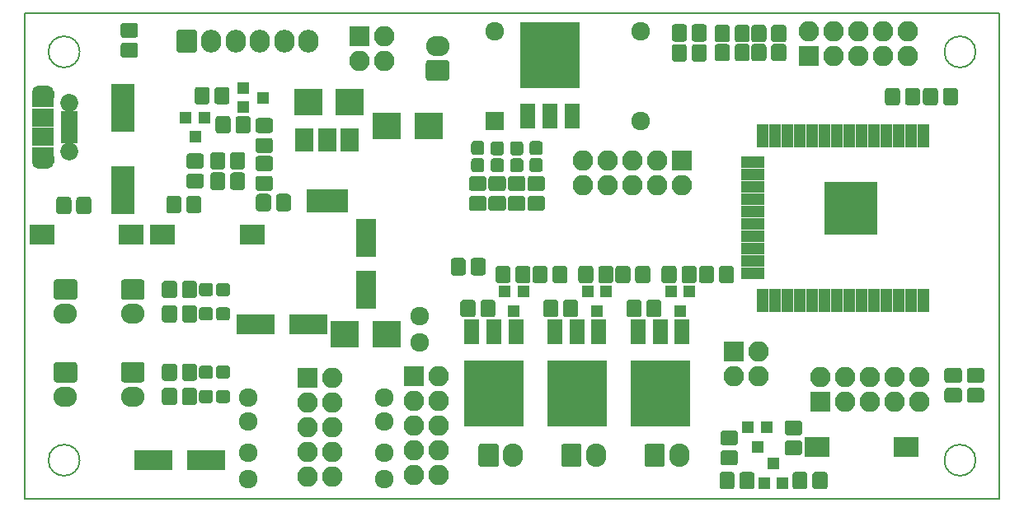
<source format=gbr>
%TF.GenerationSoftware,KiCad,Pcbnew,5.0.0-fee4fd1~66~ubuntu16.04.1*%
%TF.CreationDate,2020-03-09T22:27:40+01:00*%
%TF.ProjectId,robotond2020_ch340,726F626F746F6E64323032305F636833,rev?*%
%TF.SameCoordinates,Original*%
%TF.FileFunction,Soldermask,Top*%
%TF.FilePolarity,Negative*%
%FSLAX46Y46*%
G04 Gerber Fmt 4.6, Leading zero omitted, Abs format (unit mm)*
G04 Created by KiCad (PCBNEW 5.0.0-fee4fd1~66~ubuntu16.04.1) date Mon Mar  9 22:27:40 2020*
%MOMM*%
%LPD*%
G01*
G04 APERTURE LIST*
%ADD10C,0.200000*%
%ADD11C,0.150000*%
%ADD12O,2.400000X2.100000*%
%ADD13C,2.100000*%
%ADD14R,2.000000X3.900000*%
%ADD15R,3.900000X2.000000*%
%ADD16C,1.550000*%
%ADD17C,1.350000*%
%ADD18R,2.900000X2.700000*%
%ADD19R,1.200000X1.300000*%
%ADD20O,2.100000X2.350000*%
%ADD21O,2.100000X2.100000*%
%ADD22R,2.100000X2.100000*%
%ADD23R,0.640000X0.700000*%
%ADD24O,2.300000X1.500000*%
%ADD25R,2.300000X1.900000*%
%ADD26R,1.750000X0.800000*%
%ADD27C,1.850000*%
%ADD28R,2.300000X1.400000*%
%ADD29O,2.100000X2.400000*%
%ADD30R,1.924000X1.924000*%
%ADD31C,1.924000*%
%ADD32R,1.300000X1.200000*%
%ADD33R,6.200000X6.800000*%
%ADD34R,1.600000X2.600000*%
%ADD35R,2.580000X2.000000*%
%ADD36R,5.400000X5.400000*%
%ADD37R,1.300000X2.400000*%
%ADD38R,2.400000X1.300000*%
%ADD39R,4.200000X2.400000*%
%ADD40R,1.900000X2.400000*%
%ADD41R,2.400000X4.900000*%
G04 APERTURE END LIST*
D10*
X197600000Y-96000000D02*
G75*
G03X197600000Y-96000000I-1600000J0D01*
G01*
X105600000Y-96000000D02*
G75*
G03X105600000Y-96000000I-1600000J0D01*
G01*
X105600000Y-54000000D02*
G75*
G03X105600000Y-54000000I-1600000J0D01*
G01*
X197600000Y-54000000D02*
G75*
G03X197600000Y-54000000I-1600000J0D01*
G01*
D11*
X100000000Y-100000000D02*
X100000000Y-50000000D01*
X200000000Y-100000000D02*
X100000000Y-100000000D01*
X200000000Y-50000000D02*
X200000000Y-100000000D01*
X100000000Y-50000000D02*
X200000000Y-50000000D01*
D12*
X142350000Y-53400000D03*
D11*
G36*
X143271447Y-54851487D02*
X143301425Y-54855934D01*
X143330824Y-54863298D01*
X143359358Y-54873508D01*
X143386755Y-54886465D01*
X143412750Y-54902046D01*
X143437092Y-54920100D01*
X143459548Y-54940452D01*
X143479900Y-54962908D01*
X143497954Y-54987250D01*
X143513535Y-55013245D01*
X143526492Y-55040642D01*
X143536702Y-55069176D01*
X143544066Y-55098575D01*
X143548513Y-55128553D01*
X143550000Y-55158823D01*
X143550000Y-56641177D01*
X143548513Y-56671447D01*
X143544066Y-56701425D01*
X143536702Y-56730824D01*
X143526492Y-56759358D01*
X143513535Y-56786755D01*
X143497954Y-56812750D01*
X143479900Y-56837092D01*
X143459548Y-56859548D01*
X143437092Y-56879900D01*
X143412750Y-56897954D01*
X143386755Y-56913535D01*
X143359358Y-56926492D01*
X143330824Y-56936702D01*
X143301425Y-56944066D01*
X143271447Y-56948513D01*
X143241177Y-56950000D01*
X141458823Y-56950000D01*
X141428553Y-56948513D01*
X141398575Y-56944066D01*
X141369176Y-56936702D01*
X141340642Y-56926492D01*
X141313245Y-56913535D01*
X141287250Y-56897954D01*
X141262908Y-56879900D01*
X141240452Y-56859548D01*
X141220100Y-56837092D01*
X141202046Y-56812750D01*
X141186465Y-56786755D01*
X141173508Y-56759358D01*
X141163298Y-56730824D01*
X141155934Y-56701425D01*
X141151487Y-56671447D01*
X141150000Y-56641177D01*
X141150000Y-55158823D01*
X141151487Y-55128553D01*
X141155934Y-55098575D01*
X141163298Y-55069176D01*
X141173508Y-55040642D01*
X141186465Y-55013245D01*
X141202046Y-54987250D01*
X141220100Y-54962908D01*
X141240452Y-54940452D01*
X141262908Y-54920100D01*
X141287250Y-54902046D01*
X141313245Y-54886465D01*
X141340642Y-54873508D01*
X141369176Y-54863298D01*
X141398575Y-54855934D01*
X141428553Y-54851487D01*
X141458823Y-54850000D01*
X143241177Y-54850000D01*
X143271447Y-54851487D01*
X143271447Y-54851487D01*
G37*
D13*
X142350000Y-55900000D03*
D14*
X135000000Y-78500000D03*
X135000000Y-73100000D03*
D15*
X113200000Y-96000000D03*
X118600000Y-96000000D03*
X129100000Y-82000000D03*
X123700000Y-82000000D03*
D11*
G36*
X111296071Y-53051623D02*
X111328781Y-53056475D01*
X111360857Y-53064509D01*
X111391991Y-53075649D01*
X111421884Y-53089787D01*
X111450247Y-53106787D01*
X111476807Y-53126485D01*
X111501308Y-53148692D01*
X111523515Y-53173193D01*
X111543213Y-53199753D01*
X111560213Y-53228116D01*
X111574351Y-53258009D01*
X111585491Y-53289143D01*
X111593525Y-53321219D01*
X111598377Y-53353929D01*
X111600000Y-53386956D01*
X111600000Y-54263044D01*
X111598377Y-54296071D01*
X111593525Y-54328781D01*
X111585491Y-54360857D01*
X111574351Y-54391991D01*
X111560213Y-54421884D01*
X111543213Y-54450247D01*
X111523515Y-54476807D01*
X111501308Y-54501308D01*
X111476807Y-54523515D01*
X111450247Y-54543213D01*
X111421884Y-54560213D01*
X111391991Y-54574351D01*
X111360857Y-54585491D01*
X111328781Y-54593525D01*
X111296071Y-54598377D01*
X111263044Y-54600000D01*
X110136956Y-54600000D01*
X110103929Y-54598377D01*
X110071219Y-54593525D01*
X110039143Y-54585491D01*
X110008009Y-54574351D01*
X109978116Y-54560213D01*
X109949753Y-54543213D01*
X109923193Y-54523515D01*
X109898692Y-54501308D01*
X109876485Y-54476807D01*
X109856787Y-54450247D01*
X109839787Y-54421884D01*
X109825649Y-54391991D01*
X109814509Y-54360857D01*
X109806475Y-54328781D01*
X109801623Y-54296071D01*
X109800000Y-54263044D01*
X109800000Y-53386956D01*
X109801623Y-53353929D01*
X109806475Y-53321219D01*
X109814509Y-53289143D01*
X109825649Y-53258009D01*
X109839787Y-53228116D01*
X109856787Y-53199753D01*
X109876485Y-53173193D01*
X109898692Y-53148692D01*
X109923193Y-53126485D01*
X109949753Y-53106787D01*
X109978116Y-53089787D01*
X110008009Y-53075649D01*
X110039143Y-53064509D01*
X110071219Y-53056475D01*
X110103929Y-53051623D01*
X110136956Y-53050000D01*
X111263044Y-53050000D01*
X111296071Y-53051623D01*
X111296071Y-53051623D01*
G37*
D16*
X110700000Y-53825000D03*
D11*
G36*
X111296071Y-51001623D02*
X111328781Y-51006475D01*
X111360857Y-51014509D01*
X111391991Y-51025649D01*
X111421884Y-51039787D01*
X111450247Y-51056787D01*
X111476807Y-51076485D01*
X111501308Y-51098692D01*
X111523515Y-51123193D01*
X111543213Y-51149753D01*
X111560213Y-51178116D01*
X111574351Y-51208009D01*
X111585491Y-51239143D01*
X111593525Y-51271219D01*
X111598377Y-51303929D01*
X111600000Y-51336956D01*
X111600000Y-52213044D01*
X111598377Y-52246071D01*
X111593525Y-52278781D01*
X111585491Y-52310857D01*
X111574351Y-52341991D01*
X111560213Y-52371884D01*
X111543213Y-52400247D01*
X111523515Y-52426807D01*
X111501308Y-52451308D01*
X111476807Y-52473515D01*
X111450247Y-52493213D01*
X111421884Y-52510213D01*
X111391991Y-52524351D01*
X111360857Y-52535491D01*
X111328781Y-52543525D01*
X111296071Y-52548377D01*
X111263044Y-52550000D01*
X110136956Y-52550000D01*
X110103929Y-52548377D01*
X110071219Y-52543525D01*
X110039143Y-52535491D01*
X110008009Y-52524351D01*
X109978116Y-52510213D01*
X109949753Y-52493213D01*
X109923193Y-52473515D01*
X109898692Y-52451308D01*
X109876485Y-52426807D01*
X109856787Y-52400247D01*
X109839787Y-52371884D01*
X109825649Y-52341991D01*
X109814509Y-52310857D01*
X109806475Y-52278781D01*
X109801623Y-52246071D01*
X109800000Y-52213044D01*
X109800000Y-51336956D01*
X109801623Y-51303929D01*
X109806475Y-51271219D01*
X109814509Y-51239143D01*
X109825649Y-51208009D01*
X109839787Y-51178116D01*
X109856787Y-51149753D01*
X109876485Y-51123193D01*
X109898692Y-51098692D01*
X109923193Y-51076485D01*
X109949753Y-51056787D01*
X109978116Y-51039787D01*
X110008009Y-51025649D01*
X110039143Y-51014509D01*
X110071219Y-51006475D01*
X110103929Y-51001623D01*
X110136956Y-51000000D01*
X111263044Y-51000000D01*
X111296071Y-51001623D01*
X111296071Y-51001623D01*
G37*
D16*
X110700000Y-51775000D03*
D11*
G36*
X120246071Y-66401623D02*
X120278781Y-66406475D01*
X120310857Y-66414509D01*
X120341991Y-66425649D01*
X120371884Y-66439787D01*
X120400247Y-66456787D01*
X120426807Y-66476485D01*
X120451308Y-66498692D01*
X120473515Y-66523193D01*
X120493213Y-66549753D01*
X120510213Y-66578116D01*
X120524351Y-66608009D01*
X120535491Y-66639143D01*
X120543525Y-66671219D01*
X120548377Y-66703929D01*
X120550000Y-66736956D01*
X120550000Y-67863044D01*
X120548377Y-67896071D01*
X120543525Y-67928781D01*
X120535491Y-67960857D01*
X120524351Y-67991991D01*
X120510213Y-68021884D01*
X120493213Y-68050247D01*
X120473515Y-68076807D01*
X120451308Y-68101308D01*
X120426807Y-68123515D01*
X120400247Y-68143213D01*
X120371884Y-68160213D01*
X120341991Y-68174351D01*
X120310857Y-68185491D01*
X120278781Y-68193525D01*
X120246071Y-68198377D01*
X120213044Y-68200000D01*
X119336956Y-68200000D01*
X119303929Y-68198377D01*
X119271219Y-68193525D01*
X119239143Y-68185491D01*
X119208009Y-68174351D01*
X119178116Y-68160213D01*
X119149753Y-68143213D01*
X119123193Y-68123515D01*
X119098692Y-68101308D01*
X119076485Y-68076807D01*
X119056787Y-68050247D01*
X119039787Y-68021884D01*
X119025649Y-67991991D01*
X119014509Y-67960857D01*
X119006475Y-67928781D01*
X119001623Y-67896071D01*
X119000000Y-67863044D01*
X119000000Y-66736956D01*
X119001623Y-66703929D01*
X119006475Y-66671219D01*
X119014509Y-66639143D01*
X119025649Y-66608009D01*
X119039787Y-66578116D01*
X119056787Y-66549753D01*
X119076485Y-66523193D01*
X119098692Y-66498692D01*
X119123193Y-66476485D01*
X119149753Y-66456787D01*
X119178116Y-66439787D01*
X119208009Y-66425649D01*
X119239143Y-66414509D01*
X119271219Y-66406475D01*
X119303929Y-66401623D01*
X119336956Y-66400000D01*
X120213044Y-66400000D01*
X120246071Y-66401623D01*
X120246071Y-66401623D01*
G37*
D16*
X119775000Y-67300000D03*
D11*
G36*
X122296071Y-66401623D02*
X122328781Y-66406475D01*
X122360857Y-66414509D01*
X122391991Y-66425649D01*
X122421884Y-66439787D01*
X122450247Y-66456787D01*
X122476807Y-66476485D01*
X122501308Y-66498692D01*
X122523515Y-66523193D01*
X122543213Y-66549753D01*
X122560213Y-66578116D01*
X122574351Y-66608009D01*
X122585491Y-66639143D01*
X122593525Y-66671219D01*
X122598377Y-66703929D01*
X122600000Y-66736956D01*
X122600000Y-67863044D01*
X122598377Y-67896071D01*
X122593525Y-67928781D01*
X122585491Y-67960857D01*
X122574351Y-67991991D01*
X122560213Y-68021884D01*
X122543213Y-68050247D01*
X122523515Y-68076807D01*
X122501308Y-68101308D01*
X122476807Y-68123515D01*
X122450247Y-68143213D01*
X122421884Y-68160213D01*
X122391991Y-68174351D01*
X122360857Y-68185491D01*
X122328781Y-68193525D01*
X122296071Y-68198377D01*
X122263044Y-68200000D01*
X121386956Y-68200000D01*
X121353929Y-68198377D01*
X121321219Y-68193525D01*
X121289143Y-68185491D01*
X121258009Y-68174351D01*
X121228116Y-68160213D01*
X121199753Y-68143213D01*
X121173193Y-68123515D01*
X121148692Y-68101308D01*
X121126485Y-68076807D01*
X121106787Y-68050247D01*
X121089787Y-68021884D01*
X121075649Y-67991991D01*
X121064509Y-67960857D01*
X121056475Y-67928781D01*
X121051623Y-67896071D01*
X121050000Y-67863044D01*
X121050000Y-66736956D01*
X121051623Y-66703929D01*
X121056475Y-66671219D01*
X121064509Y-66639143D01*
X121075649Y-66608009D01*
X121089787Y-66578116D01*
X121106787Y-66549753D01*
X121126485Y-66523193D01*
X121148692Y-66498692D01*
X121173193Y-66476485D01*
X121199753Y-66456787D01*
X121228116Y-66439787D01*
X121258009Y-66425649D01*
X121289143Y-66414509D01*
X121321219Y-66406475D01*
X121353929Y-66401623D01*
X121386956Y-66400000D01*
X122263044Y-66400000D01*
X122296071Y-66401623D01*
X122296071Y-66401623D01*
G37*
D16*
X121825000Y-67300000D03*
D11*
G36*
X144946071Y-75201623D02*
X144978781Y-75206475D01*
X145010857Y-75214509D01*
X145041991Y-75225649D01*
X145071884Y-75239787D01*
X145100247Y-75256787D01*
X145126807Y-75276485D01*
X145151308Y-75298692D01*
X145173515Y-75323193D01*
X145193213Y-75349753D01*
X145210213Y-75378116D01*
X145224351Y-75408009D01*
X145235491Y-75439143D01*
X145243525Y-75471219D01*
X145248377Y-75503929D01*
X145250000Y-75536956D01*
X145250000Y-76663044D01*
X145248377Y-76696071D01*
X145243525Y-76728781D01*
X145235491Y-76760857D01*
X145224351Y-76791991D01*
X145210213Y-76821884D01*
X145193213Y-76850247D01*
X145173515Y-76876807D01*
X145151308Y-76901308D01*
X145126807Y-76923515D01*
X145100247Y-76943213D01*
X145071884Y-76960213D01*
X145041991Y-76974351D01*
X145010857Y-76985491D01*
X144978781Y-76993525D01*
X144946071Y-76998377D01*
X144913044Y-77000000D01*
X144036956Y-77000000D01*
X144003929Y-76998377D01*
X143971219Y-76993525D01*
X143939143Y-76985491D01*
X143908009Y-76974351D01*
X143878116Y-76960213D01*
X143849753Y-76943213D01*
X143823193Y-76923515D01*
X143798692Y-76901308D01*
X143776485Y-76876807D01*
X143756787Y-76850247D01*
X143739787Y-76821884D01*
X143725649Y-76791991D01*
X143714509Y-76760857D01*
X143706475Y-76728781D01*
X143701623Y-76696071D01*
X143700000Y-76663044D01*
X143700000Y-75536956D01*
X143701623Y-75503929D01*
X143706475Y-75471219D01*
X143714509Y-75439143D01*
X143725649Y-75408009D01*
X143739787Y-75378116D01*
X143756787Y-75349753D01*
X143776485Y-75323193D01*
X143798692Y-75298692D01*
X143823193Y-75276485D01*
X143849753Y-75256787D01*
X143878116Y-75239787D01*
X143908009Y-75225649D01*
X143939143Y-75214509D01*
X143971219Y-75206475D01*
X144003929Y-75201623D01*
X144036956Y-75200000D01*
X144913044Y-75200000D01*
X144946071Y-75201623D01*
X144946071Y-75201623D01*
G37*
D16*
X144475000Y-76100000D03*
D11*
G36*
X146996071Y-75201623D02*
X147028781Y-75206475D01*
X147060857Y-75214509D01*
X147091991Y-75225649D01*
X147121884Y-75239787D01*
X147150247Y-75256787D01*
X147176807Y-75276485D01*
X147201308Y-75298692D01*
X147223515Y-75323193D01*
X147243213Y-75349753D01*
X147260213Y-75378116D01*
X147274351Y-75408009D01*
X147285491Y-75439143D01*
X147293525Y-75471219D01*
X147298377Y-75503929D01*
X147300000Y-75536956D01*
X147300000Y-76663044D01*
X147298377Y-76696071D01*
X147293525Y-76728781D01*
X147285491Y-76760857D01*
X147274351Y-76791991D01*
X147260213Y-76821884D01*
X147243213Y-76850247D01*
X147223515Y-76876807D01*
X147201308Y-76901308D01*
X147176807Y-76923515D01*
X147150247Y-76943213D01*
X147121884Y-76960213D01*
X147091991Y-76974351D01*
X147060857Y-76985491D01*
X147028781Y-76993525D01*
X146996071Y-76998377D01*
X146963044Y-77000000D01*
X146086956Y-77000000D01*
X146053929Y-76998377D01*
X146021219Y-76993525D01*
X145989143Y-76985491D01*
X145958009Y-76974351D01*
X145928116Y-76960213D01*
X145899753Y-76943213D01*
X145873193Y-76923515D01*
X145848692Y-76901308D01*
X145826485Y-76876807D01*
X145806787Y-76850247D01*
X145789787Y-76821884D01*
X145775649Y-76791991D01*
X145764509Y-76760857D01*
X145756475Y-76728781D01*
X145751623Y-76696071D01*
X145750000Y-76663044D01*
X145750000Y-75536956D01*
X145751623Y-75503929D01*
X145756475Y-75471219D01*
X145764509Y-75439143D01*
X145775649Y-75408009D01*
X145789787Y-75378116D01*
X145806787Y-75349753D01*
X145826485Y-75323193D01*
X145848692Y-75298692D01*
X145873193Y-75276485D01*
X145899753Y-75256787D01*
X145928116Y-75239787D01*
X145958009Y-75225649D01*
X145989143Y-75214509D01*
X146021219Y-75206475D01*
X146053929Y-75201623D01*
X146086956Y-75200000D01*
X146963044Y-75200000D01*
X146996071Y-75201623D01*
X146996071Y-75201623D01*
G37*
D16*
X146525000Y-76100000D03*
D11*
G36*
X189546071Y-57701623D02*
X189578781Y-57706475D01*
X189610857Y-57714509D01*
X189641991Y-57725649D01*
X189671884Y-57739787D01*
X189700247Y-57756787D01*
X189726807Y-57776485D01*
X189751308Y-57798692D01*
X189773515Y-57823193D01*
X189793213Y-57849753D01*
X189810213Y-57878116D01*
X189824351Y-57908009D01*
X189835491Y-57939143D01*
X189843525Y-57971219D01*
X189848377Y-58003929D01*
X189850000Y-58036956D01*
X189850000Y-59163044D01*
X189848377Y-59196071D01*
X189843525Y-59228781D01*
X189835491Y-59260857D01*
X189824351Y-59291991D01*
X189810213Y-59321884D01*
X189793213Y-59350247D01*
X189773515Y-59376807D01*
X189751308Y-59401308D01*
X189726807Y-59423515D01*
X189700247Y-59443213D01*
X189671884Y-59460213D01*
X189641991Y-59474351D01*
X189610857Y-59485491D01*
X189578781Y-59493525D01*
X189546071Y-59498377D01*
X189513044Y-59500000D01*
X188636956Y-59500000D01*
X188603929Y-59498377D01*
X188571219Y-59493525D01*
X188539143Y-59485491D01*
X188508009Y-59474351D01*
X188478116Y-59460213D01*
X188449753Y-59443213D01*
X188423193Y-59423515D01*
X188398692Y-59401308D01*
X188376485Y-59376807D01*
X188356787Y-59350247D01*
X188339787Y-59321884D01*
X188325649Y-59291991D01*
X188314509Y-59260857D01*
X188306475Y-59228781D01*
X188301623Y-59196071D01*
X188300000Y-59163044D01*
X188300000Y-58036956D01*
X188301623Y-58003929D01*
X188306475Y-57971219D01*
X188314509Y-57939143D01*
X188325649Y-57908009D01*
X188339787Y-57878116D01*
X188356787Y-57849753D01*
X188376485Y-57823193D01*
X188398692Y-57798692D01*
X188423193Y-57776485D01*
X188449753Y-57756787D01*
X188478116Y-57739787D01*
X188508009Y-57725649D01*
X188539143Y-57714509D01*
X188571219Y-57706475D01*
X188603929Y-57701623D01*
X188636956Y-57700000D01*
X189513044Y-57700000D01*
X189546071Y-57701623D01*
X189546071Y-57701623D01*
G37*
D16*
X189075000Y-58600000D03*
D11*
G36*
X191596071Y-57701623D02*
X191628781Y-57706475D01*
X191660857Y-57714509D01*
X191691991Y-57725649D01*
X191721884Y-57739787D01*
X191750247Y-57756787D01*
X191776807Y-57776485D01*
X191801308Y-57798692D01*
X191823515Y-57823193D01*
X191843213Y-57849753D01*
X191860213Y-57878116D01*
X191874351Y-57908009D01*
X191885491Y-57939143D01*
X191893525Y-57971219D01*
X191898377Y-58003929D01*
X191900000Y-58036956D01*
X191900000Y-59163044D01*
X191898377Y-59196071D01*
X191893525Y-59228781D01*
X191885491Y-59260857D01*
X191874351Y-59291991D01*
X191860213Y-59321884D01*
X191843213Y-59350247D01*
X191823515Y-59376807D01*
X191801308Y-59401308D01*
X191776807Y-59423515D01*
X191750247Y-59443213D01*
X191721884Y-59460213D01*
X191691991Y-59474351D01*
X191660857Y-59485491D01*
X191628781Y-59493525D01*
X191596071Y-59498377D01*
X191563044Y-59500000D01*
X190686956Y-59500000D01*
X190653929Y-59498377D01*
X190621219Y-59493525D01*
X190589143Y-59485491D01*
X190558009Y-59474351D01*
X190528116Y-59460213D01*
X190499753Y-59443213D01*
X190473193Y-59423515D01*
X190448692Y-59401308D01*
X190426485Y-59376807D01*
X190406787Y-59350247D01*
X190389787Y-59321884D01*
X190375649Y-59291991D01*
X190364509Y-59260857D01*
X190356475Y-59228781D01*
X190351623Y-59196071D01*
X190350000Y-59163044D01*
X190350000Y-58036956D01*
X190351623Y-58003929D01*
X190356475Y-57971219D01*
X190364509Y-57939143D01*
X190375649Y-57908009D01*
X190389787Y-57878116D01*
X190406787Y-57849753D01*
X190426485Y-57823193D01*
X190448692Y-57798692D01*
X190473193Y-57776485D01*
X190499753Y-57756787D01*
X190528116Y-57739787D01*
X190558009Y-57725649D01*
X190589143Y-57714509D01*
X190621219Y-57706475D01*
X190653929Y-57701623D01*
X190686956Y-57700000D01*
X191563044Y-57700000D01*
X191596071Y-57701623D01*
X191596071Y-57701623D01*
G37*
D16*
X191125000Y-58600000D03*
D11*
G36*
X198196071Y-88551623D02*
X198228781Y-88556475D01*
X198260857Y-88564509D01*
X198291991Y-88575649D01*
X198321884Y-88589787D01*
X198350247Y-88606787D01*
X198376807Y-88626485D01*
X198401308Y-88648692D01*
X198423515Y-88673193D01*
X198443213Y-88699753D01*
X198460213Y-88728116D01*
X198474351Y-88758009D01*
X198485491Y-88789143D01*
X198493525Y-88821219D01*
X198498377Y-88853929D01*
X198500000Y-88886956D01*
X198500000Y-89763044D01*
X198498377Y-89796071D01*
X198493525Y-89828781D01*
X198485491Y-89860857D01*
X198474351Y-89891991D01*
X198460213Y-89921884D01*
X198443213Y-89950247D01*
X198423515Y-89976807D01*
X198401308Y-90001308D01*
X198376807Y-90023515D01*
X198350247Y-90043213D01*
X198321884Y-90060213D01*
X198291991Y-90074351D01*
X198260857Y-90085491D01*
X198228781Y-90093525D01*
X198196071Y-90098377D01*
X198163044Y-90100000D01*
X197036956Y-90100000D01*
X197003929Y-90098377D01*
X196971219Y-90093525D01*
X196939143Y-90085491D01*
X196908009Y-90074351D01*
X196878116Y-90060213D01*
X196849753Y-90043213D01*
X196823193Y-90023515D01*
X196798692Y-90001308D01*
X196776485Y-89976807D01*
X196756787Y-89950247D01*
X196739787Y-89921884D01*
X196725649Y-89891991D01*
X196714509Y-89860857D01*
X196706475Y-89828781D01*
X196701623Y-89796071D01*
X196700000Y-89763044D01*
X196700000Y-88886956D01*
X196701623Y-88853929D01*
X196706475Y-88821219D01*
X196714509Y-88789143D01*
X196725649Y-88758009D01*
X196739787Y-88728116D01*
X196756787Y-88699753D01*
X196776485Y-88673193D01*
X196798692Y-88648692D01*
X196823193Y-88626485D01*
X196849753Y-88606787D01*
X196878116Y-88589787D01*
X196908009Y-88575649D01*
X196939143Y-88564509D01*
X196971219Y-88556475D01*
X197003929Y-88551623D01*
X197036956Y-88550000D01*
X198163044Y-88550000D01*
X198196071Y-88551623D01*
X198196071Y-88551623D01*
G37*
D16*
X197600000Y-89325000D03*
D11*
G36*
X198196071Y-86501623D02*
X198228781Y-86506475D01*
X198260857Y-86514509D01*
X198291991Y-86525649D01*
X198321884Y-86539787D01*
X198350247Y-86556787D01*
X198376807Y-86576485D01*
X198401308Y-86598692D01*
X198423515Y-86623193D01*
X198443213Y-86649753D01*
X198460213Y-86678116D01*
X198474351Y-86708009D01*
X198485491Y-86739143D01*
X198493525Y-86771219D01*
X198498377Y-86803929D01*
X198500000Y-86836956D01*
X198500000Y-87713044D01*
X198498377Y-87746071D01*
X198493525Y-87778781D01*
X198485491Y-87810857D01*
X198474351Y-87841991D01*
X198460213Y-87871884D01*
X198443213Y-87900247D01*
X198423515Y-87926807D01*
X198401308Y-87951308D01*
X198376807Y-87973515D01*
X198350247Y-87993213D01*
X198321884Y-88010213D01*
X198291991Y-88024351D01*
X198260857Y-88035491D01*
X198228781Y-88043525D01*
X198196071Y-88048377D01*
X198163044Y-88050000D01*
X197036956Y-88050000D01*
X197003929Y-88048377D01*
X196971219Y-88043525D01*
X196939143Y-88035491D01*
X196908009Y-88024351D01*
X196878116Y-88010213D01*
X196849753Y-87993213D01*
X196823193Y-87973515D01*
X196798692Y-87951308D01*
X196776485Y-87926807D01*
X196756787Y-87900247D01*
X196739787Y-87871884D01*
X196725649Y-87841991D01*
X196714509Y-87810857D01*
X196706475Y-87778781D01*
X196701623Y-87746071D01*
X196700000Y-87713044D01*
X196700000Y-86836956D01*
X196701623Y-86803929D01*
X196706475Y-86771219D01*
X196714509Y-86739143D01*
X196725649Y-86708009D01*
X196739787Y-86678116D01*
X196756787Y-86649753D01*
X196776485Y-86623193D01*
X196798692Y-86598692D01*
X196823193Y-86576485D01*
X196849753Y-86556787D01*
X196878116Y-86539787D01*
X196908009Y-86525649D01*
X196939143Y-86514509D01*
X196971219Y-86506475D01*
X197003929Y-86501623D01*
X197036956Y-86500000D01*
X198163044Y-86500000D01*
X198196071Y-86501623D01*
X198196071Y-86501623D01*
G37*
D16*
X197600000Y-87275000D03*
D11*
G36*
X195496071Y-57701623D02*
X195528781Y-57706475D01*
X195560857Y-57714509D01*
X195591991Y-57725649D01*
X195621884Y-57739787D01*
X195650247Y-57756787D01*
X195676807Y-57776485D01*
X195701308Y-57798692D01*
X195723515Y-57823193D01*
X195743213Y-57849753D01*
X195760213Y-57878116D01*
X195774351Y-57908009D01*
X195785491Y-57939143D01*
X195793525Y-57971219D01*
X195798377Y-58003929D01*
X195800000Y-58036956D01*
X195800000Y-59163044D01*
X195798377Y-59196071D01*
X195793525Y-59228781D01*
X195785491Y-59260857D01*
X195774351Y-59291991D01*
X195760213Y-59321884D01*
X195743213Y-59350247D01*
X195723515Y-59376807D01*
X195701308Y-59401308D01*
X195676807Y-59423515D01*
X195650247Y-59443213D01*
X195621884Y-59460213D01*
X195591991Y-59474351D01*
X195560857Y-59485491D01*
X195528781Y-59493525D01*
X195496071Y-59498377D01*
X195463044Y-59500000D01*
X194586956Y-59500000D01*
X194553929Y-59498377D01*
X194521219Y-59493525D01*
X194489143Y-59485491D01*
X194458009Y-59474351D01*
X194428116Y-59460213D01*
X194399753Y-59443213D01*
X194373193Y-59423515D01*
X194348692Y-59401308D01*
X194326485Y-59376807D01*
X194306787Y-59350247D01*
X194289787Y-59321884D01*
X194275649Y-59291991D01*
X194264509Y-59260857D01*
X194256475Y-59228781D01*
X194251623Y-59196071D01*
X194250000Y-59163044D01*
X194250000Y-58036956D01*
X194251623Y-58003929D01*
X194256475Y-57971219D01*
X194264509Y-57939143D01*
X194275649Y-57908009D01*
X194289787Y-57878116D01*
X194306787Y-57849753D01*
X194326485Y-57823193D01*
X194348692Y-57798692D01*
X194373193Y-57776485D01*
X194399753Y-57756787D01*
X194428116Y-57739787D01*
X194458009Y-57725649D01*
X194489143Y-57714509D01*
X194521219Y-57706475D01*
X194553929Y-57701623D01*
X194586956Y-57700000D01*
X195463044Y-57700000D01*
X195496071Y-57701623D01*
X195496071Y-57701623D01*
G37*
D16*
X195025000Y-58600000D03*
D11*
G36*
X193446071Y-57701623D02*
X193478781Y-57706475D01*
X193510857Y-57714509D01*
X193541991Y-57725649D01*
X193571884Y-57739787D01*
X193600247Y-57756787D01*
X193626807Y-57776485D01*
X193651308Y-57798692D01*
X193673515Y-57823193D01*
X193693213Y-57849753D01*
X193710213Y-57878116D01*
X193724351Y-57908009D01*
X193735491Y-57939143D01*
X193743525Y-57971219D01*
X193748377Y-58003929D01*
X193750000Y-58036956D01*
X193750000Y-59163044D01*
X193748377Y-59196071D01*
X193743525Y-59228781D01*
X193735491Y-59260857D01*
X193724351Y-59291991D01*
X193710213Y-59321884D01*
X193693213Y-59350247D01*
X193673515Y-59376807D01*
X193651308Y-59401308D01*
X193626807Y-59423515D01*
X193600247Y-59443213D01*
X193571884Y-59460213D01*
X193541991Y-59474351D01*
X193510857Y-59485491D01*
X193478781Y-59493525D01*
X193446071Y-59498377D01*
X193413044Y-59500000D01*
X192536956Y-59500000D01*
X192503929Y-59498377D01*
X192471219Y-59493525D01*
X192439143Y-59485491D01*
X192408009Y-59474351D01*
X192378116Y-59460213D01*
X192349753Y-59443213D01*
X192323193Y-59423515D01*
X192298692Y-59401308D01*
X192276485Y-59376807D01*
X192256787Y-59350247D01*
X192239787Y-59321884D01*
X192225649Y-59291991D01*
X192214509Y-59260857D01*
X192206475Y-59228781D01*
X192201623Y-59196071D01*
X192200000Y-59163044D01*
X192200000Y-58036956D01*
X192201623Y-58003929D01*
X192206475Y-57971219D01*
X192214509Y-57939143D01*
X192225649Y-57908009D01*
X192239787Y-57878116D01*
X192256787Y-57849753D01*
X192276485Y-57823193D01*
X192298692Y-57798692D01*
X192323193Y-57776485D01*
X192349753Y-57756787D01*
X192378116Y-57739787D01*
X192408009Y-57725649D01*
X192439143Y-57714509D01*
X192471219Y-57706475D01*
X192503929Y-57701623D01*
X192536956Y-57700000D01*
X193413044Y-57700000D01*
X193446071Y-57701623D01*
X193446071Y-57701623D01*
G37*
D16*
X192975000Y-58600000D03*
D11*
G36*
X167646071Y-51151623D02*
X167678781Y-51156475D01*
X167710857Y-51164509D01*
X167741991Y-51175649D01*
X167771884Y-51189787D01*
X167800247Y-51206787D01*
X167826807Y-51226485D01*
X167851308Y-51248692D01*
X167873515Y-51273193D01*
X167893213Y-51299753D01*
X167910213Y-51328116D01*
X167924351Y-51358009D01*
X167935491Y-51389143D01*
X167943525Y-51421219D01*
X167948377Y-51453929D01*
X167950000Y-51486956D01*
X167950000Y-52613044D01*
X167948377Y-52646071D01*
X167943525Y-52678781D01*
X167935491Y-52710857D01*
X167924351Y-52741991D01*
X167910213Y-52771884D01*
X167893213Y-52800247D01*
X167873515Y-52826807D01*
X167851308Y-52851308D01*
X167826807Y-52873515D01*
X167800247Y-52893213D01*
X167771884Y-52910213D01*
X167741991Y-52924351D01*
X167710857Y-52935491D01*
X167678781Y-52943525D01*
X167646071Y-52948377D01*
X167613044Y-52950000D01*
X166736956Y-52950000D01*
X166703929Y-52948377D01*
X166671219Y-52943525D01*
X166639143Y-52935491D01*
X166608009Y-52924351D01*
X166578116Y-52910213D01*
X166549753Y-52893213D01*
X166523193Y-52873515D01*
X166498692Y-52851308D01*
X166476485Y-52826807D01*
X166456787Y-52800247D01*
X166439787Y-52771884D01*
X166425649Y-52741991D01*
X166414509Y-52710857D01*
X166406475Y-52678781D01*
X166401623Y-52646071D01*
X166400000Y-52613044D01*
X166400000Y-51486956D01*
X166401623Y-51453929D01*
X166406475Y-51421219D01*
X166414509Y-51389143D01*
X166425649Y-51358009D01*
X166439787Y-51328116D01*
X166456787Y-51299753D01*
X166476485Y-51273193D01*
X166498692Y-51248692D01*
X166523193Y-51226485D01*
X166549753Y-51206787D01*
X166578116Y-51189787D01*
X166608009Y-51175649D01*
X166639143Y-51164509D01*
X166671219Y-51156475D01*
X166703929Y-51151623D01*
X166736956Y-51150000D01*
X167613044Y-51150000D01*
X167646071Y-51151623D01*
X167646071Y-51151623D01*
G37*
D16*
X167175000Y-52050000D03*
D11*
G36*
X169696071Y-51151623D02*
X169728781Y-51156475D01*
X169760857Y-51164509D01*
X169791991Y-51175649D01*
X169821884Y-51189787D01*
X169850247Y-51206787D01*
X169876807Y-51226485D01*
X169901308Y-51248692D01*
X169923515Y-51273193D01*
X169943213Y-51299753D01*
X169960213Y-51328116D01*
X169974351Y-51358009D01*
X169985491Y-51389143D01*
X169993525Y-51421219D01*
X169998377Y-51453929D01*
X170000000Y-51486956D01*
X170000000Y-52613044D01*
X169998377Y-52646071D01*
X169993525Y-52678781D01*
X169985491Y-52710857D01*
X169974351Y-52741991D01*
X169960213Y-52771884D01*
X169943213Y-52800247D01*
X169923515Y-52826807D01*
X169901308Y-52851308D01*
X169876807Y-52873515D01*
X169850247Y-52893213D01*
X169821884Y-52910213D01*
X169791991Y-52924351D01*
X169760857Y-52935491D01*
X169728781Y-52943525D01*
X169696071Y-52948377D01*
X169663044Y-52950000D01*
X168786956Y-52950000D01*
X168753929Y-52948377D01*
X168721219Y-52943525D01*
X168689143Y-52935491D01*
X168658009Y-52924351D01*
X168628116Y-52910213D01*
X168599753Y-52893213D01*
X168573193Y-52873515D01*
X168548692Y-52851308D01*
X168526485Y-52826807D01*
X168506787Y-52800247D01*
X168489787Y-52771884D01*
X168475649Y-52741991D01*
X168464509Y-52710857D01*
X168456475Y-52678781D01*
X168451623Y-52646071D01*
X168450000Y-52613044D01*
X168450000Y-51486956D01*
X168451623Y-51453929D01*
X168456475Y-51421219D01*
X168464509Y-51389143D01*
X168475649Y-51358009D01*
X168489787Y-51328116D01*
X168506787Y-51299753D01*
X168526485Y-51273193D01*
X168548692Y-51248692D01*
X168573193Y-51226485D01*
X168599753Y-51206787D01*
X168628116Y-51189787D01*
X168658009Y-51175649D01*
X168689143Y-51164509D01*
X168721219Y-51156475D01*
X168753929Y-51151623D01*
X168786956Y-51150000D01*
X169663044Y-51150000D01*
X169696071Y-51151623D01*
X169696071Y-51151623D01*
G37*
D16*
X169225000Y-52050000D03*
D11*
G36*
X169696071Y-53201623D02*
X169728781Y-53206475D01*
X169760857Y-53214509D01*
X169791991Y-53225649D01*
X169821884Y-53239787D01*
X169850247Y-53256787D01*
X169876807Y-53276485D01*
X169901308Y-53298692D01*
X169923515Y-53323193D01*
X169943213Y-53349753D01*
X169960213Y-53378116D01*
X169974351Y-53408009D01*
X169985491Y-53439143D01*
X169993525Y-53471219D01*
X169998377Y-53503929D01*
X170000000Y-53536956D01*
X170000000Y-54663044D01*
X169998377Y-54696071D01*
X169993525Y-54728781D01*
X169985491Y-54760857D01*
X169974351Y-54791991D01*
X169960213Y-54821884D01*
X169943213Y-54850247D01*
X169923515Y-54876807D01*
X169901308Y-54901308D01*
X169876807Y-54923515D01*
X169850247Y-54943213D01*
X169821884Y-54960213D01*
X169791991Y-54974351D01*
X169760857Y-54985491D01*
X169728781Y-54993525D01*
X169696071Y-54998377D01*
X169663044Y-55000000D01*
X168786956Y-55000000D01*
X168753929Y-54998377D01*
X168721219Y-54993525D01*
X168689143Y-54985491D01*
X168658009Y-54974351D01*
X168628116Y-54960213D01*
X168599753Y-54943213D01*
X168573193Y-54923515D01*
X168548692Y-54901308D01*
X168526485Y-54876807D01*
X168506787Y-54850247D01*
X168489787Y-54821884D01*
X168475649Y-54791991D01*
X168464509Y-54760857D01*
X168456475Y-54728781D01*
X168451623Y-54696071D01*
X168450000Y-54663044D01*
X168450000Y-53536956D01*
X168451623Y-53503929D01*
X168456475Y-53471219D01*
X168464509Y-53439143D01*
X168475649Y-53408009D01*
X168489787Y-53378116D01*
X168506787Y-53349753D01*
X168526485Y-53323193D01*
X168548692Y-53298692D01*
X168573193Y-53276485D01*
X168599753Y-53256787D01*
X168628116Y-53239787D01*
X168658009Y-53225649D01*
X168689143Y-53214509D01*
X168721219Y-53206475D01*
X168753929Y-53201623D01*
X168786956Y-53200000D01*
X169663044Y-53200000D01*
X169696071Y-53201623D01*
X169696071Y-53201623D01*
G37*
D16*
X169225000Y-54100000D03*
D11*
G36*
X167646071Y-53201623D02*
X167678781Y-53206475D01*
X167710857Y-53214509D01*
X167741991Y-53225649D01*
X167771884Y-53239787D01*
X167800247Y-53256787D01*
X167826807Y-53276485D01*
X167851308Y-53298692D01*
X167873515Y-53323193D01*
X167893213Y-53349753D01*
X167910213Y-53378116D01*
X167924351Y-53408009D01*
X167935491Y-53439143D01*
X167943525Y-53471219D01*
X167948377Y-53503929D01*
X167950000Y-53536956D01*
X167950000Y-54663044D01*
X167948377Y-54696071D01*
X167943525Y-54728781D01*
X167935491Y-54760857D01*
X167924351Y-54791991D01*
X167910213Y-54821884D01*
X167893213Y-54850247D01*
X167873515Y-54876807D01*
X167851308Y-54901308D01*
X167826807Y-54923515D01*
X167800247Y-54943213D01*
X167771884Y-54960213D01*
X167741991Y-54974351D01*
X167710857Y-54985491D01*
X167678781Y-54993525D01*
X167646071Y-54998377D01*
X167613044Y-55000000D01*
X166736956Y-55000000D01*
X166703929Y-54998377D01*
X166671219Y-54993525D01*
X166639143Y-54985491D01*
X166608009Y-54974351D01*
X166578116Y-54960213D01*
X166549753Y-54943213D01*
X166523193Y-54923515D01*
X166498692Y-54901308D01*
X166476485Y-54876807D01*
X166456787Y-54850247D01*
X166439787Y-54821884D01*
X166425649Y-54791991D01*
X166414509Y-54760857D01*
X166406475Y-54728781D01*
X166401623Y-54696071D01*
X166400000Y-54663044D01*
X166400000Y-53536956D01*
X166401623Y-53503929D01*
X166406475Y-53471219D01*
X166414509Y-53439143D01*
X166425649Y-53408009D01*
X166439787Y-53378116D01*
X166456787Y-53349753D01*
X166476485Y-53323193D01*
X166498692Y-53298692D01*
X166523193Y-53276485D01*
X166549753Y-53256787D01*
X166578116Y-53239787D01*
X166608009Y-53225649D01*
X166639143Y-53214509D01*
X166671219Y-53206475D01*
X166703929Y-53201623D01*
X166736956Y-53200000D01*
X167613044Y-53200000D01*
X167646071Y-53201623D01*
X167646071Y-53201623D01*
G37*
D16*
X167175000Y-54100000D03*
D11*
G36*
X124946071Y-68601623D02*
X124978781Y-68606475D01*
X125010857Y-68614509D01*
X125041991Y-68625649D01*
X125071884Y-68639787D01*
X125100247Y-68656787D01*
X125126807Y-68676485D01*
X125151308Y-68698692D01*
X125173515Y-68723193D01*
X125193213Y-68749753D01*
X125210213Y-68778116D01*
X125224351Y-68808009D01*
X125235491Y-68839143D01*
X125243525Y-68871219D01*
X125248377Y-68903929D01*
X125250000Y-68936956D01*
X125250000Y-70063044D01*
X125248377Y-70096071D01*
X125243525Y-70128781D01*
X125235491Y-70160857D01*
X125224351Y-70191991D01*
X125210213Y-70221884D01*
X125193213Y-70250247D01*
X125173515Y-70276807D01*
X125151308Y-70301308D01*
X125126807Y-70323515D01*
X125100247Y-70343213D01*
X125071884Y-70360213D01*
X125041991Y-70374351D01*
X125010857Y-70385491D01*
X124978781Y-70393525D01*
X124946071Y-70398377D01*
X124913044Y-70400000D01*
X124036956Y-70400000D01*
X124003929Y-70398377D01*
X123971219Y-70393525D01*
X123939143Y-70385491D01*
X123908009Y-70374351D01*
X123878116Y-70360213D01*
X123849753Y-70343213D01*
X123823193Y-70323515D01*
X123798692Y-70301308D01*
X123776485Y-70276807D01*
X123756787Y-70250247D01*
X123739787Y-70221884D01*
X123725649Y-70191991D01*
X123714509Y-70160857D01*
X123706475Y-70128781D01*
X123701623Y-70096071D01*
X123700000Y-70063044D01*
X123700000Y-68936956D01*
X123701623Y-68903929D01*
X123706475Y-68871219D01*
X123714509Y-68839143D01*
X123725649Y-68808009D01*
X123739787Y-68778116D01*
X123756787Y-68749753D01*
X123776485Y-68723193D01*
X123798692Y-68698692D01*
X123823193Y-68676485D01*
X123849753Y-68656787D01*
X123878116Y-68639787D01*
X123908009Y-68625649D01*
X123939143Y-68614509D01*
X123971219Y-68606475D01*
X124003929Y-68601623D01*
X124036956Y-68600000D01*
X124913044Y-68600000D01*
X124946071Y-68601623D01*
X124946071Y-68601623D01*
G37*
D16*
X124475000Y-69500000D03*
D11*
G36*
X126996071Y-68601623D02*
X127028781Y-68606475D01*
X127060857Y-68614509D01*
X127091991Y-68625649D01*
X127121884Y-68639787D01*
X127150247Y-68656787D01*
X127176807Y-68676485D01*
X127201308Y-68698692D01*
X127223515Y-68723193D01*
X127243213Y-68749753D01*
X127260213Y-68778116D01*
X127274351Y-68808009D01*
X127285491Y-68839143D01*
X127293525Y-68871219D01*
X127298377Y-68903929D01*
X127300000Y-68936956D01*
X127300000Y-70063044D01*
X127298377Y-70096071D01*
X127293525Y-70128781D01*
X127285491Y-70160857D01*
X127274351Y-70191991D01*
X127260213Y-70221884D01*
X127243213Y-70250247D01*
X127223515Y-70276807D01*
X127201308Y-70301308D01*
X127176807Y-70323515D01*
X127150247Y-70343213D01*
X127121884Y-70360213D01*
X127091991Y-70374351D01*
X127060857Y-70385491D01*
X127028781Y-70393525D01*
X126996071Y-70398377D01*
X126963044Y-70400000D01*
X126086956Y-70400000D01*
X126053929Y-70398377D01*
X126021219Y-70393525D01*
X125989143Y-70385491D01*
X125958009Y-70374351D01*
X125928116Y-70360213D01*
X125899753Y-70343213D01*
X125873193Y-70323515D01*
X125848692Y-70301308D01*
X125826485Y-70276807D01*
X125806787Y-70250247D01*
X125789787Y-70221884D01*
X125775649Y-70191991D01*
X125764509Y-70160857D01*
X125756475Y-70128781D01*
X125751623Y-70096071D01*
X125750000Y-70063044D01*
X125750000Y-68936956D01*
X125751623Y-68903929D01*
X125756475Y-68871219D01*
X125764509Y-68839143D01*
X125775649Y-68808009D01*
X125789787Y-68778116D01*
X125806787Y-68749753D01*
X125826485Y-68723193D01*
X125848692Y-68698692D01*
X125873193Y-68676485D01*
X125899753Y-68656787D01*
X125928116Y-68639787D01*
X125958009Y-68625649D01*
X125989143Y-68614509D01*
X126021219Y-68606475D01*
X126053929Y-68601623D01*
X126086956Y-68600000D01*
X126963044Y-68600000D01*
X126996071Y-68601623D01*
X126996071Y-68601623D01*
G37*
D16*
X126525000Y-69500000D03*
D11*
G36*
X195896071Y-86501623D02*
X195928781Y-86506475D01*
X195960857Y-86514509D01*
X195991991Y-86525649D01*
X196021884Y-86539787D01*
X196050247Y-86556787D01*
X196076807Y-86576485D01*
X196101308Y-86598692D01*
X196123515Y-86623193D01*
X196143213Y-86649753D01*
X196160213Y-86678116D01*
X196174351Y-86708009D01*
X196185491Y-86739143D01*
X196193525Y-86771219D01*
X196198377Y-86803929D01*
X196200000Y-86836956D01*
X196200000Y-87713044D01*
X196198377Y-87746071D01*
X196193525Y-87778781D01*
X196185491Y-87810857D01*
X196174351Y-87841991D01*
X196160213Y-87871884D01*
X196143213Y-87900247D01*
X196123515Y-87926807D01*
X196101308Y-87951308D01*
X196076807Y-87973515D01*
X196050247Y-87993213D01*
X196021884Y-88010213D01*
X195991991Y-88024351D01*
X195960857Y-88035491D01*
X195928781Y-88043525D01*
X195896071Y-88048377D01*
X195863044Y-88050000D01*
X194736956Y-88050000D01*
X194703929Y-88048377D01*
X194671219Y-88043525D01*
X194639143Y-88035491D01*
X194608009Y-88024351D01*
X194578116Y-88010213D01*
X194549753Y-87993213D01*
X194523193Y-87973515D01*
X194498692Y-87951308D01*
X194476485Y-87926807D01*
X194456787Y-87900247D01*
X194439787Y-87871884D01*
X194425649Y-87841991D01*
X194414509Y-87810857D01*
X194406475Y-87778781D01*
X194401623Y-87746071D01*
X194400000Y-87713044D01*
X194400000Y-86836956D01*
X194401623Y-86803929D01*
X194406475Y-86771219D01*
X194414509Y-86739143D01*
X194425649Y-86708009D01*
X194439787Y-86678116D01*
X194456787Y-86649753D01*
X194476485Y-86623193D01*
X194498692Y-86598692D01*
X194523193Y-86576485D01*
X194549753Y-86556787D01*
X194578116Y-86539787D01*
X194608009Y-86525649D01*
X194639143Y-86514509D01*
X194671219Y-86506475D01*
X194703929Y-86501623D01*
X194736956Y-86500000D01*
X195863044Y-86500000D01*
X195896071Y-86501623D01*
X195896071Y-86501623D01*
G37*
D16*
X195300000Y-87275000D03*
D11*
G36*
X195896071Y-88551623D02*
X195928781Y-88556475D01*
X195960857Y-88564509D01*
X195991991Y-88575649D01*
X196021884Y-88589787D01*
X196050247Y-88606787D01*
X196076807Y-88626485D01*
X196101308Y-88648692D01*
X196123515Y-88673193D01*
X196143213Y-88699753D01*
X196160213Y-88728116D01*
X196174351Y-88758009D01*
X196185491Y-88789143D01*
X196193525Y-88821219D01*
X196198377Y-88853929D01*
X196200000Y-88886956D01*
X196200000Y-89763044D01*
X196198377Y-89796071D01*
X196193525Y-89828781D01*
X196185491Y-89860857D01*
X196174351Y-89891991D01*
X196160213Y-89921884D01*
X196143213Y-89950247D01*
X196123515Y-89976807D01*
X196101308Y-90001308D01*
X196076807Y-90023515D01*
X196050247Y-90043213D01*
X196021884Y-90060213D01*
X195991991Y-90074351D01*
X195960857Y-90085491D01*
X195928781Y-90093525D01*
X195896071Y-90098377D01*
X195863044Y-90100000D01*
X194736956Y-90100000D01*
X194703929Y-90098377D01*
X194671219Y-90093525D01*
X194639143Y-90085491D01*
X194608009Y-90074351D01*
X194578116Y-90060213D01*
X194549753Y-90043213D01*
X194523193Y-90023515D01*
X194498692Y-90001308D01*
X194476485Y-89976807D01*
X194456787Y-89950247D01*
X194439787Y-89921884D01*
X194425649Y-89891991D01*
X194414509Y-89860857D01*
X194406475Y-89828781D01*
X194401623Y-89796071D01*
X194400000Y-89763044D01*
X194400000Y-88886956D01*
X194401623Y-88853929D01*
X194406475Y-88821219D01*
X194414509Y-88789143D01*
X194425649Y-88758009D01*
X194439787Y-88728116D01*
X194456787Y-88699753D01*
X194476485Y-88673193D01*
X194498692Y-88648692D01*
X194523193Y-88626485D01*
X194549753Y-88606787D01*
X194578116Y-88589787D01*
X194608009Y-88575649D01*
X194639143Y-88564509D01*
X194671219Y-88556475D01*
X194703929Y-88551623D01*
X194736956Y-88550000D01*
X195863044Y-88550000D01*
X195896071Y-88551623D01*
X195896071Y-88551623D01*
G37*
D16*
X195300000Y-89325000D03*
D11*
G36*
X146848280Y-63171341D02*
X146881042Y-63176201D01*
X146913170Y-63184249D01*
X146944355Y-63195407D01*
X146974295Y-63209568D01*
X147002704Y-63226595D01*
X147029307Y-63246325D01*
X147053848Y-63268567D01*
X147076090Y-63293108D01*
X147095820Y-63319711D01*
X147112847Y-63348120D01*
X147127008Y-63378060D01*
X147138166Y-63409245D01*
X147146214Y-63441373D01*
X147151074Y-63474135D01*
X147152699Y-63507216D01*
X147152699Y-64282216D01*
X147151074Y-64315297D01*
X147146214Y-64348059D01*
X147138166Y-64380187D01*
X147127008Y-64411372D01*
X147112847Y-64441312D01*
X147095820Y-64469721D01*
X147076090Y-64496324D01*
X147053848Y-64520865D01*
X147029307Y-64543107D01*
X147002704Y-64562837D01*
X146974295Y-64579864D01*
X146944355Y-64594025D01*
X146913170Y-64605183D01*
X146881042Y-64613231D01*
X146848280Y-64618091D01*
X146815199Y-64619716D01*
X146140199Y-64619716D01*
X146107118Y-64618091D01*
X146074356Y-64613231D01*
X146042228Y-64605183D01*
X146011043Y-64594025D01*
X145981103Y-64579864D01*
X145952694Y-64562837D01*
X145926091Y-64543107D01*
X145901550Y-64520865D01*
X145879308Y-64496324D01*
X145859578Y-64469721D01*
X145842551Y-64441312D01*
X145828390Y-64411372D01*
X145817232Y-64380187D01*
X145809184Y-64348059D01*
X145804324Y-64315297D01*
X145802699Y-64282216D01*
X145802699Y-63507216D01*
X145804324Y-63474135D01*
X145809184Y-63441373D01*
X145817232Y-63409245D01*
X145828390Y-63378060D01*
X145842551Y-63348120D01*
X145859578Y-63319711D01*
X145879308Y-63293108D01*
X145901550Y-63268567D01*
X145926091Y-63246325D01*
X145952694Y-63226595D01*
X145981103Y-63209568D01*
X146011043Y-63195407D01*
X146042228Y-63184249D01*
X146074356Y-63176201D01*
X146107118Y-63171341D01*
X146140199Y-63169716D01*
X146815199Y-63169716D01*
X146848280Y-63171341D01*
X146848280Y-63171341D01*
G37*
D17*
X146477699Y-63894716D03*
D11*
G36*
X146848280Y-64921341D02*
X146881042Y-64926201D01*
X146913170Y-64934249D01*
X146944355Y-64945407D01*
X146974295Y-64959568D01*
X147002704Y-64976595D01*
X147029307Y-64996325D01*
X147053848Y-65018567D01*
X147076090Y-65043108D01*
X147095820Y-65069711D01*
X147112847Y-65098120D01*
X147127008Y-65128060D01*
X147138166Y-65159245D01*
X147146214Y-65191373D01*
X147151074Y-65224135D01*
X147152699Y-65257216D01*
X147152699Y-66032216D01*
X147151074Y-66065297D01*
X147146214Y-66098059D01*
X147138166Y-66130187D01*
X147127008Y-66161372D01*
X147112847Y-66191312D01*
X147095820Y-66219721D01*
X147076090Y-66246324D01*
X147053848Y-66270865D01*
X147029307Y-66293107D01*
X147002704Y-66312837D01*
X146974295Y-66329864D01*
X146944355Y-66344025D01*
X146913170Y-66355183D01*
X146881042Y-66363231D01*
X146848280Y-66368091D01*
X146815199Y-66369716D01*
X146140199Y-66369716D01*
X146107118Y-66368091D01*
X146074356Y-66363231D01*
X146042228Y-66355183D01*
X146011043Y-66344025D01*
X145981103Y-66329864D01*
X145952694Y-66312837D01*
X145926091Y-66293107D01*
X145901550Y-66270865D01*
X145879308Y-66246324D01*
X145859578Y-66219721D01*
X145842551Y-66191312D01*
X145828390Y-66161372D01*
X145817232Y-66130187D01*
X145809184Y-66098059D01*
X145804324Y-66065297D01*
X145802699Y-66032216D01*
X145802699Y-65257216D01*
X145804324Y-65224135D01*
X145809184Y-65191373D01*
X145817232Y-65159245D01*
X145828390Y-65128060D01*
X145842551Y-65098120D01*
X145859578Y-65069711D01*
X145879308Y-65043108D01*
X145901550Y-65018567D01*
X145926091Y-64996325D01*
X145952694Y-64976595D01*
X145981103Y-64959568D01*
X146011043Y-64945407D01*
X146042228Y-64934249D01*
X146074356Y-64926201D01*
X146107118Y-64921341D01*
X146140199Y-64919716D01*
X146815199Y-64919716D01*
X146848280Y-64921341D01*
X146848280Y-64921341D01*
G37*
D17*
X146477699Y-65644716D03*
D11*
G36*
X148848281Y-64946341D02*
X148881043Y-64951201D01*
X148913171Y-64959249D01*
X148944356Y-64970407D01*
X148974296Y-64984568D01*
X149002705Y-65001595D01*
X149029308Y-65021325D01*
X149053849Y-65043567D01*
X149076091Y-65068108D01*
X149095821Y-65094711D01*
X149112848Y-65123120D01*
X149127009Y-65153060D01*
X149138167Y-65184245D01*
X149146215Y-65216373D01*
X149151075Y-65249135D01*
X149152700Y-65282216D01*
X149152700Y-66057216D01*
X149151075Y-66090297D01*
X149146215Y-66123059D01*
X149138167Y-66155187D01*
X149127009Y-66186372D01*
X149112848Y-66216312D01*
X149095821Y-66244721D01*
X149076091Y-66271324D01*
X149053849Y-66295865D01*
X149029308Y-66318107D01*
X149002705Y-66337837D01*
X148974296Y-66354864D01*
X148944356Y-66369025D01*
X148913171Y-66380183D01*
X148881043Y-66388231D01*
X148848281Y-66393091D01*
X148815200Y-66394716D01*
X148140200Y-66394716D01*
X148107119Y-66393091D01*
X148074357Y-66388231D01*
X148042229Y-66380183D01*
X148011044Y-66369025D01*
X147981104Y-66354864D01*
X147952695Y-66337837D01*
X147926092Y-66318107D01*
X147901551Y-66295865D01*
X147879309Y-66271324D01*
X147859579Y-66244721D01*
X147842552Y-66216312D01*
X147828391Y-66186372D01*
X147817233Y-66155187D01*
X147809185Y-66123059D01*
X147804325Y-66090297D01*
X147802700Y-66057216D01*
X147802700Y-65282216D01*
X147804325Y-65249135D01*
X147809185Y-65216373D01*
X147817233Y-65184245D01*
X147828391Y-65153060D01*
X147842552Y-65123120D01*
X147859579Y-65094711D01*
X147879309Y-65068108D01*
X147901551Y-65043567D01*
X147926092Y-65021325D01*
X147952695Y-65001595D01*
X147981104Y-64984568D01*
X148011044Y-64970407D01*
X148042229Y-64959249D01*
X148074357Y-64951201D01*
X148107119Y-64946341D01*
X148140200Y-64944716D01*
X148815200Y-64944716D01*
X148848281Y-64946341D01*
X148848281Y-64946341D01*
G37*
D17*
X148477700Y-65669716D03*
D11*
G36*
X148848281Y-63196341D02*
X148881043Y-63201201D01*
X148913171Y-63209249D01*
X148944356Y-63220407D01*
X148974296Y-63234568D01*
X149002705Y-63251595D01*
X149029308Y-63271325D01*
X149053849Y-63293567D01*
X149076091Y-63318108D01*
X149095821Y-63344711D01*
X149112848Y-63373120D01*
X149127009Y-63403060D01*
X149138167Y-63434245D01*
X149146215Y-63466373D01*
X149151075Y-63499135D01*
X149152700Y-63532216D01*
X149152700Y-64307216D01*
X149151075Y-64340297D01*
X149146215Y-64373059D01*
X149138167Y-64405187D01*
X149127009Y-64436372D01*
X149112848Y-64466312D01*
X149095821Y-64494721D01*
X149076091Y-64521324D01*
X149053849Y-64545865D01*
X149029308Y-64568107D01*
X149002705Y-64587837D01*
X148974296Y-64604864D01*
X148944356Y-64619025D01*
X148913171Y-64630183D01*
X148881043Y-64638231D01*
X148848281Y-64643091D01*
X148815200Y-64644716D01*
X148140200Y-64644716D01*
X148107119Y-64643091D01*
X148074357Y-64638231D01*
X148042229Y-64630183D01*
X148011044Y-64619025D01*
X147981104Y-64604864D01*
X147952695Y-64587837D01*
X147926092Y-64568107D01*
X147901551Y-64545865D01*
X147879309Y-64521324D01*
X147859579Y-64494721D01*
X147842552Y-64466312D01*
X147828391Y-64436372D01*
X147817233Y-64405187D01*
X147809185Y-64373059D01*
X147804325Y-64340297D01*
X147802700Y-64307216D01*
X147802700Y-63532216D01*
X147804325Y-63499135D01*
X147809185Y-63466373D01*
X147817233Y-63434245D01*
X147828391Y-63403060D01*
X147842552Y-63373120D01*
X147859579Y-63344711D01*
X147879309Y-63318108D01*
X147901551Y-63293567D01*
X147926092Y-63271325D01*
X147952695Y-63251595D01*
X147981104Y-63234568D01*
X148011044Y-63220407D01*
X148042229Y-63209249D01*
X148074357Y-63201201D01*
X148107119Y-63196341D01*
X148140200Y-63194716D01*
X148815200Y-63194716D01*
X148848281Y-63196341D01*
X148848281Y-63196341D01*
G37*
D17*
X148477700Y-63919716D03*
D11*
G36*
X150848280Y-64946341D02*
X150881042Y-64951201D01*
X150913170Y-64959249D01*
X150944355Y-64970407D01*
X150974295Y-64984568D01*
X151002704Y-65001595D01*
X151029307Y-65021325D01*
X151053848Y-65043567D01*
X151076090Y-65068108D01*
X151095820Y-65094711D01*
X151112847Y-65123120D01*
X151127008Y-65153060D01*
X151138166Y-65184245D01*
X151146214Y-65216373D01*
X151151074Y-65249135D01*
X151152699Y-65282216D01*
X151152699Y-66057216D01*
X151151074Y-66090297D01*
X151146214Y-66123059D01*
X151138166Y-66155187D01*
X151127008Y-66186372D01*
X151112847Y-66216312D01*
X151095820Y-66244721D01*
X151076090Y-66271324D01*
X151053848Y-66295865D01*
X151029307Y-66318107D01*
X151002704Y-66337837D01*
X150974295Y-66354864D01*
X150944355Y-66369025D01*
X150913170Y-66380183D01*
X150881042Y-66388231D01*
X150848280Y-66393091D01*
X150815199Y-66394716D01*
X150140199Y-66394716D01*
X150107118Y-66393091D01*
X150074356Y-66388231D01*
X150042228Y-66380183D01*
X150011043Y-66369025D01*
X149981103Y-66354864D01*
X149952694Y-66337837D01*
X149926091Y-66318107D01*
X149901550Y-66295865D01*
X149879308Y-66271324D01*
X149859578Y-66244721D01*
X149842551Y-66216312D01*
X149828390Y-66186372D01*
X149817232Y-66155187D01*
X149809184Y-66123059D01*
X149804324Y-66090297D01*
X149802699Y-66057216D01*
X149802699Y-65282216D01*
X149804324Y-65249135D01*
X149809184Y-65216373D01*
X149817232Y-65184245D01*
X149828390Y-65153060D01*
X149842551Y-65123120D01*
X149859578Y-65094711D01*
X149879308Y-65068108D01*
X149901550Y-65043567D01*
X149926091Y-65021325D01*
X149952694Y-65001595D01*
X149981103Y-64984568D01*
X150011043Y-64970407D01*
X150042228Y-64959249D01*
X150074356Y-64951201D01*
X150107118Y-64946341D01*
X150140199Y-64944716D01*
X150815199Y-64944716D01*
X150848280Y-64946341D01*
X150848280Y-64946341D01*
G37*
D17*
X150477699Y-65669716D03*
D11*
G36*
X150848280Y-63196341D02*
X150881042Y-63201201D01*
X150913170Y-63209249D01*
X150944355Y-63220407D01*
X150974295Y-63234568D01*
X151002704Y-63251595D01*
X151029307Y-63271325D01*
X151053848Y-63293567D01*
X151076090Y-63318108D01*
X151095820Y-63344711D01*
X151112847Y-63373120D01*
X151127008Y-63403060D01*
X151138166Y-63434245D01*
X151146214Y-63466373D01*
X151151074Y-63499135D01*
X151152699Y-63532216D01*
X151152699Y-64307216D01*
X151151074Y-64340297D01*
X151146214Y-64373059D01*
X151138166Y-64405187D01*
X151127008Y-64436372D01*
X151112847Y-64466312D01*
X151095820Y-64494721D01*
X151076090Y-64521324D01*
X151053848Y-64545865D01*
X151029307Y-64568107D01*
X151002704Y-64587837D01*
X150974295Y-64604864D01*
X150944355Y-64619025D01*
X150913170Y-64630183D01*
X150881042Y-64638231D01*
X150848280Y-64643091D01*
X150815199Y-64644716D01*
X150140199Y-64644716D01*
X150107118Y-64643091D01*
X150074356Y-64638231D01*
X150042228Y-64630183D01*
X150011043Y-64619025D01*
X149981103Y-64604864D01*
X149952694Y-64587837D01*
X149926091Y-64568107D01*
X149901550Y-64545865D01*
X149879308Y-64521324D01*
X149859578Y-64494721D01*
X149842551Y-64466312D01*
X149828390Y-64436372D01*
X149817232Y-64405187D01*
X149809184Y-64373059D01*
X149804324Y-64340297D01*
X149802699Y-64307216D01*
X149802699Y-63532216D01*
X149804324Y-63499135D01*
X149809184Y-63466373D01*
X149817232Y-63434245D01*
X149828390Y-63403060D01*
X149842551Y-63373120D01*
X149859578Y-63344711D01*
X149879308Y-63318108D01*
X149901550Y-63293567D01*
X149926091Y-63271325D01*
X149952694Y-63251595D01*
X149981103Y-63234568D01*
X150011043Y-63220407D01*
X150042228Y-63209249D01*
X150074356Y-63201201D01*
X150107118Y-63196341D01*
X150140199Y-63194716D01*
X150815199Y-63194716D01*
X150848280Y-63196341D01*
X150848280Y-63196341D01*
G37*
D17*
X150477699Y-63919716D03*
D11*
G36*
X152848280Y-63171341D02*
X152881042Y-63176201D01*
X152913170Y-63184249D01*
X152944355Y-63195407D01*
X152974295Y-63209568D01*
X153002704Y-63226595D01*
X153029307Y-63246325D01*
X153053848Y-63268567D01*
X153076090Y-63293108D01*
X153095820Y-63319711D01*
X153112847Y-63348120D01*
X153127008Y-63378060D01*
X153138166Y-63409245D01*
X153146214Y-63441373D01*
X153151074Y-63474135D01*
X153152699Y-63507216D01*
X153152699Y-64282216D01*
X153151074Y-64315297D01*
X153146214Y-64348059D01*
X153138166Y-64380187D01*
X153127008Y-64411372D01*
X153112847Y-64441312D01*
X153095820Y-64469721D01*
X153076090Y-64496324D01*
X153053848Y-64520865D01*
X153029307Y-64543107D01*
X153002704Y-64562837D01*
X152974295Y-64579864D01*
X152944355Y-64594025D01*
X152913170Y-64605183D01*
X152881042Y-64613231D01*
X152848280Y-64618091D01*
X152815199Y-64619716D01*
X152140199Y-64619716D01*
X152107118Y-64618091D01*
X152074356Y-64613231D01*
X152042228Y-64605183D01*
X152011043Y-64594025D01*
X151981103Y-64579864D01*
X151952694Y-64562837D01*
X151926091Y-64543107D01*
X151901550Y-64520865D01*
X151879308Y-64496324D01*
X151859578Y-64469721D01*
X151842551Y-64441312D01*
X151828390Y-64411372D01*
X151817232Y-64380187D01*
X151809184Y-64348059D01*
X151804324Y-64315297D01*
X151802699Y-64282216D01*
X151802699Y-63507216D01*
X151804324Y-63474135D01*
X151809184Y-63441373D01*
X151817232Y-63409245D01*
X151828390Y-63378060D01*
X151842551Y-63348120D01*
X151859578Y-63319711D01*
X151879308Y-63293108D01*
X151901550Y-63268567D01*
X151926091Y-63246325D01*
X151952694Y-63226595D01*
X151981103Y-63209568D01*
X152011043Y-63195407D01*
X152042228Y-63184249D01*
X152074356Y-63176201D01*
X152107118Y-63171341D01*
X152140199Y-63169716D01*
X152815199Y-63169716D01*
X152848280Y-63171341D01*
X152848280Y-63171341D01*
G37*
D17*
X152477699Y-63894716D03*
D11*
G36*
X152848280Y-64921341D02*
X152881042Y-64926201D01*
X152913170Y-64934249D01*
X152944355Y-64945407D01*
X152974295Y-64959568D01*
X153002704Y-64976595D01*
X153029307Y-64996325D01*
X153053848Y-65018567D01*
X153076090Y-65043108D01*
X153095820Y-65069711D01*
X153112847Y-65098120D01*
X153127008Y-65128060D01*
X153138166Y-65159245D01*
X153146214Y-65191373D01*
X153151074Y-65224135D01*
X153152699Y-65257216D01*
X153152699Y-66032216D01*
X153151074Y-66065297D01*
X153146214Y-66098059D01*
X153138166Y-66130187D01*
X153127008Y-66161372D01*
X153112847Y-66191312D01*
X153095820Y-66219721D01*
X153076090Y-66246324D01*
X153053848Y-66270865D01*
X153029307Y-66293107D01*
X153002704Y-66312837D01*
X152974295Y-66329864D01*
X152944355Y-66344025D01*
X152913170Y-66355183D01*
X152881042Y-66363231D01*
X152848280Y-66368091D01*
X152815199Y-66369716D01*
X152140199Y-66369716D01*
X152107118Y-66368091D01*
X152074356Y-66363231D01*
X152042228Y-66355183D01*
X152011043Y-66344025D01*
X151981103Y-66329864D01*
X151952694Y-66312837D01*
X151926091Y-66293107D01*
X151901550Y-66270865D01*
X151879308Y-66246324D01*
X151859578Y-66219721D01*
X151842551Y-66191312D01*
X151828390Y-66161372D01*
X151817232Y-66130187D01*
X151809184Y-66098059D01*
X151804324Y-66065297D01*
X151802699Y-66032216D01*
X151802699Y-65257216D01*
X151804324Y-65224135D01*
X151809184Y-65191373D01*
X151817232Y-65159245D01*
X151828390Y-65128060D01*
X151842551Y-65098120D01*
X151859578Y-65069711D01*
X151879308Y-65043108D01*
X151901550Y-65018567D01*
X151926091Y-64996325D01*
X151952694Y-64976595D01*
X151981103Y-64959568D01*
X152011043Y-64945407D01*
X152042228Y-64934249D01*
X152074356Y-64926201D01*
X152107118Y-64921341D01*
X152140199Y-64919716D01*
X152815199Y-64919716D01*
X152848280Y-64921341D01*
X152848280Y-64921341D01*
G37*
D17*
X152477699Y-65644716D03*
D11*
G36*
X118995581Y-80276625D02*
X119028343Y-80281485D01*
X119060471Y-80289533D01*
X119091656Y-80300691D01*
X119121596Y-80314852D01*
X119150005Y-80331879D01*
X119176608Y-80351609D01*
X119201149Y-80373851D01*
X119223391Y-80398392D01*
X119243121Y-80424995D01*
X119260148Y-80453404D01*
X119274309Y-80483344D01*
X119285467Y-80514529D01*
X119293515Y-80546657D01*
X119298375Y-80579419D01*
X119300000Y-80612500D01*
X119300000Y-81287500D01*
X119298375Y-81320581D01*
X119293515Y-81353343D01*
X119285467Y-81385471D01*
X119274309Y-81416656D01*
X119260148Y-81446596D01*
X119243121Y-81475005D01*
X119223391Y-81501608D01*
X119201149Y-81526149D01*
X119176608Y-81548391D01*
X119150005Y-81568121D01*
X119121596Y-81585148D01*
X119091656Y-81599309D01*
X119060471Y-81610467D01*
X119028343Y-81618515D01*
X118995581Y-81623375D01*
X118962500Y-81625000D01*
X118187500Y-81625000D01*
X118154419Y-81623375D01*
X118121657Y-81618515D01*
X118089529Y-81610467D01*
X118058344Y-81599309D01*
X118028404Y-81585148D01*
X117999995Y-81568121D01*
X117973392Y-81548391D01*
X117948851Y-81526149D01*
X117926609Y-81501608D01*
X117906879Y-81475005D01*
X117889852Y-81446596D01*
X117875691Y-81416656D01*
X117864533Y-81385471D01*
X117856485Y-81353343D01*
X117851625Y-81320581D01*
X117850000Y-81287500D01*
X117850000Y-80612500D01*
X117851625Y-80579419D01*
X117856485Y-80546657D01*
X117864533Y-80514529D01*
X117875691Y-80483344D01*
X117889852Y-80453404D01*
X117906879Y-80424995D01*
X117926609Y-80398392D01*
X117948851Y-80373851D01*
X117973392Y-80351609D01*
X117999995Y-80331879D01*
X118028404Y-80314852D01*
X118058344Y-80300691D01*
X118089529Y-80289533D01*
X118121657Y-80281485D01*
X118154419Y-80276625D01*
X118187500Y-80275000D01*
X118962500Y-80275000D01*
X118995581Y-80276625D01*
X118995581Y-80276625D01*
G37*
D17*
X118575000Y-80950000D03*
D11*
G36*
X120745581Y-80276625D02*
X120778343Y-80281485D01*
X120810471Y-80289533D01*
X120841656Y-80300691D01*
X120871596Y-80314852D01*
X120900005Y-80331879D01*
X120926608Y-80351609D01*
X120951149Y-80373851D01*
X120973391Y-80398392D01*
X120993121Y-80424995D01*
X121010148Y-80453404D01*
X121024309Y-80483344D01*
X121035467Y-80514529D01*
X121043515Y-80546657D01*
X121048375Y-80579419D01*
X121050000Y-80612500D01*
X121050000Y-81287500D01*
X121048375Y-81320581D01*
X121043515Y-81353343D01*
X121035467Y-81385471D01*
X121024309Y-81416656D01*
X121010148Y-81446596D01*
X120993121Y-81475005D01*
X120973391Y-81501608D01*
X120951149Y-81526149D01*
X120926608Y-81548391D01*
X120900005Y-81568121D01*
X120871596Y-81585148D01*
X120841656Y-81599309D01*
X120810471Y-81610467D01*
X120778343Y-81618515D01*
X120745581Y-81623375D01*
X120712500Y-81625000D01*
X119937500Y-81625000D01*
X119904419Y-81623375D01*
X119871657Y-81618515D01*
X119839529Y-81610467D01*
X119808344Y-81599309D01*
X119778404Y-81585148D01*
X119749995Y-81568121D01*
X119723392Y-81548391D01*
X119698851Y-81526149D01*
X119676609Y-81501608D01*
X119656879Y-81475005D01*
X119639852Y-81446596D01*
X119625691Y-81416656D01*
X119614533Y-81385471D01*
X119606485Y-81353343D01*
X119601625Y-81320581D01*
X119600000Y-81287500D01*
X119600000Y-80612500D01*
X119601625Y-80579419D01*
X119606485Y-80546657D01*
X119614533Y-80514529D01*
X119625691Y-80483344D01*
X119639852Y-80453404D01*
X119656879Y-80424995D01*
X119676609Y-80398392D01*
X119698851Y-80373851D01*
X119723392Y-80351609D01*
X119749995Y-80331879D01*
X119778404Y-80314852D01*
X119808344Y-80300691D01*
X119839529Y-80289533D01*
X119871657Y-80281485D01*
X119904419Y-80276625D01*
X119937500Y-80275000D01*
X120712500Y-80275000D01*
X120745581Y-80276625D01*
X120745581Y-80276625D01*
G37*
D17*
X120325000Y-80950000D03*
D11*
G36*
X120745581Y-77776625D02*
X120778343Y-77781485D01*
X120810471Y-77789533D01*
X120841656Y-77800691D01*
X120871596Y-77814852D01*
X120900005Y-77831879D01*
X120926608Y-77851609D01*
X120951149Y-77873851D01*
X120973391Y-77898392D01*
X120993121Y-77924995D01*
X121010148Y-77953404D01*
X121024309Y-77983344D01*
X121035467Y-78014529D01*
X121043515Y-78046657D01*
X121048375Y-78079419D01*
X121050000Y-78112500D01*
X121050000Y-78787500D01*
X121048375Y-78820581D01*
X121043515Y-78853343D01*
X121035467Y-78885471D01*
X121024309Y-78916656D01*
X121010148Y-78946596D01*
X120993121Y-78975005D01*
X120973391Y-79001608D01*
X120951149Y-79026149D01*
X120926608Y-79048391D01*
X120900005Y-79068121D01*
X120871596Y-79085148D01*
X120841656Y-79099309D01*
X120810471Y-79110467D01*
X120778343Y-79118515D01*
X120745581Y-79123375D01*
X120712500Y-79125000D01*
X119937500Y-79125000D01*
X119904419Y-79123375D01*
X119871657Y-79118515D01*
X119839529Y-79110467D01*
X119808344Y-79099309D01*
X119778404Y-79085148D01*
X119749995Y-79068121D01*
X119723392Y-79048391D01*
X119698851Y-79026149D01*
X119676609Y-79001608D01*
X119656879Y-78975005D01*
X119639852Y-78946596D01*
X119625691Y-78916656D01*
X119614533Y-78885471D01*
X119606485Y-78853343D01*
X119601625Y-78820581D01*
X119600000Y-78787500D01*
X119600000Y-78112500D01*
X119601625Y-78079419D01*
X119606485Y-78046657D01*
X119614533Y-78014529D01*
X119625691Y-77983344D01*
X119639852Y-77953404D01*
X119656879Y-77924995D01*
X119676609Y-77898392D01*
X119698851Y-77873851D01*
X119723392Y-77851609D01*
X119749995Y-77831879D01*
X119778404Y-77814852D01*
X119808344Y-77800691D01*
X119839529Y-77789533D01*
X119871657Y-77781485D01*
X119904419Y-77776625D01*
X119937500Y-77775000D01*
X120712500Y-77775000D01*
X120745581Y-77776625D01*
X120745581Y-77776625D01*
G37*
D17*
X120325000Y-78450000D03*
D11*
G36*
X118995581Y-77776625D02*
X119028343Y-77781485D01*
X119060471Y-77789533D01*
X119091656Y-77800691D01*
X119121596Y-77814852D01*
X119150005Y-77831879D01*
X119176608Y-77851609D01*
X119201149Y-77873851D01*
X119223391Y-77898392D01*
X119243121Y-77924995D01*
X119260148Y-77953404D01*
X119274309Y-77983344D01*
X119285467Y-78014529D01*
X119293515Y-78046657D01*
X119298375Y-78079419D01*
X119300000Y-78112500D01*
X119300000Y-78787500D01*
X119298375Y-78820581D01*
X119293515Y-78853343D01*
X119285467Y-78885471D01*
X119274309Y-78916656D01*
X119260148Y-78946596D01*
X119243121Y-78975005D01*
X119223391Y-79001608D01*
X119201149Y-79026149D01*
X119176608Y-79048391D01*
X119150005Y-79068121D01*
X119121596Y-79085148D01*
X119091656Y-79099309D01*
X119060471Y-79110467D01*
X119028343Y-79118515D01*
X118995581Y-79123375D01*
X118962500Y-79125000D01*
X118187500Y-79125000D01*
X118154419Y-79123375D01*
X118121657Y-79118515D01*
X118089529Y-79110467D01*
X118058344Y-79099309D01*
X118028404Y-79085148D01*
X117999995Y-79068121D01*
X117973392Y-79048391D01*
X117948851Y-79026149D01*
X117926609Y-79001608D01*
X117906879Y-78975005D01*
X117889852Y-78946596D01*
X117875691Y-78916656D01*
X117864533Y-78885471D01*
X117856485Y-78853343D01*
X117851625Y-78820581D01*
X117850000Y-78787500D01*
X117850000Y-78112500D01*
X117851625Y-78079419D01*
X117856485Y-78046657D01*
X117864533Y-78014529D01*
X117875691Y-77983344D01*
X117889852Y-77953404D01*
X117906879Y-77924995D01*
X117926609Y-77898392D01*
X117948851Y-77873851D01*
X117973392Y-77851609D01*
X117999995Y-77831879D01*
X118028404Y-77814852D01*
X118058344Y-77800691D01*
X118089529Y-77789533D01*
X118121657Y-77781485D01*
X118154419Y-77776625D01*
X118187500Y-77775000D01*
X118962500Y-77775000D01*
X118995581Y-77776625D01*
X118995581Y-77776625D01*
G37*
D17*
X118575000Y-78450000D03*
D11*
G36*
X118995581Y-86276625D02*
X119028343Y-86281485D01*
X119060471Y-86289533D01*
X119091656Y-86300691D01*
X119121596Y-86314852D01*
X119150005Y-86331879D01*
X119176608Y-86351609D01*
X119201149Y-86373851D01*
X119223391Y-86398392D01*
X119243121Y-86424995D01*
X119260148Y-86453404D01*
X119274309Y-86483344D01*
X119285467Y-86514529D01*
X119293515Y-86546657D01*
X119298375Y-86579419D01*
X119300000Y-86612500D01*
X119300000Y-87287500D01*
X119298375Y-87320581D01*
X119293515Y-87353343D01*
X119285467Y-87385471D01*
X119274309Y-87416656D01*
X119260148Y-87446596D01*
X119243121Y-87475005D01*
X119223391Y-87501608D01*
X119201149Y-87526149D01*
X119176608Y-87548391D01*
X119150005Y-87568121D01*
X119121596Y-87585148D01*
X119091656Y-87599309D01*
X119060471Y-87610467D01*
X119028343Y-87618515D01*
X118995581Y-87623375D01*
X118962500Y-87625000D01*
X118187500Y-87625000D01*
X118154419Y-87623375D01*
X118121657Y-87618515D01*
X118089529Y-87610467D01*
X118058344Y-87599309D01*
X118028404Y-87585148D01*
X117999995Y-87568121D01*
X117973392Y-87548391D01*
X117948851Y-87526149D01*
X117926609Y-87501608D01*
X117906879Y-87475005D01*
X117889852Y-87446596D01*
X117875691Y-87416656D01*
X117864533Y-87385471D01*
X117856485Y-87353343D01*
X117851625Y-87320581D01*
X117850000Y-87287500D01*
X117850000Y-86612500D01*
X117851625Y-86579419D01*
X117856485Y-86546657D01*
X117864533Y-86514529D01*
X117875691Y-86483344D01*
X117889852Y-86453404D01*
X117906879Y-86424995D01*
X117926609Y-86398392D01*
X117948851Y-86373851D01*
X117973392Y-86351609D01*
X117999995Y-86331879D01*
X118028404Y-86314852D01*
X118058344Y-86300691D01*
X118089529Y-86289533D01*
X118121657Y-86281485D01*
X118154419Y-86276625D01*
X118187500Y-86275000D01*
X118962500Y-86275000D01*
X118995581Y-86276625D01*
X118995581Y-86276625D01*
G37*
D17*
X118575000Y-86950000D03*
D11*
G36*
X120745581Y-86276625D02*
X120778343Y-86281485D01*
X120810471Y-86289533D01*
X120841656Y-86300691D01*
X120871596Y-86314852D01*
X120900005Y-86331879D01*
X120926608Y-86351609D01*
X120951149Y-86373851D01*
X120973391Y-86398392D01*
X120993121Y-86424995D01*
X121010148Y-86453404D01*
X121024309Y-86483344D01*
X121035467Y-86514529D01*
X121043515Y-86546657D01*
X121048375Y-86579419D01*
X121050000Y-86612500D01*
X121050000Y-87287500D01*
X121048375Y-87320581D01*
X121043515Y-87353343D01*
X121035467Y-87385471D01*
X121024309Y-87416656D01*
X121010148Y-87446596D01*
X120993121Y-87475005D01*
X120973391Y-87501608D01*
X120951149Y-87526149D01*
X120926608Y-87548391D01*
X120900005Y-87568121D01*
X120871596Y-87585148D01*
X120841656Y-87599309D01*
X120810471Y-87610467D01*
X120778343Y-87618515D01*
X120745581Y-87623375D01*
X120712500Y-87625000D01*
X119937500Y-87625000D01*
X119904419Y-87623375D01*
X119871657Y-87618515D01*
X119839529Y-87610467D01*
X119808344Y-87599309D01*
X119778404Y-87585148D01*
X119749995Y-87568121D01*
X119723392Y-87548391D01*
X119698851Y-87526149D01*
X119676609Y-87501608D01*
X119656879Y-87475005D01*
X119639852Y-87446596D01*
X119625691Y-87416656D01*
X119614533Y-87385471D01*
X119606485Y-87353343D01*
X119601625Y-87320581D01*
X119600000Y-87287500D01*
X119600000Y-86612500D01*
X119601625Y-86579419D01*
X119606485Y-86546657D01*
X119614533Y-86514529D01*
X119625691Y-86483344D01*
X119639852Y-86453404D01*
X119656879Y-86424995D01*
X119676609Y-86398392D01*
X119698851Y-86373851D01*
X119723392Y-86351609D01*
X119749995Y-86331879D01*
X119778404Y-86314852D01*
X119808344Y-86300691D01*
X119839529Y-86289533D01*
X119871657Y-86281485D01*
X119904419Y-86276625D01*
X119937500Y-86275000D01*
X120712500Y-86275000D01*
X120745581Y-86276625D01*
X120745581Y-86276625D01*
G37*
D17*
X120325000Y-86950000D03*
D11*
G36*
X120745581Y-88776625D02*
X120778343Y-88781485D01*
X120810471Y-88789533D01*
X120841656Y-88800691D01*
X120871596Y-88814852D01*
X120900005Y-88831879D01*
X120926608Y-88851609D01*
X120951149Y-88873851D01*
X120973391Y-88898392D01*
X120993121Y-88924995D01*
X121010148Y-88953404D01*
X121024309Y-88983344D01*
X121035467Y-89014529D01*
X121043515Y-89046657D01*
X121048375Y-89079419D01*
X121050000Y-89112500D01*
X121050000Y-89787500D01*
X121048375Y-89820581D01*
X121043515Y-89853343D01*
X121035467Y-89885471D01*
X121024309Y-89916656D01*
X121010148Y-89946596D01*
X120993121Y-89975005D01*
X120973391Y-90001608D01*
X120951149Y-90026149D01*
X120926608Y-90048391D01*
X120900005Y-90068121D01*
X120871596Y-90085148D01*
X120841656Y-90099309D01*
X120810471Y-90110467D01*
X120778343Y-90118515D01*
X120745581Y-90123375D01*
X120712500Y-90125000D01*
X119937500Y-90125000D01*
X119904419Y-90123375D01*
X119871657Y-90118515D01*
X119839529Y-90110467D01*
X119808344Y-90099309D01*
X119778404Y-90085148D01*
X119749995Y-90068121D01*
X119723392Y-90048391D01*
X119698851Y-90026149D01*
X119676609Y-90001608D01*
X119656879Y-89975005D01*
X119639852Y-89946596D01*
X119625691Y-89916656D01*
X119614533Y-89885471D01*
X119606485Y-89853343D01*
X119601625Y-89820581D01*
X119600000Y-89787500D01*
X119600000Y-89112500D01*
X119601625Y-89079419D01*
X119606485Y-89046657D01*
X119614533Y-89014529D01*
X119625691Y-88983344D01*
X119639852Y-88953404D01*
X119656879Y-88924995D01*
X119676609Y-88898392D01*
X119698851Y-88873851D01*
X119723392Y-88851609D01*
X119749995Y-88831879D01*
X119778404Y-88814852D01*
X119808344Y-88800691D01*
X119839529Y-88789533D01*
X119871657Y-88781485D01*
X119904419Y-88776625D01*
X119937500Y-88775000D01*
X120712500Y-88775000D01*
X120745581Y-88776625D01*
X120745581Y-88776625D01*
G37*
D17*
X120325000Y-89450000D03*
D11*
G36*
X118995581Y-88776625D02*
X119028343Y-88781485D01*
X119060471Y-88789533D01*
X119091656Y-88800691D01*
X119121596Y-88814852D01*
X119150005Y-88831879D01*
X119176608Y-88851609D01*
X119201149Y-88873851D01*
X119223391Y-88898392D01*
X119243121Y-88924995D01*
X119260148Y-88953404D01*
X119274309Y-88983344D01*
X119285467Y-89014529D01*
X119293515Y-89046657D01*
X119298375Y-89079419D01*
X119300000Y-89112500D01*
X119300000Y-89787500D01*
X119298375Y-89820581D01*
X119293515Y-89853343D01*
X119285467Y-89885471D01*
X119274309Y-89916656D01*
X119260148Y-89946596D01*
X119243121Y-89975005D01*
X119223391Y-90001608D01*
X119201149Y-90026149D01*
X119176608Y-90048391D01*
X119150005Y-90068121D01*
X119121596Y-90085148D01*
X119091656Y-90099309D01*
X119060471Y-90110467D01*
X119028343Y-90118515D01*
X118995581Y-90123375D01*
X118962500Y-90125000D01*
X118187500Y-90125000D01*
X118154419Y-90123375D01*
X118121657Y-90118515D01*
X118089529Y-90110467D01*
X118058344Y-90099309D01*
X118028404Y-90085148D01*
X117999995Y-90068121D01*
X117973392Y-90048391D01*
X117948851Y-90026149D01*
X117926609Y-90001608D01*
X117906879Y-89975005D01*
X117889852Y-89946596D01*
X117875691Y-89916656D01*
X117864533Y-89885471D01*
X117856485Y-89853343D01*
X117851625Y-89820581D01*
X117850000Y-89787500D01*
X117850000Y-89112500D01*
X117851625Y-89079419D01*
X117856485Y-89046657D01*
X117864533Y-89014529D01*
X117875691Y-88983344D01*
X117889852Y-88953404D01*
X117906879Y-88924995D01*
X117926609Y-88898392D01*
X117948851Y-88873851D01*
X117973392Y-88851609D01*
X117999995Y-88831879D01*
X118028404Y-88814852D01*
X118058344Y-88800691D01*
X118089529Y-88789533D01*
X118121657Y-88781485D01*
X118154419Y-88776625D01*
X118187500Y-88775000D01*
X118962500Y-88775000D01*
X118995581Y-88776625D01*
X118995581Y-88776625D01*
G37*
D17*
X118575000Y-89450000D03*
D18*
X132850000Y-83000000D03*
X137150000Y-83000000D03*
D19*
X176850000Y-96350000D03*
X177800000Y-98350000D03*
X175900000Y-98350000D03*
D18*
X129050000Y-59200000D03*
X133350000Y-59200000D03*
X141450000Y-61600000D03*
X137150000Y-61600000D03*
D11*
G36*
X117371447Y-51726487D02*
X117401425Y-51730934D01*
X117430824Y-51738298D01*
X117459358Y-51748508D01*
X117486755Y-51761465D01*
X117512750Y-51777046D01*
X117537092Y-51795100D01*
X117559548Y-51815452D01*
X117579900Y-51837908D01*
X117597954Y-51862250D01*
X117613535Y-51888245D01*
X117626492Y-51915642D01*
X117636702Y-51944176D01*
X117644066Y-51973575D01*
X117648513Y-52003553D01*
X117650000Y-52033823D01*
X117650000Y-53766177D01*
X117648513Y-53796447D01*
X117644066Y-53826425D01*
X117636702Y-53855824D01*
X117626492Y-53884358D01*
X117613535Y-53911755D01*
X117597954Y-53937750D01*
X117579900Y-53962092D01*
X117559548Y-53984548D01*
X117537092Y-54004900D01*
X117512750Y-54022954D01*
X117486755Y-54038535D01*
X117459358Y-54051492D01*
X117430824Y-54061702D01*
X117401425Y-54069066D01*
X117371447Y-54073513D01*
X117341177Y-54075000D01*
X115858823Y-54075000D01*
X115828553Y-54073513D01*
X115798575Y-54069066D01*
X115769176Y-54061702D01*
X115740642Y-54051492D01*
X115713245Y-54038535D01*
X115687250Y-54022954D01*
X115662908Y-54004900D01*
X115640452Y-53984548D01*
X115620100Y-53962092D01*
X115602046Y-53937750D01*
X115586465Y-53911755D01*
X115573508Y-53884358D01*
X115563298Y-53855824D01*
X115555934Y-53826425D01*
X115551487Y-53796447D01*
X115550000Y-53766177D01*
X115550000Y-52033823D01*
X115551487Y-52003553D01*
X115555934Y-51973575D01*
X115563298Y-51944176D01*
X115573508Y-51915642D01*
X115586465Y-51888245D01*
X115602046Y-51862250D01*
X115620100Y-51837908D01*
X115640452Y-51815452D01*
X115662908Y-51795100D01*
X115687250Y-51777046D01*
X115713245Y-51761465D01*
X115740642Y-51748508D01*
X115769176Y-51738298D01*
X115798575Y-51730934D01*
X115828553Y-51726487D01*
X115858823Y-51725000D01*
X117341177Y-51725000D01*
X117371447Y-51726487D01*
X117371447Y-51726487D01*
G37*
D13*
X116600000Y-52900000D03*
D20*
X119100000Y-52900000D03*
X121600000Y-52900000D03*
X124100000Y-52900000D03*
X126600000Y-52900000D03*
X129100000Y-52900000D03*
D21*
X131500000Y-97670000D03*
X128960000Y-97670000D03*
X131500000Y-95130000D03*
X128960000Y-95130000D03*
X131500000Y-92590000D03*
X128960000Y-92590000D03*
X131500000Y-90050000D03*
X128960000Y-90050000D03*
X131500000Y-87510000D03*
D22*
X128960000Y-87510000D03*
D23*
X102680000Y-58420000D03*
D24*
X101850000Y-65250000D03*
D25*
X101850000Y-60750000D03*
D26*
X104550000Y-63050000D03*
X104550000Y-62400000D03*
X104550000Y-61750000D03*
X104550000Y-61100000D03*
X104550000Y-60450000D03*
D27*
X104550000Y-59250000D03*
X104550000Y-64250000D03*
D25*
X101850000Y-62750000D03*
D24*
X101850000Y-58250000D03*
D28*
X101850000Y-59000000D03*
X101850000Y-64500000D03*
D23*
X101020000Y-58420000D03*
X101020000Y-65080000D03*
X102680000Y-65080000D03*
D22*
X180500000Y-54450000D03*
D21*
X180500000Y-51910000D03*
X183040000Y-54450000D03*
X183040000Y-51910000D03*
X185580000Y-54450000D03*
X185580000Y-51910000D03*
X188120000Y-54450000D03*
X188120000Y-51910000D03*
X190660000Y-54450000D03*
X190660000Y-51910000D03*
X191860000Y-87460000D03*
X191860000Y-90000000D03*
X189320000Y-87460000D03*
X189320000Y-90000000D03*
X186780000Y-87460000D03*
X186780000Y-90000000D03*
X184240000Y-87460000D03*
X184240000Y-90000000D03*
X181700000Y-87460000D03*
D22*
X181700000Y-90000000D03*
D12*
X104150000Y-80950000D03*
D11*
G36*
X105071447Y-77401487D02*
X105101425Y-77405934D01*
X105130824Y-77413298D01*
X105159358Y-77423508D01*
X105186755Y-77436465D01*
X105212750Y-77452046D01*
X105237092Y-77470100D01*
X105259548Y-77490452D01*
X105279900Y-77512908D01*
X105297954Y-77537250D01*
X105313535Y-77563245D01*
X105326492Y-77590642D01*
X105336702Y-77619176D01*
X105344066Y-77648575D01*
X105348513Y-77678553D01*
X105350000Y-77708823D01*
X105350000Y-79191177D01*
X105348513Y-79221447D01*
X105344066Y-79251425D01*
X105336702Y-79280824D01*
X105326492Y-79309358D01*
X105313535Y-79336755D01*
X105297954Y-79362750D01*
X105279900Y-79387092D01*
X105259548Y-79409548D01*
X105237092Y-79429900D01*
X105212750Y-79447954D01*
X105186755Y-79463535D01*
X105159358Y-79476492D01*
X105130824Y-79486702D01*
X105101425Y-79494066D01*
X105071447Y-79498513D01*
X105041177Y-79500000D01*
X103258823Y-79500000D01*
X103228553Y-79498513D01*
X103198575Y-79494066D01*
X103169176Y-79486702D01*
X103140642Y-79476492D01*
X103113245Y-79463535D01*
X103087250Y-79447954D01*
X103062908Y-79429900D01*
X103040452Y-79409548D01*
X103020100Y-79387092D01*
X103002046Y-79362750D01*
X102986465Y-79336755D01*
X102973508Y-79309358D01*
X102963298Y-79280824D01*
X102955934Y-79251425D01*
X102951487Y-79221447D01*
X102950000Y-79191177D01*
X102950000Y-77708823D01*
X102951487Y-77678553D01*
X102955934Y-77648575D01*
X102963298Y-77619176D01*
X102973508Y-77590642D01*
X102986465Y-77563245D01*
X103002046Y-77537250D01*
X103020100Y-77512908D01*
X103040452Y-77490452D01*
X103062908Y-77470100D01*
X103087250Y-77452046D01*
X103113245Y-77436465D01*
X103140642Y-77423508D01*
X103169176Y-77413298D01*
X103198575Y-77405934D01*
X103228553Y-77401487D01*
X103258823Y-77400000D01*
X105041177Y-77400000D01*
X105071447Y-77401487D01*
X105071447Y-77401487D01*
G37*
D13*
X104150000Y-78450000D03*
D11*
G36*
X111971447Y-77401487D02*
X112001425Y-77405934D01*
X112030824Y-77413298D01*
X112059358Y-77423508D01*
X112086755Y-77436465D01*
X112112750Y-77452046D01*
X112137092Y-77470100D01*
X112159548Y-77490452D01*
X112179900Y-77512908D01*
X112197954Y-77537250D01*
X112213535Y-77563245D01*
X112226492Y-77590642D01*
X112236702Y-77619176D01*
X112244066Y-77648575D01*
X112248513Y-77678553D01*
X112250000Y-77708823D01*
X112250000Y-79191177D01*
X112248513Y-79221447D01*
X112244066Y-79251425D01*
X112236702Y-79280824D01*
X112226492Y-79309358D01*
X112213535Y-79336755D01*
X112197954Y-79362750D01*
X112179900Y-79387092D01*
X112159548Y-79409548D01*
X112137092Y-79429900D01*
X112112750Y-79447954D01*
X112086755Y-79463535D01*
X112059358Y-79476492D01*
X112030824Y-79486702D01*
X112001425Y-79494066D01*
X111971447Y-79498513D01*
X111941177Y-79500000D01*
X110158823Y-79500000D01*
X110128553Y-79498513D01*
X110098575Y-79494066D01*
X110069176Y-79486702D01*
X110040642Y-79476492D01*
X110013245Y-79463535D01*
X109987250Y-79447954D01*
X109962908Y-79429900D01*
X109940452Y-79409548D01*
X109920100Y-79387092D01*
X109902046Y-79362750D01*
X109886465Y-79336755D01*
X109873508Y-79309358D01*
X109863298Y-79280824D01*
X109855934Y-79251425D01*
X109851487Y-79221447D01*
X109850000Y-79191177D01*
X109850000Y-77708823D01*
X109851487Y-77678553D01*
X109855934Y-77648575D01*
X109863298Y-77619176D01*
X109873508Y-77590642D01*
X109886465Y-77563245D01*
X109902046Y-77537250D01*
X109920100Y-77512908D01*
X109940452Y-77490452D01*
X109962908Y-77470100D01*
X109987250Y-77452046D01*
X110013245Y-77436465D01*
X110040642Y-77423508D01*
X110069176Y-77413298D01*
X110098575Y-77405934D01*
X110128553Y-77401487D01*
X110158823Y-77400000D01*
X111941177Y-77400000D01*
X111971447Y-77401487D01*
X111971447Y-77401487D01*
G37*
D13*
X111050000Y-78450000D03*
D12*
X111050000Y-80950000D03*
D22*
X167400000Y-65200000D03*
D21*
X167400000Y-67740000D03*
X164860000Y-65200000D03*
X164860000Y-67740000D03*
X162320000Y-65200000D03*
X162320000Y-67740000D03*
X159780000Y-65200000D03*
X159780000Y-67740000D03*
X157240000Y-65200000D03*
X157240000Y-67740000D03*
D22*
X139950000Y-87400000D03*
D21*
X142490000Y-87400000D03*
X139950000Y-89940000D03*
X142490000Y-89940000D03*
X139950000Y-92480000D03*
X142490000Y-92480000D03*
X139950000Y-95020000D03*
X142490000Y-95020000D03*
X139950000Y-97560000D03*
X142490000Y-97560000D03*
D22*
X134300000Y-52400000D03*
D21*
X136840000Y-52400000D03*
X134300000Y-54940000D03*
X136840000Y-54940000D03*
D12*
X104150000Y-89450000D03*
D11*
G36*
X105071447Y-85901487D02*
X105101425Y-85905934D01*
X105130824Y-85913298D01*
X105159358Y-85923508D01*
X105186755Y-85936465D01*
X105212750Y-85952046D01*
X105237092Y-85970100D01*
X105259548Y-85990452D01*
X105279900Y-86012908D01*
X105297954Y-86037250D01*
X105313535Y-86063245D01*
X105326492Y-86090642D01*
X105336702Y-86119176D01*
X105344066Y-86148575D01*
X105348513Y-86178553D01*
X105350000Y-86208823D01*
X105350000Y-87691177D01*
X105348513Y-87721447D01*
X105344066Y-87751425D01*
X105336702Y-87780824D01*
X105326492Y-87809358D01*
X105313535Y-87836755D01*
X105297954Y-87862750D01*
X105279900Y-87887092D01*
X105259548Y-87909548D01*
X105237092Y-87929900D01*
X105212750Y-87947954D01*
X105186755Y-87963535D01*
X105159358Y-87976492D01*
X105130824Y-87986702D01*
X105101425Y-87994066D01*
X105071447Y-87998513D01*
X105041177Y-88000000D01*
X103258823Y-88000000D01*
X103228553Y-87998513D01*
X103198575Y-87994066D01*
X103169176Y-87986702D01*
X103140642Y-87976492D01*
X103113245Y-87963535D01*
X103087250Y-87947954D01*
X103062908Y-87929900D01*
X103040452Y-87909548D01*
X103020100Y-87887092D01*
X103002046Y-87862750D01*
X102986465Y-87836755D01*
X102973508Y-87809358D01*
X102963298Y-87780824D01*
X102955934Y-87751425D01*
X102951487Y-87721447D01*
X102950000Y-87691177D01*
X102950000Y-86208823D01*
X102951487Y-86178553D01*
X102955934Y-86148575D01*
X102963298Y-86119176D01*
X102973508Y-86090642D01*
X102986465Y-86063245D01*
X103002046Y-86037250D01*
X103020100Y-86012908D01*
X103040452Y-85990452D01*
X103062908Y-85970100D01*
X103087250Y-85952046D01*
X103113245Y-85936465D01*
X103140642Y-85923508D01*
X103169176Y-85913298D01*
X103198575Y-85905934D01*
X103228553Y-85901487D01*
X103258823Y-85900000D01*
X105041177Y-85900000D01*
X105071447Y-85901487D01*
X105071447Y-85901487D01*
G37*
D13*
X104150000Y-86950000D03*
D11*
G36*
X111971447Y-85901487D02*
X112001425Y-85905934D01*
X112030824Y-85913298D01*
X112059358Y-85923508D01*
X112086755Y-85936465D01*
X112112750Y-85952046D01*
X112137092Y-85970100D01*
X112159548Y-85990452D01*
X112179900Y-86012908D01*
X112197954Y-86037250D01*
X112213535Y-86063245D01*
X112226492Y-86090642D01*
X112236702Y-86119176D01*
X112244066Y-86148575D01*
X112248513Y-86178553D01*
X112250000Y-86208823D01*
X112250000Y-87691177D01*
X112248513Y-87721447D01*
X112244066Y-87751425D01*
X112236702Y-87780824D01*
X112226492Y-87809358D01*
X112213535Y-87836755D01*
X112197954Y-87862750D01*
X112179900Y-87887092D01*
X112159548Y-87909548D01*
X112137092Y-87929900D01*
X112112750Y-87947954D01*
X112086755Y-87963535D01*
X112059358Y-87976492D01*
X112030824Y-87986702D01*
X112001425Y-87994066D01*
X111971447Y-87998513D01*
X111941177Y-88000000D01*
X110158823Y-88000000D01*
X110128553Y-87998513D01*
X110098575Y-87994066D01*
X110069176Y-87986702D01*
X110040642Y-87976492D01*
X110013245Y-87963535D01*
X109987250Y-87947954D01*
X109962908Y-87929900D01*
X109940452Y-87909548D01*
X109920100Y-87887092D01*
X109902046Y-87862750D01*
X109886465Y-87836755D01*
X109873508Y-87809358D01*
X109863298Y-87780824D01*
X109855934Y-87751425D01*
X109851487Y-87721447D01*
X109850000Y-87691177D01*
X109850000Y-86208823D01*
X109851487Y-86178553D01*
X109855934Y-86148575D01*
X109863298Y-86119176D01*
X109873508Y-86090642D01*
X109886465Y-86063245D01*
X109902046Y-86037250D01*
X109920100Y-86012908D01*
X109940452Y-85990452D01*
X109962908Y-85970100D01*
X109987250Y-85952046D01*
X110013245Y-85936465D01*
X110040642Y-85923508D01*
X110069176Y-85913298D01*
X110098575Y-85905934D01*
X110128553Y-85901487D01*
X110158823Y-85900000D01*
X111941177Y-85900000D01*
X111971447Y-85901487D01*
X111971447Y-85901487D01*
G37*
D13*
X111050000Y-86950000D03*
D12*
X111050000Y-89450000D03*
D29*
X167150000Y-95500000D03*
D11*
G36*
X165421447Y-94301487D02*
X165451425Y-94305934D01*
X165480824Y-94313298D01*
X165509358Y-94323508D01*
X165536755Y-94336465D01*
X165562750Y-94352046D01*
X165587092Y-94370100D01*
X165609548Y-94390452D01*
X165629900Y-94412908D01*
X165647954Y-94437250D01*
X165663535Y-94463245D01*
X165676492Y-94490642D01*
X165686702Y-94519176D01*
X165694066Y-94548575D01*
X165698513Y-94578553D01*
X165700000Y-94608823D01*
X165700000Y-96391177D01*
X165698513Y-96421447D01*
X165694066Y-96451425D01*
X165686702Y-96480824D01*
X165676492Y-96509358D01*
X165663535Y-96536755D01*
X165647954Y-96562750D01*
X165629900Y-96587092D01*
X165609548Y-96609548D01*
X165587092Y-96629900D01*
X165562750Y-96647954D01*
X165536755Y-96663535D01*
X165509358Y-96676492D01*
X165480824Y-96686702D01*
X165451425Y-96694066D01*
X165421447Y-96698513D01*
X165391177Y-96700000D01*
X163908823Y-96700000D01*
X163878553Y-96698513D01*
X163848575Y-96694066D01*
X163819176Y-96686702D01*
X163790642Y-96676492D01*
X163763245Y-96663535D01*
X163737250Y-96647954D01*
X163712908Y-96629900D01*
X163690452Y-96609548D01*
X163670100Y-96587092D01*
X163652046Y-96562750D01*
X163636465Y-96536755D01*
X163623508Y-96509358D01*
X163613298Y-96480824D01*
X163605934Y-96451425D01*
X163601487Y-96421447D01*
X163600000Y-96391177D01*
X163600000Y-94608823D01*
X163601487Y-94578553D01*
X163605934Y-94548575D01*
X163613298Y-94519176D01*
X163623508Y-94490642D01*
X163636465Y-94463245D01*
X163652046Y-94437250D01*
X163670100Y-94412908D01*
X163690452Y-94390452D01*
X163712908Y-94370100D01*
X163737250Y-94352046D01*
X163763245Y-94336465D01*
X163790642Y-94323508D01*
X163819176Y-94313298D01*
X163848575Y-94305934D01*
X163878553Y-94301487D01*
X163908823Y-94300000D01*
X165391177Y-94300000D01*
X165421447Y-94301487D01*
X165421447Y-94301487D01*
G37*
D13*
X164650000Y-95500000D03*
D11*
G36*
X156871447Y-94301487D02*
X156901425Y-94305934D01*
X156930824Y-94313298D01*
X156959358Y-94323508D01*
X156986755Y-94336465D01*
X157012750Y-94352046D01*
X157037092Y-94370100D01*
X157059548Y-94390452D01*
X157079900Y-94412908D01*
X157097954Y-94437250D01*
X157113535Y-94463245D01*
X157126492Y-94490642D01*
X157136702Y-94519176D01*
X157144066Y-94548575D01*
X157148513Y-94578553D01*
X157150000Y-94608823D01*
X157150000Y-96391177D01*
X157148513Y-96421447D01*
X157144066Y-96451425D01*
X157136702Y-96480824D01*
X157126492Y-96509358D01*
X157113535Y-96536755D01*
X157097954Y-96562750D01*
X157079900Y-96587092D01*
X157059548Y-96609548D01*
X157037092Y-96629900D01*
X157012750Y-96647954D01*
X156986755Y-96663535D01*
X156959358Y-96676492D01*
X156930824Y-96686702D01*
X156901425Y-96694066D01*
X156871447Y-96698513D01*
X156841177Y-96700000D01*
X155358823Y-96700000D01*
X155328553Y-96698513D01*
X155298575Y-96694066D01*
X155269176Y-96686702D01*
X155240642Y-96676492D01*
X155213245Y-96663535D01*
X155187250Y-96647954D01*
X155162908Y-96629900D01*
X155140452Y-96609548D01*
X155120100Y-96587092D01*
X155102046Y-96562750D01*
X155086465Y-96536755D01*
X155073508Y-96509358D01*
X155063298Y-96480824D01*
X155055934Y-96451425D01*
X155051487Y-96421447D01*
X155050000Y-96391177D01*
X155050000Y-94608823D01*
X155051487Y-94578553D01*
X155055934Y-94548575D01*
X155063298Y-94519176D01*
X155073508Y-94490642D01*
X155086465Y-94463245D01*
X155102046Y-94437250D01*
X155120100Y-94412908D01*
X155140452Y-94390452D01*
X155162908Y-94370100D01*
X155187250Y-94352046D01*
X155213245Y-94336465D01*
X155240642Y-94323508D01*
X155269176Y-94313298D01*
X155298575Y-94305934D01*
X155328553Y-94301487D01*
X155358823Y-94300000D01*
X156841177Y-94300000D01*
X156871447Y-94301487D01*
X156871447Y-94301487D01*
G37*
D13*
X156100000Y-95500000D03*
D29*
X158600000Y-95500000D03*
D11*
G36*
X148371447Y-94301487D02*
X148401425Y-94305934D01*
X148430824Y-94313298D01*
X148459358Y-94323508D01*
X148486755Y-94336465D01*
X148512750Y-94352046D01*
X148537092Y-94370100D01*
X148559548Y-94390452D01*
X148579900Y-94412908D01*
X148597954Y-94437250D01*
X148613535Y-94463245D01*
X148626492Y-94490642D01*
X148636702Y-94519176D01*
X148644066Y-94548575D01*
X148648513Y-94578553D01*
X148650000Y-94608823D01*
X148650000Y-96391177D01*
X148648513Y-96421447D01*
X148644066Y-96451425D01*
X148636702Y-96480824D01*
X148626492Y-96509358D01*
X148613535Y-96536755D01*
X148597954Y-96562750D01*
X148579900Y-96587092D01*
X148559548Y-96609548D01*
X148537092Y-96629900D01*
X148512750Y-96647954D01*
X148486755Y-96663535D01*
X148459358Y-96676492D01*
X148430824Y-96686702D01*
X148401425Y-96694066D01*
X148371447Y-96698513D01*
X148341177Y-96700000D01*
X146858823Y-96700000D01*
X146828553Y-96698513D01*
X146798575Y-96694066D01*
X146769176Y-96686702D01*
X146740642Y-96676492D01*
X146713245Y-96663535D01*
X146687250Y-96647954D01*
X146662908Y-96629900D01*
X146640452Y-96609548D01*
X146620100Y-96587092D01*
X146602046Y-96562750D01*
X146586465Y-96536755D01*
X146573508Y-96509358D01*
X146563298Y-96480824D01*
X146555934Y-96451425D01*
X146551487Y-96421447D01*
X146550000Y-96391177D01*
X146550000Y-94608823D01*
X146551487Y-94578553D01*
X146555934Y-94548575D01*
X146563298Y-94519176D01*
X146573508Y-94490642D01*
X146586465Y-94463245D01*
X146602046Y-94437250D01*
X146620100Y-94412908D01*
X146640452Y-94390452D01*
X146662908Y-94370100D01*
X146687250Y-94352046D01*
X146713245Y-94336465D01*
X146740642Y-94323508D01*
X146769176Y-94313298D01*
X146798575Y-94305934D01*
X146828553Y-94301487D01*
X146858823Y-94300000D01*
X148341177Y-94300000D01*
X148371447Y-94301487D01*
X148371447Y-94301487D01*
G37*
D13*
X147600000Y-95500000D03*
D29*
X150100000Y-95500000D03*
D30*
X148200000Y-61100000D03*
D31*
X148200000Y-51900000D03*
X163200000Y-61100000D03*
X163200000Y-51900000D03*
X136900000Y-89550000D03*
X136900000Y-92050000D03*
X136900000Y-95250000D03*
X136900000Y-97950000D03*
X122900000Y-89550000D03*
X122900000Y-92050000D03*
X122900000Y-95250000D03*
X122900000Y-97950000D03*
X140500000Y-81150000D03*
X140500000Y-83850000D03*
D32*
X122400000Y-57750000D03*
X122400000Y-59650000D03*
X124400000Y-58700000D03*
D19*
X118400000Y-60750000D03*
X116500000Y-60750000D03*
X117450000Y-62750000D03*
D33*
X153875000Y-54325000D03*
D34*
X156155000Y-60625000D03*
X153875000Y-60625000D03*
X151595000Y-60625000D03*
D19*
X175200000Y-94600000D03*
X174250000Y-92600000D03*
X176150000Y-92600000D03*
D34*
X158930000Y-82800000D03*
X156650000Y-82800000D03*
X154370000Y-82800000D03*
D33*
X156650000Y-89100000D03*
X148150000Y-89100000D03*
D34*
X145870000Y-82800000D03*
X148150000Y-82800000D03*
X150430000Y-82800000D03*
D19*
X167250000Y-80650000D03*
X166300000Y-78650000D03*
X168200000Y-78650000D03*
X159650000Y-78650000D03*
X157750000Y-78650000D03*
X158700000Y-80650000D03*
X150200000Y-80650000D03*
X149250000Y-78650000D03*
X151150000Y-78650000D03*
D11*
G36*
X120696071Y-57601623D02*
X120728781Y-57606475D01*
X120760857Y-57614509D01*
X120791991Y-57625649D01*
X120821884Y-57639787D01*
X120850247Y-57656787D01*
X120876807Y-57676485D01*
X120901308Y-57698692D01*
X120923515Y-57723193D01*
X120943213Y-57749753D01*
X120960213Y-57778116D01*
X120974351Y-57808009D01*
X120985491Y-57839143D01*
X120993525Y-57871219D01*
X120998377Y-57903929D01*
X121000000Y-57936956D01*
X121000000Y-59063044D01*
X120998377Y-59096071D01*
X120993525Y-59128781D01*
X120985491Y-59160857D01*
X120974351Y-59191991D01*
X120960213Y-59221884D01*
X120943213Y-59250247D01*
X120923515Y-59276807D01*
X120901308Y-59301308D01*
X120876807Y-59323515D01*
X120850247Y-59343213D01*
X120821884Y-59360213D01*
X120791991Y-59374351D01*
X120760857Y-59385491D01*
X120728781Y-59393525D01*
X120696071Y-59398377D01*
X120663044Y-59400000D01*
X119786956Y-59400000D01*
X119753929Y-59398377D01*
X119721219Y-59393525D01*
X119689143Y-59385491D01*
X119658009Y-59374351D01*
X119628116Y-59360213D01*
X119599753Y-59343213D01*
X119573193Y-59323515D01*
X119548692Y-59301308D01*
X119526485Y-59276807D01*
X119506787Y-59250247D01*
X119489787Y-59221884D01*
X119475649Y-59191991D01*
X119464509Y-59160857D01*
X119456475Y-59128781D01*
X119451623Y-59096071D01*
X119450000Y-59063044D01*
X119450000Y-57936956D01*
X119451623Y-57903929D01*
X119456475Y-57871219D01*
X119464509Y-57839143D01*
X119475649Y-57808009D01*
X119489787Y-57778116D01*
X119506787Y-57749753D01*
X119526485Y-57723193D01*
X119548692Y-57698692D01*
X119573193Y-57676485D01*
X119599753Y-57656787D01*
X119628116Y-57639787D01*
X119658009Y-57625649D01*
X119689143Y-57614509D01*
X119721219Y-57606475D01*
X119753929Y-57601623D01*
X119786956Y-57600000D01*
X120663044Y-57600000D01*
X120696071Y-57601623D01*
X120696071Y-57601623D01*
G37*
D16*
X120225000Y-58500000D03*
D11*
G36*
X118646071Y-57601623D02*
X118678781Y-57606475D01*
X118710857Y-57614509D01*
X118741991Y-57625649D01*
X118771884Y-57639787D01*
X118800247Y-57656787D01*
X118826807Y-57676485D01*
X118851308Y-57698692D01*
X118873515Y-57723193D01*
X118893213Y-57749753D01*
X118910213Y-57778116D01*
X118924351Y-57808009D01*
X118935491Y-57839143D01*
X118943525Y-57871219D01*
X118948377Y-57903929D01*
X118950000Y-57936956D01*
X118950000Y-59063044D01*
X118948377Y-59096071D01*
X118943525Y-59128781D01*
X118935491Y-59160857D01*
X118924351Y-59191991D01*
X118910213Y-59221884D01*
X118893213Y-59250247D01*
X118873515Y-59276807D01*
X118851308Y-59301308D01*
X118826807Y-59323515D01*
X118800247Y-59343213D01*
X118771884Y-59360213D01*
X118741991Y-59374351D01*
X118710857Y-59385491D01*
X118678781Y-59393525D01*
X118646071Y-59398377D01*
X118613044Y-59400000D01*
X117736956Y-59400000D01*
X117703929Y-59398377D01*
X117671219Y-59393525D01*
X117639143Y-59385491D01*
X117608009Y-59374351D01*
X117578116Y-59360213D01*
X117549753Y-59343213D01*
X117523193Y-59323515D01*
X117498692Y-59301308D01*
X117476485Y-59276807D01*
X117456787Y-59250247D01*
X117439787Y-59221884D01*
X117425649Y-59191991D01*
X117414509Y-59160857D01*
X117406475Y-59128781D01*
X117401623Y-59096071D01*
X117400000Y-59063044D01*
X117400000Y-57936956D01*
X117401623Y-57903929D01*
X117406475Y-57871219D01*
X117414509Y-57839143D01*
X117425649Y-57808009D01*
X117439787Y-57778116D01*
X117456787Y-57749753D01*
X117476485Y-57723193D01*
X117498692Y-57698692D01*
X117523193Y-57676485D01*
X117549753Y-57656787D01*
X117578116Y-57639787D01*
X117608009Y-57625649D01*
X117639143Y-57614509D01*
X117671219Y-57606475D01*
X117703929Y-57601623D01*
X117736956Y-57600000D01*
X118613044Y-57600000D01*
X118646071Y-57601623D01*
X118646071Y-57601623D01*
G37*
D16*
X118175000Y-58500000D03*
D11*
G36*
X122846071Y-60601623D02*
X122878781Y-60606475D01*
X122910857Y-60614509D01*
X122941991Y-60625649D01*
X122971884Y-60639787D01*
X123000247Y-60656787D01*
X123026807Y-60676485D01*
X123051308Y-60698692D01*
X123073515Y-60723193D01*
X123093213Y-60749753D01*
X123110213Y-60778116D01*
X123124351Y-60808009D01*
X123135491Y-60839143D01*
X123143525Y-60871219D01*
X123148377Y-60903929D01*
X123150000Y-60936956D01*
X123150000Y-62063044D01*
X123148377Y-62096071D01*
X123143525Y-62128781D01*
X123135491Y-62160857D01*
X123124351Y-62191991D01*
X123110213Y-62221884D01*
X123093213Y-62250247D01*
X123073515Y-62276807D01*
X123051308Y-62301308D01*
X123026807Y-62323515D01*
X123000247Y-62343213D01*
X122971884Y-62360213D01*
X122941991Y-62374351D01*
X122910857Y-62385491D01*
X122878781Y-62393525D01*
X122846071Y-62398377D01*
X122813044Y-62400000D01*
X121936956Y-62400000D01*
X121903929Y-62398377D01*
X121871219Y-62393525D01*
X121839143Y-62385491D01*
X121808009Y-62374351D01*
X121778116Y-62360213D01*
X121749753Y-62343213D01*
X121723193Y-62323515D01*
X121698692Y-62301308D01*
X121676485Y-62276807D01*
X121656787Y-62250247D01*
X121639787Y-62221884D01*
X121625649Y-62191991D01*
X121614509Y-62160857D01*
X121606475Y-62128781D01*
X121601623Y-62096071D01*
X121600000Y-62063044D01*
X121600000Y-60936956D01*
X121601623Y-60903929D01*
X121606475Y-60871219D01*
X121614509Y-60839143D01*
X121625649Y-60808009D01*
X121639787Y-60778116D01*
X121656787Y-60749753D01*
X121676485Y-60723193D01*
X121698692Y-60698692D01*
X121723193Y-60676485D01*
X121749753Y-60656787D01*
X121778116Y-60639787D01*
X121808009Y-60625649D01*
X121839143Y-60614509D01*
X121871219Y-60606475D01*
X121903929Y-60601623D01*
X121936956Y-60600000D01*
X122813044Y-60600000D01*
X122846071Y-60601623D01*
X122846071Y-60601623D01*
G37*
D16*
X122375000Y-61500000D03*
D11*
G36*
X120796071Y-60601623D02*
X120828781Y-60606475D01*
X120860857Y-60614509D01*
X120891991Y-60625649D01*
X120921884Y-60639787D01*
X120950247Y-60656787D01*
X120976807Y-60676485D01*
X121001308Y-60698692D01*
X121023515Y-60723193D01*
X121043213Y-60749753D01*
X121060213Y-60778116D01*
X121074351Y-60808009D01*
X121085491Y-60839143D01*
X121093525Y-60871219D01*
X121098377Y-60903929D01*
X121100000Y-60936956D01*
X121100000Y-62063044D01*
X121098377Y-62096071D01*
X121093525Y-62128781D01*
X121085491Y-62160857D01*
X121074351Y-62191991D01*
X121060213Y-62221884D01*
X121043213Y-62250247D01*
X121023515Y-62276807D01*
X121001308Y-62301308D01*
X120976807Y-62323515D01*
X120950247Y-62343213D01*
X120921884Y-62360213D01*
X120891991Y-62374351D01*
X120860857Y-62385491D01*
X120828781Y-62393525D01*
X120796071Y-62398377D01*
X120763044Y-62400000D01*
X119886956Y-62400000D01*
X119853929Y-62398377D01*
X119821219Y-62393525D01*
X119789143Y-62385491D01*
X119758009Y-62374351D01*
X119728116Y-62360213D01*
X119699753Y-62343213D01*
X119673193Y-62323515D01*
X119648692Y-62301308D01*
X119626485Y-62276807D01*
X119606787Y-62250247D01*
X119589787Y-62221884D01*
X119575649Y-62191991D01*
X119564509Y-62160857D01*
X119556475Y-62128781D01*
X119551623Y-62096071D01*
X119550000Y-62063044D01*
X119550000Y-60936956D01*
X119551623Y-60903929D01*
X119556475Y-60871219D01*
X119564509Y-60839143D01*
X119575649Y-60808009D01*
X119589787Y-60778116D01*
X119606787Y-60749753D01*
X119626485Y-60723193D01*
X119648692Y-60698692D01*
X119673193Y-60676485D01*
X119699753Y-60656787D01*
X119728116Y-60639787D01*
X119758009Y-60625649D01*
X119789143Y-60614509D01*
X119821219Y-60606475D01*
X119853929Y-60601623D01*
X119886956Y-60600000D01*
X120763044Y-60600000D01*
X120796071Y-60601623D01*
X120796071Y-60601623D01*
G37*
D16*
X120325000Y-61500000D03*
D11*
G36*
X125146071Y-64701623D02*
X125178781Y-64706475D01*
X125210857Y-64714509D01*
X125241991Y-64725649D01*
X125271884Y-64739787D01*
X125300247Y-64756787D01*
X125326807Y-64776485D01*
X125351308Y-64798692D01*
X125373515Y-64823193D01*
X125393213Y-64849753D01*
X125410213Y-64878116D01*
X125424351Y-64908009D01*
X125435491Y-64939143D01*
X125443525Y-64971219D01*
X125448377Y-65003929D01*
X125450000Y-65036956D01*
X125450000Y-65913044D01*
X125448377Y-65946071D01*
X125443525Y-65978781D01*
X125435491Y-66010857D01*
X125424351Y-66041991D01*
X125410213Y-66071884D01*
X125393213Y-66100247D01*
X125373515Y-66126807D01*
X125351308Y-66151308D01*
X125326807Y-66173515D01*
X125300247Y-66193213D01*
X125271884Y-66210213D01*
X125241991Y-66224351D01*
X125210857Y-66235491D01*
X125178781Y-66243525D01*
X125146071Y-66248377D01*
X125113044Y-66250000D01*
X123986956Y-66250000D01*
X123953929Y-66248377D01*
X123921219Y-66243525D01*
X123889143Y-66235491D01*
X123858009Y-66224351D01*
X123828116Y-66210213D01*
X123799753Y-66193213D01*
X123773193Y-66173515D01*
X123748692Y-66151308D01*
X123726485Y-66126807D01*
X123706787Y-66100247D01*
X123689787Y-66071884D01*
X123675649Y-66041991D01*
X123664509Y-66010857D01*
X123656475Y-65978781D01*
X123651623Y-65946071D01*
X123650000Y-65913044D01*
X123650000Y-65036956D01*
X123651623Y-65003929D01*
X123656475Y-64971219D01*
X123664509Y-64939143D01*
X123675649Y-64908009D01*
X123689787Y-64878116D01*
X123706787Y-64849753D01*
X123726485Y-64823193D01*
X123748692Y-64798692D01*
X123773193Y-64776485D01*
X123799753Y-64756787D01*
X123828116Y-64739787D01*
X123858009Y-64725649D01*
X123889143Y-64714509D01*
X123921219Y-64706475D01*
X123953929Y-64701623D01*
X123986956Y-64700000D01*
X125113044Y-64700000D01*
X125146071Y-64701623D01*
X125146071Y-64701623D01*
G37*
D16*
X124550000Y-65475000D03*
D11*
G36*
X125146071Y-66751623D02*
X125178781Y-66756475D01*
X125210857Y-66764509D01*
X125241991Y-66775649D01*
X125271884Y-66789787D01*
X125300247Y-66806787D01*
X125326807Y-66826485D01*
X125351308Y-66848692D01*
X125373515Y-66873193D01*
X125393213Y-66899753D01*
X125410213Y-66928116D01*
X125424351Y-66958009D01*
X125435491Y-66989143D01*
X125443525Y-67021219D01*
X125448377Y-67053929D01*
X125450000Y-67086956D01*
X125450000Y-67963044D01*
X125448377Y-67996071D01*
X125443525Y-68028781D01*
X125435491Y-68060857D01*
X125424351Y-68091991D01*
X125410213Y-68121884D01*
X125393213Y-68150247D01*
X125373515Y-68176807D01*
X125351308Y-68201308D01*
X125326807Y-68223515D01*
X125300247Y-68243213D01*
X125271884Y-68260213D01*
X125241991Y-68274351D01*
X125210857Y-68285491D01*
X125178781Y-68293525D01*
X125146071Y-68298377D01*
X125113044Y-68300000D01*
X123986956Y-68300000D01*
X123953929Y-68298377D01*
X123921219Y-68293525D01*
X123889143Y-68285491D01*
X123858009Y-68274351D01*
X123828116Y-68260213D01*
X123799753Y-68243213D01*
X123773193Y-68223515D01*
X123748692Y-68201308D01*
X123726485Y-68176807D01*
X123706787Y-68150247D01*
X123689787Y-68121884D01*
X123675649Y-68091991D01*
X123664509Y-68060857D01*
X123656475Y-68028781D01*
X123651623Y-67996071D01*
X123650000Y-67963044D01*
X123650000Y-67086956D01*
X123651623Y-67053929D01*
X123656475Y-67021219D01*
X123664509Y-66989143D01*
X123675649Y-66958009D01*
X123689787Y-66928116D01*
X123706787Y-66899753D01*
X123726485Y-66873193D01*
X123748692Y-66848692D01*
X123773193Y-66826485D01*
X123799753Y-66806787D01*
X123828116Y-66789787D01*
X123858009Y-66775649D01*
X123889143Y-66764509D01*
X123921219Y-66756475D01*
X123953929Y-66751623D01*
X123986956Y-66750000D01*
X125113044Y-66750000D01*
X125146071Y-66751623D01*
X125146071Y-66751623D01*
G37*
D16*
X124550000Y-67525000D03*
D11*
G36*
X122296071Y-64301623D02*
X122328781Y-64306475D01*
X122360857Y-64314509D01*
X122391991Y-64325649D01*
X122421884Y-64339787D01*
X122450247Y-64356787D01*
X122476807Y-64376485D01*
X122501308Y-64398692D01*
X122523515Y-64423193D01*
X122543213Y-64449753D01*
X122560213Y-64478116D01*
X122574351Y-64508009D01*
X122585491Y-64539143D01*
X122593525Y-64571219D01*
X122598377Y-64603929D01*
X122600000Y-64636956D01*
X122600000Y-65763044D01*
X122598377Y-65796071D01*
X122593525Y-65828781D01*
X122585491Y-65860857D01*
X122574351Y-65891991D01*
X122560213Y-65921884D01*
X122543213Y-65950247D01*
X122523515Y-65976807D01*
X122501308Y-66001308D01*
X122476807Y-66023515D01*
X122450247Y-66043213D01*
X122421884Y-66060213D01*
X122391991Y-66074351D01*
X122360857Y-66085491D01*
X122328781Y-66093525D01*
X122296071Y-66098377D01*
X122263044Y-66100000D01*
X121386956Y-66100000D01*
X121353929Y-66098377D01*
X121321219Y-66093525D01*
X121289143Y-66085491D01*
X121258009Y-66074351D01*
X121228116Y-66060213D01*
X121199753Y-66043213D01*
X121173193Y-66023515D01*
X121148692Y-66001308D01*
X121126485Y-65976807D01*
X121106787Y-65950247D01*
X121089787Y-65921884D01*
X121075649Y-65891991D01*
X121064509Y-65860857D01*
X121056475Y-65828781D01*
X121051623Y-65796071D01*
X121050000Y-65763044D01*
X121050000Y-64636956D01*
X121051623Y-64603929D01*
X121056475Y-64571219D01*
X121064509Y-64539143D01*
X121075649Y-64508009D01*
X121089787Y-64478116D01*
X121106787Y-64449753D01*
X121126485Y-64423193D01*
X121148692Y-64398692D01*
X121173193Y-64376485D01*
X121199753Y-64356787D01*
X121228116Y-64339787D01*
X121258009Y-64325649D01*
X121289143Y-64314509D01*
X121321219Y-64306475D01*
X121353929Y-64301623D01*
X121386956Y-64300000D01*
X122263044Y-64300000D01*
X122296071Y-64301623D01*
X122296071Y-64301623D01*
G37*
D16*
X121825000Y-65200000D03*
D11*
G36*
X120246071Y-64301623D02*
X120278781Y-64306475D01*
X120310857Y-64314509D01*
X120341991Y-64325649D01*
X120371884Y-64339787D01*
X120400247Y-64356787D01*
X120426807Y-64376485D01*
X120451308Y-64398692D01*
X120473515Y-64423193D01*
X120493213Y-64449753D01*
X120510213Y-64478116D01*
X120524351Y-64508009D01*
X120535491Y-64539143D01*
X120543525Y-64571219D01*
X120548377Y-64603929D01*
X120550000Y-64636956D01*
X120550000Y-65763044D01*
X120548377Y-65796071D01*
X120543525Y-65828781D01*
X120535491Y-65860857D01*
X120524351Y-65891991D01*
X120510213Y-65921884D01*
X120493213Y-65950247D01*
X120473515Y-65976807D01*
X120451308Y-66001308D01*
X120426807Y-66023515D01*
X120400247Y-66043213D01*
X120371884Y-66060213D01*
X120341991Y-66074351D01*
X120310857Y-66085491D01*
X120278781Y-66093525D01*
X120246071Y-66098377D01*
X120213044Y-66100000D01*
X119336956Y-66100000D01*
X119303929Y-66098377D01*
X119271219Y-66093525D01*
X119239143Y-66085491D01*
X119208009Y-66074351D01*
X119178116Y-66060213D01*
X119149753Y-66043213D01*
X119123193Y-66023515D01*
X119098692Y-66001308D01*
X119076485Y-65976807D01*
X119056787Y-65950247D01*
X119039787Y-65921884D01*
X119025649Y-65891991D01*
X119014509Y-65860857D01*
X119006475Y-65828781D01*
X119001623Y-65796071D01*
X119000000Y-65763044D01*
X119000000Y-64636956D01*
X119001623Y-64603929D01*
X119006475Y-64571219D01*
X119014509Y-64539143D01*
X119025649Y-64508009D01*
X119039787Y-64478116D01*
X119056787Y-64449753D01*
X119076485Y-64423193D01*
X119098692Y-64398692D01*
X119123193Y-64376485D01*
X119149753Y-64356787D01*
X119178116Y-64339787D01*
X119208009Y-64325649D01*
X119239143Y-64314509D01*
X119271219Y-64306475D01*
X119303929Y-64301623D01*
X119336956Y-64300000D01*
X120213044Y-64300000D01*
X120246071Y-64301623D01*
X120246071Y-64301623D01*
G37*
D16*
X119775000Y-65200000D03*
D11*
G36*
X125146071Y-62851623D02*
X125178781Y-62856475D01*
X125210857Y-62864509D01*
X125241991Y-62875649D01*
X125271884Y-62889787D01*
X125300247Y-62906787D01*
X125326807Y-62926485D01*
X125351308Y-62948692D01*
X125373515Y-62973193D01*
X125393213Y-62999753D01*
X125410213Y-63028116D01*
X125424351Y-63058009D01*
X125435491Y-63089143D01*
X125443525Y-63121219D01*
X125448377Y-63153929D01*
X125450000Y-63186956D01*
X125450000Y-64063044D01*
X125448377Y-64096071D01*
X125443525Y-64128781D01*
X125435491Y-64160857D01*
X125424351Y-64191991D01*
X125410213Y-64221884D01*
X125393213Y-64250247D01*
X125373515Y-64276807D01*
X125351308Y-64301308D01*
X125326807Y-64323515D01*
X125300247Y-64343213D01*
X125271884Y-64360213D01*
X125241991Y-64374351D01*
X125210857Y-64385491D01*
X125178781Y-64393525D01*
X125146071Y-64398377D01*
X125113044Y-64400000D01*
X123986956Y-64400000D01*
X123953929Y-64398377D01*
X123921219Y-64393525D01*
X123889143Y-64385491D01*
X123858009Y-64374351D01*
X123828116Y-64360213D01*
X123799753Y-64343213D01*
X123773193Y-64323515D01*
X123748692Y-64301308D01*
X123726485Y-64276807D01*
X123706787Y-64250247D01*
X123689787Y-64221884D01*
X123675649Y-64191991D01*
X123664509Y-64160857D01*
X123656475Y-64128781D01*
X123651623Y-64096071D01*
X123650000Y-64063044D01*
X123650000Y-63186956D01*
X123651623Y-63153929D01*
X123656475Y-63121219D01*
X123664509Y-63089143D01*
X123675649Y-63058009D01*
X123689787Y-63028116D01*
X123706787Y-62999753D01*
X123726485Y-62973193D01*
X123748692Y-62948692D01*
X123773193Y-62926485D01*
X123799753Y-62906787D01*
X123828116Y-62889787D01*
X123858009Y-62875649D01*
X123889143Y-62864509D01*
X123921219Y-62856475D01*
X123953929Y-62851623D01*
X123986956Y-62850000D01*
X125113044Y-62850000D01*
X125146071Y-62851623D01*
X125146071Y-62851623D01*
G37*
D16*
X124550000Y-63625000D03*
D11*
G36*
X125146071Y-60801623D02*
X125178781Y-60806475D01*
X125210857Y-60814509D01*
X125241991Y-60825649D01*
X125271884Y-60839787D01*
X125300247Y-60856787D01*
X125326807Y-60876485D01*
X125351308Y-60898692D01*
X125373515Y-60923193D01*
X125393213Y-60949753D01*
X125410213Y-60978116D01*
X125424351Y-61008009D01*
X125435491Y-61039143D01*
X125443525Y-61071219D01*
X125448377Y-61103929D01*
X125450000Y-61136956D01*
X125450000Y-62013044D01*
X125448377Y-62046071D01*
X125443525Y-62078781D01*
X125435491Y-62110857D01*
X125424351Y-62141991D01*
X125410213Y-62171884D01*
X125393213Y-62200247D01*
X125373515Y-62226807D01*
X125351308Y-62251308D01*
X125326807Y-62273515D01*
X125300247Y-62293213D01*
X125271884Y-62310213D01*
X125241991Y-62324351D01*
X125210857Y-62335491D01*
X125178781Y-62343525D01*
X125146071Y-62348377D01*
X125113044Y-62350000D01*
X123986956Y-62350000D01*
X123953929Y-62348377D01*
X123921219Y-62343525D01*
X123889143Y-62335491D01*
X123858009Y-62324351D01*
X123828116Y-62310213D01*
X123799753Y-62293213D01*
X123773193Y-62273515D01*
X123748692Y-62251308D01*
X123726485Y-62226807D01*
X123706787Y-62200247D01*
X123689787Y-62171884D01*
X123675649Y-62141991D01*
X123664509Y-62110857D01*
X123656475Y-62078781D01*
X123651623Y-62046071D01*
X123650000Y-62013044D01*
X123650000Y-61136956D01*
X123651623Y-61103929D01*
X123656475Y-61071219D01*
X123664509Y-61039143D01*
X123675649Y-61008009D01*
X123689787Y-60978116D01*
X123706787Y-60949753D01*
X123726485Y-60923193D01*
X123748692Y-60898692D01*
X123773193Y-60876485D01*
X123799753Y-60856787D01*
X123828116Y-60839787D01*
X123858009Y-60825649D01*
X123889143Y-60814509D01*
X123921219Y-60806475D01*
X123953929Y-60801623D01*
X123986956Y-60800000D01*
X125113044Y-60800000D01*
X125146071Y-60801623D01*
X125146071Y-60801623D01*
G37*
D16*
X124550000Y-61575000D03*
D11*
G36*
X118046071Y-66501623D02*
X118078781Y-66506475D01*
X118110857Y-66514509D01*
X118141991Y-66525649D01*
X118171884Y-66539787D01*
X118200247Y-66556787D01*
X118226807Y-66576485D01*
X118251308Y-66598692D01*
X118273515Y-66623193D01*
X118293213Y-66649753D01*
X118310213Y-66678116D01*
X118324351Y-66708009D01*
X118335491Y-66739143D01*
X118343525Y-66771219D01*
X118348377Y-66803929D01*
X118350000Y-66836956D01*
X118350000Y-67713044D01*
X118348377Y-67746071D01*
X118343525Y-67778781D01*
X118335491Y-67810857D01*
X118324351Y-67841991D01*
X118310213Y-67871884D01*
X118293213Y-67900247D01*
X118273515Y-67926807D01*
X118251308Y-67951308D01*
X118226807Y-67973515D01*
X118200247Y-67993213D01*
X118171884Y-68010213D01*
X118141991Y-68024351D01*
X118110857Y-68035491D01*
X118078781Y-68043525D01*
X118046071Y-68048377D01*
X118013044Y-68050000D01*
X116886956Y-68050000D01*
X116853929Y-68048377D01*
X116821219Y-68043525D01*
X116789143Y-68035491D01*
X116758009Y-68024351D01*
X116728116Y-68010213D01*
X116699753Y-67993213D01*
X116673193Y-67973515D01*
X116648692Y-67951308D01*
X116626485Y-67926807D01*
X116606787Y-67900247D01*
X116589787Y-67871884D01*
X116575649Y-67841991D01*
X116564509Y-67810857D01*
X116556475Y-67778781D01*
X116551623Y-67746071D01*
X116550000Y-67713044D01*
X116550000Y-66836956D01*
X116551623Y-66803929D01*
X116556475Y-66771219D01*
X116564509Y-66739143D01*
X116575649Y-66708009D01*
X116589787Y-66678116D01*
X116606787Y-66649753D01*
X116626485Y-66623193D01*
X116648692Y-66598692D01*
X116673193Y-66576485D01*
X116699753Y-66556787D01*
X116728116Y-66539787D01*
X116758009Y-66525649D01*
X116789143Y-66514509D01*
X116821219Y-66506475D01*
X116853929Y-66501623D01*
X116886956Y-66500000D01*
X118013044Y-66500000D01*
X118046071Y-66501623D01*
X118046071Y-66501623D01*
G37*
D16*
X117450000Y-67275000D03*
D11*
G36*
X118046071Y-64451623D02*
X118078781Y-64456475D01*
X118110857Y-64464509D01*
X118141991Y-64475649D01*
X118171884Y-64489787D01*
X118200247Y-64506787D01*
X118226807Y-64526485D01*
X118251308Y-64548692D01*
X118273515Y-64573193D01*
X118293213Y-64599753D01*
X118310213Y-64628116D01*
X118324351Y-64658009D01*
X118335491Y-64689143D01*
X118343525Y-64721219D01*
X118348377Y-64753929D01*
X118350000Y-64786956D01*
X118350000Y-65663044D01*
X118348377Y-65696071D01*
X118343525Y-65728781D01*
X118335491Y-65760857D01*
X118324351Y-65791991D01*
X118310213Y-65821884D01*
X118293213Y-65850247D01*
X118273515Y-65876807D01*
X118251308Y-65901308D01*
X118226807Y-65923515D01*
X118200247Y-65943213D01*
X118171884Y-65960213D01*
X118141991Y-65974351D01*
X118110857Y-65985491D01*
X118078781Y-65993525D01*
X118046071Y-65998377D01*
X118013044Y-66000000D01*
X116886956Y-66000000D01*
X116853929Y-65998377D01*
X116821219Y-65993525D01*
X116789143Y-65985491D01*
X116758009Y-65974351D01*
X116728116Y-65960213D01*
X116699753Y-65943213D01*
X116673193Y-65923515D01*
X116648692Y-65901308D01*
X116626485Y-65876807D01*
X116606787Y-65850247D01*
X116589787Y-65821884D01*
X116575649Y-65791991D01*
X116564509Y-65760857D01*
X116556475Y-65728781D01*
X116551623Y-65696071D01*
X116550000Y-65663044D01*
X116550000Y-64786956D01*
X116551623Y-64753929D01*
X116556475Y-64721219D01*
X116564509Y-64689143D01*
X116575649Y-64658009D01*
X116589787Y-64628116D01*
X116606787Y-64599753D01*
X116626485Y-64573193D01*
X116648692Y-64548692D01*
X116673193Y-64526485D01*
X116699753Y-64506787D01*
X116728116Y-64489787D01*
X116758009Y-64475649D01*
X116789143Y-64464509D01*
X116821219Y-64456475D01*
X116853929Y-64451623D01*
X116886956Y-64450000D01*
X118013044Y-64450000D01*
X118046071Y-64451623D01*
X118046071Y-64451623D01*
G37*
D16*
X117450000Y-65225000D03*
D11*
G36*
X147073770Y-68821339D02*
X147106480Y-68826191D01*
X147138556Y-68834225D01*
X147169690Y-68845365D01*
X147199583Y-68859503D01*
X147227946Y-68876503D01*
X147254506Y-68896201D01*
X147279007Y-68918408D01*
X147301214Y-68942909D01*
X147320912Y-68969469D01*
X147337912Y-68997832D01*
X147352050Y-69027725D01*
X147363190Y-69058859D01*
X147371224Y-69090935D01*
X147376076Y-69123645D01*
X147377699Y-69156672D01*
X147377699Y-70032760D01*
X147376076Y-70065787D01*
X147371224Y-70098497D01*
X147363190Y-70130573D01*
X147352050Y-70161707D01*
X147337912Y-70191600D01*
X147320912Y-70219963D01*
X147301214Y-70246523D01*
X147279007Y-70271024D01*
X147254506Y-70293231D01*
X147227946Y-70312929D01*
X147199583Y-70329929D01*
X147169690Y-70344067D01*
X147138556Y-70355207D01*
X147106480Y-70363241D01*
X147073770Y-70368093D01*
X147040743Y-70369716D01*
X145914655Y-70369716D01*
X145881628Y-70368093D01*
X145848918Y-70363241D01*
X145816842Y-70355207D01*
X145785708Y-70344067D01*
X145755815Y-70329929D01*
X145727452Y-70312929D01*
X145700892Y-70293231D01*
X145676391Y-70271024D01*
X145654184Y-70246523D01*
X145634486Y-70219963D01*
X145617486Y-70191600D01*
X145603348Y-70161707D01*
X145592208Y-70130573D01*
X145584174Y-70098497D01*
X145579322Y-70065787D01*
X145577699Y-70032760D01*
X145577699Y-69156672D01*
X145579322Y-69123645D01*
X145584174Y-69090935D01*
X145592208Y-69058859D01*
X145603348Y-69027725D01*
X145617486Y-68997832D01*
X145634486Y-68969469D01*
X145654184Y-68942909D01*
X145676391Y-68918408D01*
X145700892Y-68896201D01*
X145727452Y-68876503D01*
X145755815Y-68859503D01*
X145785708Y-68845365D01*
X145816842Y-68834225D01*
X145848918Y-68826191D01*
X145881628Y-68821339D01*
X145914655Y-68819716D01*
X147040743Y-68819716D01*
X147073770Y-68821339D01*
X147073770Y-68821339D01*
G37*
D16*
X146477699Y-69594716D03*
D11*
G36*
X147073770Y-66771339D02*
X147106480Y-66776191D01*
X147138556Y-66784225D01*
X147169690Y-66795365D01*
X147199583Y-66809503D01*
X147227946Y-66826503D01*
X147254506Y-66846201D01*
X147279007Y-66868408D01*
X147301214Y-66892909D01*
X147320912Y-66919469D01*
X147337912Y-66947832D01*
X147352050Y-66977725D01*
X147363190Y-67008859D01*
X147371224Y-67040935D01*
X147376076Y-67073645D01*
X147377699Y-67106672D01*
X147377699Y-67982760D01*
X147376076Y-68015787D01*
X147371224Y-68048497D01*
X147363190Y-68080573D01*
X147352050Y-68111707D01*
X147337912Y-68141600D01*
X147320912Y-68169963D01*
X147301214Y-68196523D01*
X147279007Y-68221024D01*
X147254506Y-68243231D01*
X147227946Y-68262929D01*
X147199583Y-68279929D01*
X147169690Y-68294067D01*
X147138556Y-68305207D01*
X147106480Y-68313241D01*
X147073770Y-68318093D01*
X147040743Y-68319716D01*
X145914655Y-68319716D01*
X145881628Y-68318093D01*
X145848918Y-68313241D01*
X145816842Y-68305207D01*
X145785708Y-68294067D01*
X145755815Y-68279929D01*
X145727452Y-68262929D01*
X145700892Y-68243231D01*
X145676391Y-68221024D01*
X145654184Y-68196523D01*
X145634486Y-68169963D01*
X145617486Y-68141600D01*
X145603348Y-68111707D01*
X145592208Y-68080573D01*
X145584174Y-68048497D01*
X145579322Y-68015787D01*
X145577699Y-67982760D01*
X145577699Y-67106672D01*
X145579322Y-67073645D01*
X145584174Y-67040935D01*
X145592208Y-67008859D01*
X145603348Y-66977725D01*
X145617486Y-66947832D01*
X145634486Y-66919469D01*
X145654184Y-66892909D01*
X145676391Y-66868408D01*
X145700892Y-66846201D01*
X145727452Y-66826503D01*
X145755815Y-66809503D01*
X145785708Y-66795365D01*
X145816842Y-66784225D01*
X145848918Y-66776191D01*
X145881628Y-66771339D01*
X145914655Y-66769716D01*
X147040743Y-66769716D01*
X147073770Y-66771339D01*
X147073770Y-66771339D01*
G37*
D16*
X146477699Y-67544716D03*
D11*
G36*
X149073771Y-66771339D02*
X149106481Y-66776191D01*
X149138557Y-66784225D01*
X149169691Y-66795365D01*
X149199584Y-66809503D01*
X149227947Y-66826503D01*
X149254507Y-66846201D01*
X149279008Y-66868408D01*
X149301215Y-66892909D01*
X149320913Y-66919469D01*
X149337913Y-66947832D01*
X149352051Y-66977725D01*
X149363191Y-67008859D01*
X149371225Y-67040935D01*
X149376077Y-67073645D01*
X149377700Y-67106672D01*
X149377700Y-67982760D01*
X149376077Y-68015787D01*
X149371225Y-68048497D01*
X149363191Y-68080573D01*
X149352051Y-68111707D01*
X149337913Y-68141600D01*
X149320913Y-68169963D01*
X149301215Y-68196523D01*
X149279008Y-68221024D01*
X149254507Y-68243231D01*
X149227947Y-68262929D01*
X149199584Y-68279929D01*
X149169691Y-68294067D01*
X149138557Y-68305207D01*
X149106481Y-68313241D01*
X149073771Y-68318093D01*
X149040744Y-68319716D01*
X147914656Y-68319716D01*
X147881629Y-68318093D01*
X147848919Y-68313241D01*
X147816843Y-68305207D01*
X147785709Y-68294067D01*
X147755816Y-68279929D01*
X147727453Y-68262929D01*
X147700893Y-68243231D01*
X147676392Y-68221024D01*
X147654185Y-68196523D01*
X147634487Y-68169963D01*
X147617487Y-68141600D01*
X147603349Y-68111707D01*
X147592209Y-68080573D01*
X147584175Y-68048497D01*
X147579323Y-68015787D01*
X147577700Y-67982760D01*
X147577700Y-67106672D01*
X147579323Y-67073645D01*
X147584175Y-67040935D01*
X147592209Y-67008859D01*
X147603349Y-66977725D01*
X147617487Y-66947832D01*
X147634487Y-66919469D01*
X147654185Y-66892909D01*
X147676392Y-66868408D01*
X147700893Y-66846201D01*
X147727453Y-66826503D01*
X147755816Y-66809503D01*
X147785709Y-66795365D01*
X147816843Y-66784225D01*
X147848919Y-66776191D01*
X147881629Y-66771339D01*
X147914656Y-66769716D01*
X149040744Y-66769716D01*
X149073771Y-66771339D01*
X149073771Y-66771339D01*
G37*
D16*
X148477700Y-67544716D03*
D11*
G36*
X149073771Y-68821339D02*
X149106481Y-68826191D01*
X149138557Y-68834225D01*
X149169691Y-68845365D01*
X149199584Y-68859503D01*
X149227947Y-68876503D01*
X149254507Y-68896201D01*
X149279008Y-68918408D01*
X149301215Y-68942909D01*
X149320913Y-68969469D01*
X149337913Y-68997832D01*
X149352051Y-69027725D01*
X149363191Y-69058859D01*
X149371225Y-69090935D01*
X149376077Y-69123645D01*
X149377700Y-69156672D01*
X149377700Y-70032760D01*
X149376077Y-70065787D01*
X149371225Y-70098497D01*
X149363191Y-70130573D01*
X149352051Y-70161707D01*
X149337913Y-70191600D01*
X149320913Y-70219963D01*
X149301215Y-70246523D01*
X149279008Y-70271024D01*
X149254507Y-70293231D01*
X149227947Y-70312929D01*
X149199584Y-70329929D01*
X149169691Y-70344067D01*
X149138557Y-70355207D01*
X149106481Y-70363241D01*
X149073771Y-70368093D01*
X149040744Y-70369716D01*
X147914656Y-70369716D01*
X147881629Y-70368093D01*
X147848919Y-70363241D01*
X147816843Y-70355207D01*
X147785709Y-70344067D01*
X147755816Y-70329929D01*
X147727453Y-70312929D01*
X147700893Y-70293231D01*
X147676392Y-70271024D01*
X147654185Y-70246523D01*
X147634487Y-70219963D01*
X147617487Y-70191600D01*
X147603349Y-70161707D01*
X147592209Y-70130573D01*
X147584175Y-70098497D01*
X147579323Y-70065787D01*
X147577700Y-70032760D01*
X147577700Y-69156672D01*
X147579323Y-69123645D01*
X147584175Y-69090935D01*
X147592209Y-69058859D01*
X147603349Y-69027725D01*
X147617487Y-68997832D01*
X147634487Y-68969469D01*
X147654185Y-68942909D01*
X147676392Y-68918408D01*
X147700893Y-68896201D01*
X147727453Y-68876503D01*
X147755816Y-68859503D01*
X147785709Y-68845365D01*
X147816843Y-68834225D01*
X147848919Y-68826191D01*
X147881629Y-68821339D01*
X147914656Y-68819716D01*
X149040744Y-68819716D01*
X149073771Y-68821339D01*
X149073771Y-68821339D01*
G37*
D16*
X148477700Y-69594716D03*
D11*
G36*
X151073770Y-68821339D02*
X151106480Y-68826191D01*
X151138556Y-68834225D01*
X151169690Y-68845365D01*
X151199583Y-68859503D01*
X151227946Y-68876503D01*
X151254506Y-68896201D01*
X151279007Y-68918408D01*
X151301214Y-68942909D01*
X151320912Y-68969469D01*
X151337912Y-68997832D01*
X151352050Y-69027725D01*
X151363190Y-69058859D01*
X151371224Y-69090935D01*
X151376076Y-69123645D01*
X151377699Y-69156672D01*
X151377699Y-70032760D01*
X151376076Y-70065787D01*
X151371224Y-70098497D01*
X151363190Y-70130573D01*
X151352050Y-70161707D01*
X151337912Y-70191600D01*
X151320912Y-70219963D01*
X151301214Y-70246523D01*
X151279007Y-70271024D01*
X151254506Y-70293231D01*
X151227946Y-70312929D01*
X151199583Y-70329929D01*
X151169690Y-70344067D01*
X151138556Y-70355207D01*
X151106480Y-70363241D01*
X151073770Y-70368093D01*
X151040743Y-70369716D01*
X149914655Y-70369716D01*
X149881628Y-70368093D01*
X149848918Y-70363241D01*
X149816842Y-70355207D01*
X149785708Y-70344067D01*
X149755815Y-70329929D01*
X149727452Y-70312929D01*
X149700892Y-70293231D01*
X149676391Y-70271024D01*
X149654184Y-70246523D01*
X149634486Y-70219963D01*
X149617486Y-70191600D01*
X149603348Y-70161707D01*
X149592208Y-70130573D01*
X149584174Y-70098497D01*
X149579322Y-70065787D01*
X149577699Y-70032760D01*
X149577699Y-69156672D01*
X149579322Y-69123645D01*
X149584174Y-69090935D01*
X149592208Y-69058859D01*
X149603348Y-69027725D01*
X149617486Y-68997832D01*
X149634486Y-68969469D01*
X149654184Y-68942909D01*
X149676391Y-68918408D01*
X149700892Y-68896201D01*
X149727452Y-68876503D01*
X149755815Y-68859503D01*
X149785708Y-68845365D01*
X149816842Y-68834225D01*
X149848918Y-68826191D01*
X149881628Y-68821339D01*
X149914655Y-68819716D01*
X151040743Y-68819716D01*
X151073770Y-68821339D01*
X151073770Y-68821339D01*
G37*
D16*
X150477699Y-69594716D03*
D11*
G36*
X151073770Y-66771339D02*
X151106480Y-66776191D01*
X151138556Y-66784225D01*
X151169690Y-66795365D01*
X151199583Y-66809503D01*
X151227946Y-66826503D01*
X151254506Y-66846201D01*
X151279007Y-66868408D01*
X151301214Y-66892909D01*
X151320912Y-66919469D01*
X151337912Y-66947832D01*
X151352050Y-66977725D01*
X151363190Y-67008859D01*
X151371224Y-67040935D01*
X151376076Y-67073645D01*
X151377699Y-67106672D01*
X151377699Y-67982760D01*
X151376076Y-68015787D01*
X151371224Y-68048497D01*
X151363190Y-68080573D01*
X151352050Y-68111707D01*
X151337912Y-68141600D01*
X151320912Y-68169963D01*
X151301214Y-68196523D01*
X151279007Y-68221024D01*
X151254506Y-68243231D01*
X151227946Y-68262929D01*
X151199583Y-68279929D01*
X151169690Y-68294067D01*
X151138556Y-68305207D01*
X151106480Y-68313241D01*
X151073770Y-68318093D01*
X151040743Y-68319716D01*
X149914655Y-68319716D01*
X149881628Y-68318093D01*
X149848918Y-68313241D01*
X149816842Y-68305207D01*
X149785708Y-68294067D01*
X149755815Y-68279929D01*
X149727452Y-68262929D01*
X149700892Y-68243231D01*
X149676391Y-68221024D01*
X149654184Y-68196523D01*
X149634486Y-68169963D01*
X149617486Y-68141600D01*
X149603348Y-68111707D01*
X149592208Y-68080573D01*
X149584174Y-68048497D01*
X149579322Y-68015787D01*
X149577699Y-67982760D01*
X149577699Y-67106672D01*
X149579322Y-67073645D01*
X149584174Y-67040935D01*
X149592208Y-67008859D01*
X149603348Y-66977725D01*
X149617486Y-66947832D01*
X149634486Y-66919469D01*
X149654184Y-66892909D01*
X149676391Y-66868408D01*
X149700892Y-66846201D01*
X149727452Y-66826503D01*
X149755815Y-66809503D01*
X149785708Y-66795365D01*
X149816842Y-66784225D01*
X149848918Y-66776191D01*
X149881628Y-66771339D01*
X149914655Y-66769716D01*
X151040743Y-66769716D01*
X151073770Y-66771339D01*
X151073770Y-66771339D01*
G37*
D16*
X150477699Y-67544716D03*
D11*
G36*
X153073770Y-66771339D02*
X153106480Y-66776191D01*
X153138556Y-66784225D01*
X153169690Y-66795365D01*
X153199583Y-66809503D01*
X153227946Y-66826503D01*
X153254506Y-66846201D01*
X153279007Y-66868408D01*
X153301214Y-66892909D01*
X153320912Y-66919469D01*
X153337912Y-66947832D01*
X153352050Y-66977725D01*
X153363190Y-67008859D01*
X153371224Y-67040935D01*
X153376076Y-67073645D01*
X153377699Y-67106672D01*
X153377699Y-67982760D01*
X153376076Y-68015787D01*
X153371224Y-68048497D01*
X153363190Y-68080573D01*
X153352050Y-68111707D01*
X153337912Y-68141600D01*
X153320912Y-68169963D01*
X153301214Y-68196523D01*
X153279007Y-68221024D01*
X153254506Y-68243231D01*
X153227946Y-68262929D01*
X153199583Y-68279929D01*
X153169690Y-68294067D01*
X153138556Y-68305207D01*
X153106480Y-68313241D01*
X153073770Y-68318093D01*
X153040743Y-68319716D01*
X151914655Y-68319716D01*
X151881628Y-68318093D01*
X151848918Y-68313241D01*
X151816842Y-68305207D01*
X151785708Y-68294067D01*
X151755815Y-68279929D01*
X151727452Y-68262929D01*
X151700892Y-68243231D01*
X151676391Y-68221024D01*
X151654184Y-68196523D01*
X151634486Y-68169963D01*
X151617486Y-68141600D01*
X151603348Y-68111707D01*
X151592208Y-68080573D01*
X151584174Y-68048497D01*
X151579322Y-68015787D01*
X151577699Y-67982760D01*
X151577699Y-67106672D01*
X151579322Y-67073645D01*
X151584174Y-67040935D01*
X151592208Y-67008859D01*
X151603348Y-66977725D01*
X151617486Y-66947832D01*
X151634486Y-66919469D01*
X151654184Y-66892909D01*
X151676391Y-66868408D01*
X151700892Y-66846201D01*
X151727452Y-66826503D01*
X151755815Y-66809503D01*
X151785708Y-66795365D01*
X151816842Y-66784225D01*
X151848918Y-66776191D01*
X151881628Y-66771339D01*
X151914655Y-66769716D01*
X153040743Y-66769716D01*
X153073770Y-66771339D01*
X153073770Y-66771339D01*
G37*
D16*
X152477699Y-67544716D03*
D11*
G36*
X153073770Y-68821339D02*
X153106480Y-68826191D01*
X153138556Y-68834225D01*
X153169690Y-68845365D01*
X153199583Y-68859503D01*
X153227946Y-68876503D01*
X153254506Y-68896201D01*
X153279007Y-68918408D01*
X153301214Y-68942909D01*
X153320912Y-68969469D01*
X153337912Y-68997832D01*
X153352050Y-69027725D01*
X153363190Y-69058859D01*
X153371224Y-69090935D01*
X153376076Y-69123645D01*
X153377699Y-69156672D01*
X153377699Y-70032760D01*
X153376076Y-70065787D01*
X153371224Y-70098497D01*
X153363190Y-70130573D01*
X153352050Y-70161707D01*
X153337912Y-70191600D01*
X153320912Y-70219963D01*
X153301214Y-70246523D01*
X153279007Y-70271024D01*
X153254506Y-70293231D01*
X153227946Y-70312929D01*
X153199583Y-70329929D01*
X153169690Y-70344067D01*
X153138556Y-70355207D01*
X153106480Y-70363241D01*
X153073770Y-70368093D01*
X153040743Y-70369716D01*
X151914655Y-70369716D01*
X151881628Y-70368093D01*
X151848918Y-70363241D01*
X151816842Y-70355207D01*
X151785708Y-70344067D01*
X151755815Y-70329929D01*
X151727452Y-70312929D01*
X151700892Y-70293231D01*
X151676391Y-70271024D01*
X151654184Y-70246523D01*
X151634486Y-70219963D01*
X151617486Y-70191600D01*
X151603348Y-70161707D01*
X151592208Y-70130573D01*
X151584174Y-70098497D01*
X151579322Y-70065787D01*
X151577699Y-70032760D01*
X151577699Y-69156672D01*
X151579322Y-69123645D01*
X151584174Y-69090935D01*
X151592208Y-69058859D01*
X151603348Y-69027725D01*
X151617486Y-68997832D01*
X151634486Y-68969469D01*
X151654184Y-68942909D01*
X151676391Y-68918408D01*
X151700892Y-68896201D01*
X151727452Y-68876503D01*
X151755815Y-68859503D01*
X151785708Y-68845365D01*
X151816842Y-68834225D01*
X151848918Y-68826191D01*
X151881628Y-68821339D01*
X151914655Y-68819716D01*
X153040743Y-68819716D01*
X153073770Y-68821339D01*
X153073770Y-68821339D01*
G37*
D16*
X152477699Y-69594716D03*
D11*
G36*
X115296071Y-80051623D02*
X115328781Y-80056475D01*
X115360857Y-80064509D01*
X115391991Y-80075649D01*
X115421884Y-80089787D01*
X115450247Y-80106787D01*
X115476807Y-80126485D01*
X115501308Y-80148692D01*
X115523515Y-80173193D01*
X115543213Y-80199753D01*
X115560213Y-80228116D01*
X115574351Y-80258009D01*
X115585491Y-80289143D01*
X115593525Y-80321219D01*
X115598377Y-80353929D01*
X115600000Y-80386956D01*
X115600000Y-81513044D01*
X115598377Y-81546071D01*
X115593525Y-81578781D01*
X115585491Y-81610857D01*
X115574351Y-81641991D01*
X115560213Y-81671884D01*
X115543213Y-81700247D01*
X115523515Y-81726807D01*
X115501308Y-81751308D01*
X115476807Y-81773515D01*
X115450247Y-81793213D01*
X115421884Y-81810213D01*
X115391991Y-81824351D01*
X115360857Y-81835491D01*
X115328781Y-81843525D01*
X115296071Y-81848377D01*
X115263044Y-81850000D01*
X114386956Y-81850000D01*
X114353929Y-81848377D01*
X114321219Y-81843525D01*
X114289143Y-81835491D01*
X114258009Y-81824351D01*
X114228116Y-81810213D01*
X114199753Y-81793213D01*
X114173193Y-81773515D01*
X114148692Y-81751308D01*
X114126485Y-81726807D01*
X114106787Y-81700247D01*
X114089787Y-81671884D01*
X114075649Y-81641991D01*
X114064509Y-81610857D01*
X114056475Y-81578781D01*
X114051623Y-81546071D01*
X114050000Y-81513044D01*
X114050000Y-80386956D01*
X114051623Y-80353929D01*
X114056475Y-80321219D01*
X114064509Y-80289143D01*
X114075649Y-80258009D01*
X114089787Y-80228116D01*
X114106787Y-80199753D01*
X114126485Y-80173193D01*
X114148692Y-80148692D01*
X114173193Y-80126485D01*
X114199753Y-80106787D01*
X114228116Y-80089787D01*
X114258009Y-80075649D01*
X114289143Y-80064509D01*
X114321219Y-80056475D01*
X114353929Y-80051623D01*
X114386956Y-80050000D01*
X115263044Y-80050000D01*
X115296071Y-80051623D01*
X115296071Y-80051623D01*
G37*
D16*
X114825000Y-80950000D03*
D11*
G36*
X117346071Y-80051623D02*
X117378781Y-80056475D01*
X117410857Y-80064509D01*
X117441991Y-80075649D01*
X117471884Y-80089787D01*
X117500247Y-80106787D01*
X117526807Y-80126485D01*
X117551308Y-80148692D01*
X117573515Y-80173193D01*
X117593213Y-80199753D01*
X117610213Y-80228116D01*
X117624351Y-80258009D01*
X117635491Y-80289143D01*
X117643525Y-80321219D01*
X117648377Y-80353929D01*
X117650000Y-80386956D01*
X117650000Y-81513044D01*
X117648377Y-81546071D01*
X117643525Y-81578781D01*
X117635491Y-81610857D01*
X117624351Y-81641991D01*
X117610213Y-81671884D01*
X117593213Y-81700247D01*
X117573515Y-81726807D01*
X117551308Y-81751308D01*
X117526807Y-81773515D01*
X117500247Y-81793213D01*
X117471884Y-81810213D01*
X117441991Y-81824351D01*
X117410857Y-81835491D01*
X117378781Y-81843525D01*
X117346071Y-81848377D01*
X117313044Y-81850000D01*
X116436956Y-81850000D01*
X116403929Y-81848377D01*
X116371219Y-81843525D01*
X116339143Y-81835491D01*
X116308009Y-81824351D01*
X116278116Y-81810213D01*
X116249753Y-81793213D01*
X116223193Y-81773515D01*
X116198692Y-81751308D01*
X116176485Y-81726807D01*
X116156787Y-81700247D01*
X116139787Y-81671884D01*
X116125649Y-81641991D01*
X116114509Y-81610857D01*
X116106475Y-81578781D01*
X116101623Y-81546071D01*
X116100000Y-81513044D01*
X116100000Y-80386956D01*
X116101623Y-80353929D01*
X116106475Y-80321219D01*
X116114509Y-80289143D01*
X116125649Y-80258009D01*
X116139787Y-80228116D01*
X116156787Y-80199753D01*
X116176485Y-80173193D01*
X116198692Y-80148692D01*
X116223193Y-80126485D01*
X116249753Y-80106787D01*
X116278116Y-80089787D01*
X116308009Y-80075649D01*
X116339143Y-80064509D01*
X116371219Y-80056475D01*
X116403929Y-80051623D01*
X116436956Y-80050000D01*
X117313044Y-80050000D01*
X117346071Y-80051623D01*
X117346071Y-80051623D01*
G37*
D16*
X116875000Y-80950000D03*
D11*
G36*
X117346071Y-77551623D02*
X117378781Y-77556475D01*
X117410857Y-77564509D01*
X117441991Y-77575649D01*
X117471884Y-77589787D01*
X117500247Y-77606787D01*
X117526807Y-77626485D01*
X117551308Y-77648692D01*
X117573515Y-77673193D01*
X117593213Y-77699753D01*
X117610213Y-77728116D01*
X117624351Y-77758009D01*
X117635491Y-77789143D01*
X117643525Y-77821219D01*
X117648377Y-77853929D01*
X117650000Y-77886956D01*
X117650000Y-79013044D01*
X117648377Y-79046071D01*
X117643525Y-79078781D01*
X117635491Y-79110857D01*
X117624351Y-79141991D01*
X117610213Y-79171884D01*
X117593213Y-79200247D01*
X117573515Y-79226807D01*
X117551308Y-79251308D01*
X117526807Y-79273515D01*
X117500247Y-79293213D01*
X117471884Y-79310213D01*
X117441991Y-79324351D01*
X117410857Y-79335491D01*
X117378781Y-79343525D01*
X117346071Y-79348377D01*
X117313044Y-79350000D01*
X116436956Y-79350000D01*
X116403929Y-79348377D01*
X116371219Y-79343525D01*
X116339143Y-79335491D01*
X116308009Y-79324351D01*
X116278116Y-79310213D01*
X116249753Y-79293213D01*
X116223193Y-79273515D01*
X116198692Y-79251308D01*
X116176485Y-79226807D01*
X116156787Y-79200247D01*
X116139787Y-79171884D01*
X116125649Y-79141991D01*
X116114509Y-79110857D01*
X116106475Y-79078781D01*
X116101623Y-79046071D01*
X116100000Y-79013044D01*
X116100000Y-77886956D01*
X116101623Y-77853929D01*
X116106475Y-77821219D01*
X116114509Y-77789143D01*
X116125649Y-77758009D01*
X116139787Y-77728116D01*
X116156787Y-77699753D01*
X116176485Y-77673193D01*
X116198692Y-77648692D01*
X116223193Y-77626485D01*
X116249753Y-77606787D01*
X116278116Y-77589787D01*
X116308009Y-77575649D01*
X116339143Y-77564509D01*
X116371219Y-77556475D01*
X116403929Y-77551623D01*
X116436956Y-77550000D01*
X117313044Y-77550000D01*
X117346071Y-77551623D01*
X117346071Y-77551623D01*
G37*
D16*
X116875000Y-78450000D03*
D11*
G36*
X115296071Y-77551623D02*
X115328781Y-77556475D01*
X115360857Y-77564509D01*
X115391991Y-77575649D01*
X115421884Y-77589787D01*
X115450247Y-77606787D01*
X115476807Y-77626485D01*
X115501308Y-77648692D01*
X115523515Y-77673193D01*
X115543213Y-77699753D01*
X115560213Y-77728116D01*
X115574351Y-77758009D01*
X115585491Y-77789143D01*
X115593525Y-77821219D01*
X115598377Y-77853929D01*
X115600000Y-77886956D01*
X115600000Y-79013044D01*
X115598377Y-79046071D01*
X115593525Y-79078781D01*
X115585491Y-79110857D01*
X115574351Y-79141991D01*
X115560213Y-79171884D01*
X115543213Y-79200247D01*
X115523515Y-79226807D01*
X115501308Y-79251308D01*
X115476807Y-79273515D01*
X115450247Y-79293213D01*
X115421884Y-79310213D01*
X115391991Y-79324351D01*
X115360857Y-79335491D01*
X115328781Y-79343525D01*
X115296071Y-79348377D01*
X115263044Y-79350000D01*
X114386956Y-79350000D01*
X114353929Y-79348377D01*
X114321219Y-79343525D01*
X114289143Y-79335491D01*
X114258009Y-79324351D01*
X114228116Y-79310213D01*
X114199753Y-79293213D01*
X114173193Y-79273515D01*
X114148692Y-79251308D01*
X114126485Y-79226807D01*
X114106787Y-79200247D01*
X114089787Y-79171884D01*
X114075649Y-79141991D01*
X114064509Y-79110857D01*
X114056475Y-79078781D01*
X114051623Y-79046071D01*
X114050000Y-79013044D01*
X114050000Y-77886956D01*
X114051623Y-77853929D01*
X114056475Y-77821219D01*
X114064509Y-77789143D01*
X114075649Y-77758009D01*
X114089787Y-77728116D01*
X114106787Y-77699753D01*
X114126485Y-77673193D01*
X114148692Y-77648692D01*
X114173193Y-77626485D01*
X114199753Y-77606787D01*
X114228116Y-77589787D01*
X114258009Y-77575649D01*
X114289143Y-77564509D01*
X114321219Y-77556475D01*
X114353929Y-77551623D01*
X114386956Y-77550000D01*
X115263044Y-77550000D01*
X115296071Y-77551623D01*
X115296071Y-77551623D01*
G37*
D16*
X114825000Y-78450000D03*
D11*
G36*
X117346071Y-86051623D02*
X117378781Y-86056475D01*
X117410857Y-86064509D01*
X117441991Y-86075649D01*
X117471884Y-86089787D01*
X117500247Y-86106787D01*
X117526807Y-86126485D01*
X117551308Y-86148692D01*
X117573515Y-86173193D01*
X117593213Y-86199753D01*
X117610213Y-86228116D01*
X117624351Y-86258009D01*
X117635491Y-86289143D01*
X117643525Y-86321219D01*
X117648377Y-86353929D01*
X117650000Y-86386956D01*
X117650000Y-87513044D01*
X117648377Y-87546071D01*
X117643525Y-87578781D01*
X117635491Y-87610857D01*
X117624351Y-87641991D01*
X117610213Y-87671884D01*
X117593213Y-87700247D01*
X117573515Y-87726807D01*
X117551308Y-87751308D01*
X117526807Y-87773515D01*
X117500247Y-87793213D01*
X117471884Y-87810213D01*
X117441991Y-87824351D01*
X117410857Y-87835491D01*
X117378781Y-87843525D01*
X117346071Y-87848377D01*
X117313044Y-87850000D01*
X116436956Y-87850000D01*
X116403929Y-87848377D01*
X116371219Y-87843525D01*
X116339143Y-87835491D01*
X116308009Y-87824351D01*
X116278116Y-87810213D01*
X116249753Y-87793213D01*
X116223193Y-87773515D01*
X116198692Y-87751308D01*
X116176485Y-87726807D01*
X116156787Y-87700247D01*
X116139787Y-87671884D01*
X116125649Y-87641991D01*
X116114509Y-87610857D01*
X116106475Y-87578781D01*
X116101623Y-87546071D01*
X116100000Y-87513044D01*
X116100000Y-86386956D01*
X116101623Y-86353929D01*
X116106475Y-86321219D01*
X116114509Y-86289143D01*
X116125649Y-86258009D01*
X116139787Y-86228116D01*
X116156787Y-86199753D01*
X116176485Y-86173193D01*
X116198692Y-86148692D01*
X116223193Y-86126485D01*
X116249753Y-86106787D01*
X116278116Y-86089787D01*
X116308009Y-86075649D01*
X116339143Y-86064509D01*
X116371219Y-86056475D01*
X116403929Y-86051623D01*
X116436956Y-86050000D01*
X117313044Y-86050000D01*
X117346071Y-86051623D01*
X117346071Y-86051623D01*
G37*
D16*
X116875000Y-86950000D03*
D11*
G36*
X115296071Y-86051623D02*
X115328781Y-86056475D01*
X115360857Y-86064509D01*
X115391991Y-86075649D01*
X115421884Y-86089787D01*
X115450247Y-86106787D01*
X115476807Y-86126485D01*
X115501308Y-86148692D01*
X115523515Y-86173193D01*
X115543213Y-86199753D01*
X115560213Y-86228116D01*
X115574351Y-86258009D01*
X115585491Y-86289143D01*
X115593525Y-86321219D01*
X115598377Y-86353929D01*
X115600000Y-86386956D01*
X115600000Y-87513044D01*
X115598377Y-87546071D01*
X115593525Y-87578781D01*
X115585491Y-87610857D01*
X115574351Y-87641991D01*
X115560213Y-87671884D01*
X115543213Y-87700247D01*
X115523515Y-87726807D01*
X115501308Y-87751308D01*
X115476807Y-87773515D01*
X115450247Y-87793213D01*
X115421884Y-87810213D01*
X115391991Y-87824351D01*
X115360857Y-87835491D01*
X115328781Y-87843525D01*
X115296071Y-87848377D01*
X115263044Y-87850000D01*
X114386956Y-87850000D01*
X114353929Y-87848377D01*
X114321219Y-87843525D01*
X114289143Y-87835491D01*
X114258009Y-87824351D01*
X114228116Y-87810213D01*
X114199753Y-87793213D01*
X114173193Y-87773515D01*
X114148692Y-87751308D01*
X114126485Y-87726807D01*
X114106787Y-87700247D01*
X114089787Y-87671884D01*
X114075649Y-87641991D01*
X114064509Y-87610857D01*
X114056475Y-87578781D01*
X114051623Y-87546071D01*
X114050000Y-87513044D01*
X114050000Y-86386956D01*
X114051623Y-86353929D01*
X114056475Y-86321219D01*
X114064509Y-86289143D01*
X114075649Y-86258009D01*
X114089787Y-86228116D01*
X114106787Y-86199753D01*
X114126485Y-86173193D01*
X114148692Y-86148692D01*
X114173193Y-86126485D01*
X114199753Y-86106787D01*
X114228116Y-86089787D01*
X114258009Y-86075649D01*
X114289143Y-86064509D01*
X114321219Y-86056475D01*
X114353929Y-86051623D01*
X114386956Y-86050000D01*
X115263044Y-86050000D01*
X115296071Y-86051623D01*
X115296071Y-86051623D01*
G37*
D16*
X114825000Y-86950000D03*
D11*
G36*
X115296071Y-88551623D02*
X115328781Y-88556475D01*
X115360857Y-88564509D01*
X115391991Y-88575649D01*
X115421884Y-88589787D01*
X115450247Y-88606787D01*
X115476807Y-88626485D01*
X115501308Y-88648692D01*
X115523515Y-88673193D01*
X115543213Y-88699753D01*
X115560213Y-88728116D01*
X115574351Y-88758009D01*
X115585491Y-88789143D01*
X115593525Y-88821219D01*
X115598377Y-88853929D01*
X115600000Y-88886956D01*
X115600000Y-90013044D01*
X115598377Y-90046071D01*
X115593525Y-90078781D01*
X115585491Y-90110857D01*
X115574351Y-90141991D01*
X115560213Y-90171884D01*
X115543213Y-90200247D01*
X115523515Y-90226807D01*
X115501308Y-90251308D01*
X115476807Y-90273515D01*
X115450247Y-90293213D01*
X115421884Y-90310213D01*
X115391991Y-90324351D01*
X115360857Y-90335491D01*
X115328781Y-90343525D01*
X115296071Y-90348377D01*
X115263044Y-90350000D01*
X114386956Y-90350000D01*
X114353929Y-90348377D01*
X114321219Y-90343525D01*
X114289143Y-90335491D01*
X114258009Y-90324351D01*
X114228116Y-90310213D01*
X114199753Y-90293213D01*
X114173193Y-90273515D01*
X114148692Y-90251308D01*
X114126485Y-90226807D01*
X114106787Y-90200247D01*
X114089787Y-90171884D01*
X114075649Y-90141991D01*
X114064509Y-90110857D01*
X114056475Y-90078781D01*
X114051623Y-90046071D01*
X114050000Y-90013044D01*
X114050000Y-88886956D01*
X114051623Y-88853929D01*
X114056475Y-88821219D01*
X114064509Y-88789143D01*
X114075649Y-88758009D01*
X114089787Y-88728116D01*
X114106787Y-88699753D01*
X114126485Y-88673193D01*
X114148692Y-88648692D01*
X114173193Y-88626485D01*
X114199753Y-88606787D01*
X114228116Y-88589787D01*
X114258009Y-88575649D01*
X114289143Y-88564509D01*
X114321219Y-88556475D01*
X114353929Y-88551623D01*
X114386956Y-88550000D01*
X115263044Y-88550000D01*
X115296071Y-88551623D01*
X115296071Y-88551623D01*
G37*
D16*
X114825000Y-89450000D03*
D11*
G36*
X117346071Y-88551623D02*
X117378781Y-88556475D01*
X117410857Y-88564509D01*
X117441991Y-88575649D01*
X117471884Y-88589787D01*
X117500247Y-88606787D01*
X117526807Y-88626485D01*
X117551308Y-88648692D01*
X117573515Y-88673193D01*
X117593213Y-88699753D01*
X117610213Y-88728116D01*
X117624351Y-88758009D01*
X117635491Y-88789143D01*
X117643525Y-88821219D01*
X117648377Y-88853929D01*
X117650000Y-88886956D01*
X117650000Y-90013044D01*
X117648377Y-90046071D01*
X117643525Y-90078781D01*
X117635491Y-90110857D01*
X117624351Y-90141991D01*
X117610213Y-90171884D01*
X117593213Y-90200247D01*
X117573515Y-90226807D01*
X117551308Y-90251308D01*
X117526807Y-90273515D01*
X117500247Y-90293213D01*
X117471884Y-90310213D01*
X117441991Y-90324351D01*
X117410857Y-90335491D01*
X117378781Y-90343525D01*
X117346071Y-90348377D01*
X117313044Y-90350000D01*
X116436956Y-90350000D01*
X116403929Y-90348377D01*
X116371219Y-90343525D01*
X116339143Y-90335491D01*
X116308009Y-90324351D01*
X116278116Y-90310213D01*
X116249753Y-90293213D01*
X116223193Y-90273515D01*
X116198692Y-90251308D01*
X116176485Y-90226807D01*
X116156787Y-90200247D01*
X116139787Y-90171884D01*
X116125649Y-90141991D01*
X116114509Y-90110857D01*
X116106475Y-90078781D01*
X116101623Y-90046071D01*
X116100000Y-90013044D01*
X116100000Y-88886956D01*
X116101623Y-88853929D01*
X116106475Y-88821219D01*
X116114509Y-88789143D01*
X116125649Y-88758009D01*
X116139787Y-88728116D01*
X116156787Y-88699753D01*
X116176485Y-88673193D01*
X116198692Y-88648692D01*
X116223193Y-88626485D01*
X116249753Y-88606787D01*
X116278116Y-88589787D01*
X116308009Y-88575649D01*
X116339143Y-88564509D01*
X116371219Y-88556475D01*
X116403929Y-88551623D01*
X116436956Y-88550000D01*
X117313044Y-88550000D01*
X117346071Y-88551623D01*
X117346071Y-88551623D01*
G37*
D16*
X116875000Y-89450000D03*
D11*
G36*
X172546071Y-97201623D02*
X172578781Y-97206475D01*
X172610857Y-97214509D01*
X172641991Y-97225649D01*
X172671884Y-97239787D01*
X172700247Y-97256787D01*
X172726807Y-97276485D01*
X172751308Y-97298692D01*
X172773515Y-97323193D01*
X172793213Y-97349753D01*
X172810213Y-97378116D01*
X172824351Y-97408009D01*
X172835491Y-97439143D01*
X172843525Y-97471219D01*
X172848377Y-97503929D01*
X172850000Y-97536956D01*
X172850000Y-98663044D01*
X172848377Y-98696071D01*
X172843525Y-98728781D01*
X172835491Y-98760857D01*
X172824351Y-98791991D01*
X172810213Y-98821884D01*
X172793213Y-98850247D01*
X172773515Y-98876807D01*
X172751308Y-98901308D01*
X172726807Y-98923515D01*
X172700247Y-98943213D01*
X172671884Y-98960213D01*
X172641991Y-98974351D01*
X172610857Y-98985491D01*
X172578781Y-98993525D01*
X172546071Y-98998377D01*
X172513044Y-99000000D01*
X171636956Y-99000000D01*
X171603929Y-98998377D01*
X171571219Y-98993525D01*
X171539143Y-98985491D01*
X171508009Y-98974351D01*
X171478116Y-98960213D01*
X171449753Y-98943213D01*
X171423193Y-98923515D01*
X171398692Y-98901308D01*
X171376485Y-98876807D01*
X171356787Y-98850247D01*
X171339787Y-98821884D01*
X171325649Y-98791991D01*
X171314509Y-98760857D01*
X171306475Y-98728781D01*
X171301623Y-98696071D01*
X171300000Y-98663044D01*
X171300000Y-97536956D01*
X171301623Y-97503929D01*
X171306475Y-97471219D01*
X171314509Y-97439143D01*
X171325649Y-97408009D01*
X171339787Y-97378116D01*
X171356787Y-97349753D01*
X171376485Y-97323193D01*
X171398692Y-97298692D01*
X171423193Y-97276485D01*
X171449753Y-97256787D01*
X171478116Y-97239787D01*
X171508009Y-97225649D01*
X171539143Y-97214509D01*
X171571219Y-97206475D01*
X171603929Y-97201623D01*
X171636956Y-97200000D01*
X172513044Y-97200000D01*
X172546071Y-97201623D01*
X172546071Y-97201623D01*
G37*
D16*
X172075000Y-98100000D03*
D11*
G36*
X174596071Y-97201623D02*
X174628781Y-97206475D01*
X174660857Y-97214509D01*
X174691991Y-97225649D01*
X174721884Y-97239787D01*
X174750247Y-97256787D01*
X174776807Y-97276485D01*
X174801308Y-97298692D01*
X174823515Y-97323193D01*
X174843213Y-97349753D01*
X174860213Y-97378116D01*
X174874351Y-97408009D01*
X174885491Y-97439143D01*
X174893525Y-97471219D01*
X174898377Y-97503929D01*
X174900000Y-97536956D01*
X174900000Y-98663044D01*
X174898377Y-98696071D01*
X174893525Y-98728781D01*
X174885491Y-98760857D01*
X174874351Y-98791991D01*
X174860213Y-98821884D01*
X174843213Y-98850247D01*
X174823515Y-98876807D01*
X174801308Y-98901308D01*
X174776807Y-98923515D01*
X174750247Y-98943213D01*
X174721884Y-98960213D01*
X174691991Y-98974351D01*
X174660857Y-98985491D01*
X174628781Y-98993525D01*
X174596071Y-98998377D01*
X174563044Y-99000000D01*
X173686956Y-99000000D01*
X173653929Y-98998377D01*
X173621219Y-98993525D01*
X173589143Y-98985491D01*
X173558009Y-98974351D01*
X173528116Y-98960213D01*
X173499753Y-98943213D01*
X173473193Y-98923515D01*
X173448692Y-98901308D01*
X173426485Y-98876807D01*
X173406787Y-98850247D01*
X173389787Y-98821884D01*
X173375649Y-98791991D01*
X173364509Y-98760857D01*
X173356475Y-98728781D01*
X173351623Y-98696071D01*
X173350000Y-98663044D01*
X173350000Y-97536956D01*
X173351623Y-97503929D01*
X173356475Y-97471219D01*
X173364509Y-97439143D01*
X173375649Y-97408009D01*
X173389787Y-97378116D01*
X173406787Y-97349753D01*
X173426485Y-97323193D01*
X173448692Y-97298692D01*
X173473193Y-97276485D01*
X173499753Y-97256787D01*
X173528116Y-97239787D01*
X173558009Y-97225649D01*
X173589143Y-97214509D01*
X173621219Y-97206475D01*
X173653929Y-97201623D01*
X173686956Y-97200000D01*
X174563044Y-97200000D01*
X174596071Y-97201623D01*
X174596071Y-97201623D01*
G37*
D16*
X174125000Y-98100000D03*
D11*
G36*
X172896071Y-92926622D02*
X172928781Y-92931474D01*
X172960857Y-92939508D01*
X172991991Y-92950648D01*
X173021884Y-92964786D01*
X173050247Y-92981786D01*
X173076807Y-93001484D01*
X173101308Y-93023691D01*
X173123515Y-93048192D01*
X173143213Y-93074752D01*
X173160213Y-93103115D01*
X173174351Y-93133008D01*
X173185491Y-93164142D01*
X173193525Y-93196218D01*
X173198377Y-93228928D01*
X173200000Y-93261955D01*
X173200000Y-94138043D01*
X173198377Y-94171070D01*
X173193525Y-94203780D01*
X173185491Y-94235856D01*
X173174351Y-94266990D01*
X173160213Y-94296883D01*
X173143213Y-94325246D01*
X173123515Y-94351806D01*
X173101308Y-94376307D01*
X173076807Y-94398514D01*
X173050247Y-94418212D01*
X173021884Y-94435212D01*
X172991991Y-94449350D01*
X172960857Y-94460490D01*
X172928781Y-94468524D01*
X172896071Y-94473376D01*
X172863044Y-94474999D01*
X171736956Y-94474999D01*
X171703929Y-94473376D01*
X171671219Y-94468524D01*
X171639143Y-94460490D01*
X171608009Y-94449350D01*
X171578116Y-94435212D01*
X171549753Y-94418212D01*
X171523193Y-94398514D01*
X171498692Y-94376307D01*
X171476485Y-94351806D01*
X171456787Y-94325246D01*
X171439787Y-94296883D01*
X171425649Y-94266990D01*
X171414509Y-94235856D01*
X171406475Y-94203780D01*
X171401623Y-94171070D01*
X171400000Y-94138043D01*
X171400000Y-93261955D01*
X171401623Y-93228928D01*
X171406475Y-93196218D01*
X171414509Y-93164142D01*
X171425649Y-93133008D01*
X171439787Y-93103115D01*
X171456787Y-93074752D01*
X171476485Y-93048192D01*
X171498692Y-93023691D01*
X171523193Y-93001484D01*
X171549753Y-92981786D01*
X171578116Y-92964786D01*
X171608009Y-92950648D01*
X171639143Y-92939508D01*
X171671219Y-92931474D01*
X171703929Y-92926622D01*
X171736956Y-92924999D01*
X172863044Y-92924999D01*
X172896071Y-92926622D01*
X172896071Y-92926622D01*
G37*
D16*
X172300000Y-93699999D03*
D11*
G36*
X172896071Y-94976622D02*
X172928781Y-94981474D01*
X172960857Y-94989508D01*
X172991991Y-95000648D01*
X173021884Y-95014786D01*
X173050247Y-95031786D01*
X173076807Y-95051484D01*
X173101308Y-95073691D01*
X173123515Y-95098192D01*
X173143213Y-95124752D01*
X173160213Y-95153115D01*
X173174351Y-95183008D01*
X173185491Y-95214142D01*
X173193525Y-95246218D01*
X173198377Y-95278928D01*
X173200000Y-95311955D01*
X173200000Y-96188043D01*
X173198377Y-96221070D01*
X173193525Y-96253780D01*
X173185491Y-96285856D01*
X173174351Y-96316990D01*
X173160213Y-96346883D01*
X173143213Y-96375246D01*
X173123515Y-96401806D01*
X173101308Y-96426307D01*
X173076807Y-96448514D01*
X173050247Y-96468212D01*
X173021884Y-96485212D01*
X172991991Y-96499350D01*
X172960857Y-96510490D01*
X172928781Y-96518524D01*
X172896071Y-96523376D01*
X172863044Y-96524999D01*
X171736956Y-96524999D01*
X171703929Y-96523376D01*
X171671219Y-96518524D01*
X171639143Y-96510490D01*
X171608009Y-96499350D01*
X171578116Y-96485212D01*
X171549753Y-96468212D01*
X171523193Y-96448514D01*
X171498692Y-96426307D01*
X171476485Y-96401806D01*
X171456787Y-96375246D01*
X171439787Y-96346883D01*
X171425649Y-96316990D01*
X171414509Y-96285856D01*
X171406475Y-96253780D01*
X171401623Y-96221070D01*
X171400000Y-96188043D01*
X171400000Y-95311955D01*
X171401623Y-95278928D01*
X171406475Y-95246218D01*
X171414509Y-95214142D01*
X171425649Y-95183008D01*
X171439787Y-95153115D01*
X171456787Y-95124752D01*
X171476485Y-95098192D01*
X171498692Y-95073691D01*
X171523193Y-95051484D01*
X171549753Y-95031786D01*
X171578116Y-95014786D01*
X171608009Y-95000648D01*
X171639143Y-94989508D01*
X171671219Y-94981474D01*
X171703929Y-94976622D01*
X171736956Y-94974999D01*
X172863044Y-94974999D01*
X172896071Y-94976622D01*
X172896071Y-94976622D01*
G37*
D16*
X172300000Y-95749999D03*
D11*
G36*
X180046071Y-97201623D02*
X180078781Y-97206475D01*
X180110857Y-97214509D01*
X180141991Y-97225649D01*
X180171884Y-97239787D01*
X180200247Y-97256787D01*
X180226807Y-97276485D01*
X180251308Y-97298692D01*
X180273515Y-97323193D01*
X180293213Y-97349753D01*
X180310213Y-97378116D01*
X180324351Y-97408009D01*
X180335491Y-97439143D01*
X180343525Y-97471219D01*
X180348377Y-97503929D01*
X180350000Y-97536956D01*
X180350000Y-98663044D01*
X180348377Y-98696071D01*
X180343525Y-98728781D01*
X180335491Y-98760857D01*
X180324351Y-98791991D01*
X180310213Y-98821884D01*
X180293213Y-98850247D01*
X180273515Y-98876807D01*
X180251308Y-98901308D01*
X180226807Y-98923515D01*
X180200247Y-98943213D01*
X180171884Y-98960213D01*
X180141991Y-98974351D01*
X180110857Y-98985491D01*
X180078781Y-98993525D01*
X180046071Y-98998377D01*
X180013044Y-99000000D01*
X179136956Y-99000000D01*
X179103929Y-98998377D01*
X179071219Y-98993525D01*
X179039143Y-98985491D01*
X179008009Y-98974351D01*
X178978116Y-98960213D01*
X178949753Y-98943213D01*
X178923193Y-98923515D01*
X178898692Y-98901308D01*
X178876485Y-98876807D01*
X178856787Y-98850247D01*
X178839787Y-98821884D01*
X178825649Y-98791991D01*
X178814509Y-98760857D01*
X178806475Y-98728781D01*
X178801623Y-98696071D01*
X178800000Y-98663044D01*
X178800000Y-97536956D01*
X178801623Y-97503929D01*
X178806475Y-97471219D01*
X178814509Y-97439143D01*
X178825649Y-97408009D01*
X178839787Y-97378116D01*
X178856787Y-97349753D01*
X178876485Y-97323193D01*
X178898692Y-97298692D01*
X178923193Y-97276485D01*
X178949753Y-97256787D01*
X178978116Y-97239787D01*
X179008009Y-97225649D01*
X179039143Y-97214509D01*
X179071219Y-97206475D01*
X179103929Y-97201623D01*
X179136956Y-97200000D01*
X180013044Y-97200000D01*
X180046071Y-97201623D01*
X180046071Y-97201623D01*
G37*
D16*
X179575000Y-98100000D03*
D11*
G36*
X182096071Y-97201623D02*
X182128781Y-97206475D01*
X182160857Y-97214509D01*
X182191991Y-97225649D01*
X182221884Y-97239787D01*
X182250247Y-97256787D01*
X182276807Y-97276485D01*
X182301308Y-97298692D01*
X182323515Y-97323193D01*
X182343213Y-97349753D01*
X182360213Y-97378116D01*
X182374351Y-97408009D01*
X182385491Y-97439143D01*
X182393525Y-97471219D01*
X182398377Y-97503929D01*
X182400000Y-97536956D01*
X182400000Y-98663044D01*
X182398377Y-98696071D01*
X182393525Y-98728781D01*
X182385491Y-98760857D01*
X182374351Y-98791991D01*
X182360213Y-98821884D01*
X182343213Y-98850247D01*
X182323515Y-98876807D01*
X182301308Y-98901308D01*
X182276807Y-98923515D01*
X182250247Y-98943213D01*
X182221884Y-98960213D01*
X182191991Y-98974351D01*
X182160857Y-98985491D01*
X182128781Y-98993525D01*
X182096071Y-98998377D01*
X182063044Y-99000000D01*
X181186956Y-99000000D01*
X181153929Y-98998377D01*
X181121219Y-98993525D01*
X181089143Y-98985491D01*
X181058009Y-98974351D01*
X181028116Y-98960213D01*
X180999753Y-98943213D01*
X180973193Y-98923515D01*
X180948692Y-98901308D01*
X180926485Y-98876807D01*
X180906787Y-98850247D01*
X180889787Y-98821884D01*
X180875649Y-98791991D01*
X180864509Y-98760857D01*
X180856475Y-98728781D01*
X180851623Y-98696071D01*
X180850000Y-98663044D01*
X180850000Y-97536956D01*
X180851623Y-97503929D01*
X180856475Y-97471219D01*
X180864509Y-97439143D01*
X180875649Y-97408009D01*
X180889787Y-97378116D01*
X180906787Y-97349753D01*
X180926485Y-97323193D01*
X180948692Y-97298692D01*
X180973193Y-97276485D01*
X180999753Y-97256787D01*
X181028116Y-97239787D01*
X181058009Y-97225649D01*
X181089143Y-97214509D01*
X181121219Y-97206475D01*
X181153929Y-97201623D01*
X181186956Y-97200000D01*
X182063044Y-97200000D01*
X182096071Y-97201623D01*
X182096071Y-97201623D01*
G37*
D16*
X181625000Y-98100000D03*
D11*
G36*
X179496071Y-91901623D02*
X179528781Y-91906475D01*
X179560857Y-91914509D01*
X179591991Y-91925649D01*
X179621884Y-91939787D01*
X179650247Y-91956787D01*
X179676807Y-91976485D01*
X179701308Y-91998692D01*
X179723515Y-92023193D01*
X179743213Y-92049753D01*
X179760213Y-92078116D01*
X179774351Y-92108009D01*
X179785491Y-92139143D01*
X179793525Y-92171219D01*
X179798377Y-92203929D01*
X179800000Y-92236956D01*
X179800000Y-93113044D01*
X179798377Y-93146071D01*
X179793525Y-93178781D01*
X179785491Y-93210857D01*
X179774351Y-93241991D01*
X179760213Y-93271884D01*
X179743213Y-93300247D01*
X179723515Y-93326807D01*
X179701308Y-93351308D01*
X179676807Y-93373515D01*
X179650247Y-93393213D01*
X179621884Y-93410213D01*
X179591991Y-93424351D01*
X179560857Y-93435491D01*
X179528781Y-93443525D01*
X179496071Y-93448377D01*
X179463044Y-93450000D01*
X178336956Y-93450000D01*
X178303929Y-93448377D01*
X178271219Y-93443525D01*
X178239143Y-93435491D01*
X178208009Y-93424351D01*
X178178116Y-93410213D01*
X178149753Y-93393213D01*
X178123193Y-93373515D01*
X178098692Y-93351308D01*
X178076485Y-93326807D01*
X178056787Y-93300247D01*
X178039787Y-93271884D01*
X178025649Y-93241991D01*
X178014509Y-93210857D01*
X178006475Y-93178781D01*
X178001623Y-93146071D01*
X178000000Y-93113044D01*
X178000000Y-92236956D01*
X178001623Y-92203929D01*
X178006475Y-92171219D01*
X178014509Y-92139143D01*
X178025649Y-92108009D01*
X178039787Y-92078116D01*
X178056787Y-92049753D01*
X178076485Y-92023193D01*
X178098692Y-91998692D01*
X178123193Y-91976485D01*
X178149753Y-91956787D01*
X178178116Y-91939787D01*
X178208009Y-91925649D01*
X178239143Y-91914509D01*
X178271219Y-91906475D01*
X178303929Y-91901623D01*
X178336956Y-91900000D01*
X179463044Y-91900000D01*
X179496071Y-91901623D01*
X179496071Y-91901623D01*
G37*
D16*
X178900000Y-92675000D03*
D11*
G36*
X179496071Y-93951623D02*
X179528781Y-93956475D01*
X179560857Y-93964509D01*
X179591991Y-93975649D01*
X179621884Y-93989787D01*
X179650247Y-94006787D01*
X179676807Y-94026485D01*
X179701308Y-94048692D01*
X179723515Y-94073193D01*
X179743213Y-94099753D01*
X179760213Y-94128116D01*
X179774351Y-94158009D01*
X179785491Y-94189143D01*
X179793525Y-94221219D01*
X179798377Y-94253929D01*
X179800000Y-94286956D01*
X179800000Y-95163044D01*
X179798377Y-95196071D01*
X179793525Y-95228781D01*
X179785491Y-95260857D01*
X179774351Y-95291991D01*
X179760213Y-95321884D01*
X179743213Y-95350247D01*
X179723515Y-95376807D01*
X179701308Y-95401308D01*
X179676807Y-95423515D01*
X179650247Y-95443213D01*
X179621884Y-95460213D01*
X179591991Y-95474351D01*
X179560857Y-95485491D01*
X179528781Y-95493525D01*
X179496071Y-95498377D01*
X179463044Y-95500000D01*
X178336956Y-95500000D01*
X178303929Y-95498377D01*
X178271219Y-95493525D01*
X178239143Y-95485491D01*
X178208009Y-95474351D01*
X178178116Y-95460213D01*
X178149753Y-95443213D01*
X178123193Y-95423515D01*
X178098692Y-95401308D01*
X178076485Y-95376807D01*
X178056787Y-95350247D01*
X178039787Y-95321884D01*
X178025649Y-95291991D01*
X178014509Y-95260857D01*
X178006475Y-95228781D01*
X178001623Y-95196071D01*
X178000000Y-95163044D01*
X178000000Y-94286956D01*
X178001623Y-94253929D01*
X178006475Y-94221219D01*
X178014509Y-94189143D01*
X178025649Y-94158009D01*
X178039787Y-94128116D01*
X178056787Y-94099753D01*
X178076485Y-94073193D01*
X178098692Y-94048692D01*
X178123193Y-94026485D01*
X178149753Y-94006787D01*
X178178116Y-93989787D01*
X178208009Y-93975649D01*
X178239143Y-93964509D01*
X178271219Y-93956475D01*
X178303929Y-93951623D01*
X178336956Y-93950000D01*
X179463044Y-93950000D01*
X179496071Y-93951623D01*
X179496071Y-93951623D01*
G37*
D16*
X178900000Y-94725000D03*
D11*
G36*
X162996071Y-79501623D02*
X163028781Y-79506475D01*
X163060857Y-79514509D01*
X163091991Y-79525649D01*
X163121884Y-79539787D01*
X163150247Y-79556787D01*
X163176807Y-79576485D01*
X163201308Y-79598692D01*
X163223515Y-79623193D01*
X163243213Y-79649753D01*
X163260213Y-79678116D01*
X163274351Y-79708009D01*
X163285491Y-79739143D01*
X163293525Y-79771219D01*
X163298377Y-79803929D01*
X163300000Y-79836956D01*
X163300000Y-80963044D01*
X163298377Y-80996071D01*
X163293525Y-81028781D01*
X163285491Y-81060857D01*
X163274351Y-81091991D01*
X163260213Y-81121884D01*
X163243213Y-81150247D01*
X163223515Y-81176807D01*
X163201308Y-81201308D01*
X163176807Y-81223515D01*
X163150247Y-81243213D01*
X163121884Y-81260213D01*
X163091991Y-81274351D01*
X163060857Y-81285491D01*
X163028781Y-81293525D01*
X162996071Y-81298377D01*
X162963044Y-81300000D01*
X162086956Y-81300000D01*
X162053929Y-81298377D01*
X162021219Y-81293525D01*
X161989143Y-81285491D01*
X161958009Y-81274351D01*
X161928116Y-81260213D01*
X161899753Y-81243213D01*
X161873193Y-81223515D01*
X161848692Y-81201308D01*
X161826485Y-81176807D01*
X161806787Y-81150247D01*
X161789787Y-81121884D01*
X161775649Y-81091991D01*
X161764509Y-81060857D01*
X161756475Y-81028781D01*
X161751623Y-80996071D01*
X161750000Y-80963044D01*
X161750000Y-79836956D01*
X161751623Y-79803929D01*
X161756475Y-79771219D01*
X161764509Y-79739143D01*
X161775649Y-79708009D01*
X161789787Y-79678116D01*
X161806787Y-79649753D01*
X161826485Y-79623193D01*
X161848692Y-79598692D01*
X161873193Y-79576485D01*
X161899753Y-79556787D01*
X161928116Y-79539787D01*
X161958009Y-79525649D01*
X161989143Y-79514509D01*
X162021219Y-79506475D01*
X162053929Y-79501623D01*
X162086956Y-79500000D01*
X162963044Y-79500000D01*
X162996071Y-79501623D01*
X162996071Y-79501623D01*
G37*
D16*
X162525000Y-80400000D03*
D11*
G36*
X165046071Y-79501623D02*
X165078781Y-79506475D01*
X165110857Y-79514509D01*
X165141991Y-79525649D01*
X165171884Y-79539787D01*
X165200247Y-79556787D01*
X165226807Y-79576485D01*
X165251308Y-79598692D01*
X165273515Y-79623193D01*
X165293213Y-79649753D01*
X165310213Y-79678116D01*
X165324351Y-79708009D01*
X165335491Y-79739143D01*
X165343525Y-79771219D01*
X165348377Y-79803929D01*
X165350000Y-79836956D01*
X165350000Y-80963044D01*
X165348377Y-80996071D01*
X165343525Y-81028781D01*
X165335491Y-81060857D01*
X165324351Y-81091991D01*
X165310213Y-81121884D01*
X165293213Y-81150247D01*
X165273515Y-81176807D01*
X165251308Y-81201308D01*
X165226807Y-81223515D01*
X165200247Y-81243213D01*
X165171884Y-81260213D01*
X165141991Y-81274351D01*
X165110857Y-81285491D01*
X165078781Y-81293525D01*
X165046071Y-81298377D01*
X165013044Y-81300000D01*
X164136956Y-81300000D01*
X164103929Y-81298377D01*
X164071219Y-81293525D01*
X164039143Y-81285491D01*
X164008009Y-81274351D01*
X163978116Y-81260213D01*
X163949753Y-81243213D01*
X163923193Y-81223515D01*
X163898692Y-81201308D01*
X163876485Y-81176807D01*
X163856787Y-81150247D01*
X163839787Y-81121884D01*
X163825649Y-81091991D01*
X163814509Y-81060857D01*
X163806475Y-81028781D01*
X163801623Y-80996071D01*
X163800000Y-80963044D01*
X163800000Y-79836956D01*
X163801623Y-79803929D01*
X163806475Y-79771219D01*
X163814509Y-79739143D01*
X163825649Y-79708009D01*
X163839787Y-79678116D01*
X163856787Y-79649753D01*
X163876485Y-79623193D01*
X163898692Y-79598692D01*
X163923193Y-79576485D01*
X163949753Y-79556787D01*
X163978116Y-79539787D01*
X164008009Y-79525649D01*
X164039143Y-79514509D01*
X164071219Y-79506475D01*
X164103929Y-79501623D01*
X164136956Y-79500000D01*
X165013044Y-79500000D01*
X165046071Y-79501623D01*
X165046071Y-79501623D01*
G37*
D16*
X164575000Y-80400000D03*
D11*
G36*
X154446071Y-79501623D02*
X154478781Y-79506475D01*
X154510857Y-79514509D01*
X154541991Y-79525649D01*
X154571884Y-79539787D01*
X154600247Y-79556787D01*
X154626807Y-79576485D01*
X154651308Y-79598692D01*
X154673515Y-79623193D01*
X154693213Y-79649753D01*
X154710213Y-79678116D01*
X154724351Y-79708009D01*
X154735491Y-79739143D01*
X154743525Y-79771219D01*
X154748377Y-79803929D01*
X154750000Y-79836956D01*
X154750000Y-80963044D01*
X154748377Y-80996071D01*
X154743525Y-81028781D01*
X154735491Y-81060857D01*
X154724351Y-81091991D01*
X154710213Y-81121884D01*
X154693213Y-81150247D01*
X154673515Y-81176807D01*
X154651308Y-81201308D01*
X154626807Y-81223515D01*
X154600247Y-81243213D01*
X154571884Y-81260213D01*
X154541991Y-81274351D01*
X154510857Y-81285491D01*
X154478781Y-81293525D01*
X154446071Y-81298377D01*
X154413044Y-81300000D01*
X153536956Y-81300000D01*
X153503929Y-81298377D01*
X153471219Y-81293525D01*
X153439143Y-81285491D01*
X153408009Y-81274351D01*
X153378116Y-81260213D01*
X153349753Y-81243213D01*
X153323193Y-81223515D01*
X153298692Y-81201308D01*
X153276485Y-81176807D01*
X153256787Y-81150247D01*
X153239787Y-81121884D01*
X153225649Y-81091991D01*
X153214509Y-81060857D01*
X153206475Y-81028781D01*
X153201623Y-80996071D01*
X153200000Y-80963044D01*
X153200000Y-79836956D01*
X153201623Y-79803929D01*
X153206475Y-79771219D01*
X153214509Y-79739143D01*
X153225649Y-79708009D01*
X153239787Y-79678116D01*
X153256787Y-79649753D01*
X153276485Y-79623193D01*
X153298692Y-79598692D01*
X153323193Y-79576485D01*
X153349753Y-79556787D01*
X153378116Y-79539787D01*
X153408009Y-79525649D01*
X153439143Y-79514509D01*
X153471219Y-79506475D01*
X153503929Y-79501623D01*
X153536956Y-79500000D01*
X154413044Y-79500000D01*
X154446071Y-79501623D01*
X154446071Y-79501623D01*
G37*
D16*
X153975000Y-80400000D03*
D11*
G36*
X156496071Y-79501623D02*
X156528781Y-79506475D01*
X156560857Y-79514509D01*
X156591991Y-79525649D01*
X156621884Y-79539787D01*
X156650247Y-79556787D01*
X156676807Y-79576485D01*
X156701308Y-79598692D01*
X156723515Y-79623193D01*
X156743213Y-79649753D01*
X156760213Y-79678116D01*
X156774351Y-79708009D01*
X156785491Y-79739143D01*
X156793525Y-79771219D01*
X156798377Y-79803929D01*
X156800000Y-79836956D01*
X156800000Y-80963044D01*
X156798377Y-80996071D01*
X156793525Y-81028781D01*
X156785491Y-81060857D01*
X156774351Y-81091991D01*
X156760213Y-81121884D01*
X156743213Y-81150247D01*
X156723515Y-81176807D01*
X156701308Y-81201308D01*
X156676807Y-81223515D01*
X156650247Y-81243213D01*
X156621884Y-81260213D01*
X156591991Y-81274351D01*
X156560857Y-81285491D01*
X156528781Y-81293525D01*
X156496071Y-81298377D01*
X156463044Y-81300000D01*
X155586956Y-81300000D01*
X155553929Y-81298377D01*
X155521219Y-81293525D01*
X155489143Y-81285491D01*
X155458009Y-81274351D01*
X155428116Y-81260213D01*
X155399753Y-81243213D01*
X155373193Y-81223515D01*
X155348692Y-81201308D01*
X155326485Y-81176807D01*
X155306787Y-81150247D01*
X155289787Y-81121884D01*
X155275649Y-81091991D01*
X155264509Y-81060857D01*
X155256475Y-81028781D01*
X155251623Y-80996071D01*
X155250000Y-80963044D01*
X155250000Y-79836956D01*
X155251623Y-79803929D01*
X155256475Y-79771219D01*
X155264509Y-79739143D01*
X155275649Y-79708009D01*
X155289787Y-79678116D01*
X155306787Y-79649753D01*
X155326485Y-79623193D01*
X155348692Y-79598692D01*
X155373193Y-79576485D01*
X155399753Y-79556787D01*
X155428116Y-79539787D01*
X155458009Y-79525649D01*
X155489143Y-79514509D01*
X155521219Y-79506475D01*
X155553929Y-79501623D01*
X155586956Y-79500000D01*
X156463044Y-79500000D01*
X156496071Y-79501623D01*
X156496071Y-79501623D01*
G37*
D16*
X156025000Y-80400000D03*
D11*
G36*
X147996071Y-79501623D02*
X148028781Y-79506475D01*
X148060857Y-79514509D01*
X148091991Y-79525649D01*
X148121884Y-79539787D01*
X148150247Y-79556787D01*
X148176807Y-79576485D01*
X148201308Y-79598692D01*
X148223515Y-79623193D01*
X148243213Y-79649753D01*
X148260213Y-79678116D01*
X148274351Y-79708009D01*
X148285491Y-79739143D01*
X148293525Y-79771219D01*
X148298377Y-79803929D01*
X148300000Y-79836956D01*
X148300000Y-80963044D01*
X148298377Y-80996071D01*
X148293525Y-81028781D01*
X148285491Y-81060857D01*
X148274351Y-81091991D01*
X148260213Y-81121884D01*
X148243213Y-81150247D01*
X148223515Y-81176807D01*
X148201308Y-81201308D01*
X148176807Y-81223515D01*
X148150247Y-81243213D01*
X148121884Y-81260213D01*
X148091991Y-81274351D01*
X148060857Y-81285491D01*
X148028781Y-81293525D01*
X147996071Y-81298377D01*
X147963044Y-81300000D01*
X147086956Y-81300000D01*
X147053929Y-81298377D01*
X147021219Y-81293525D01*
X146989143Y-81285491D01*
X146958009Y-81274351D01*
X146928116Y-81260213D01*
X146899753Y-81243213D01*
X146873193Y-81223515D01*
X146848692Y-81201308D01*
X146826485Y-81176807D01*
X146806787Y-81150247D01*
X146789787Y-81121884D01*
X146775649Y-81091991D01*
X146764509Y-81060857D01*
X146756475Y-81028781D01*
X146751623Y-80996071D01*
X146750000Y-80963044D01*
X146750000Y-79836956D01*
X146751623Y-79803929D01*
X146756475Y-79771219D01*
X146764509Y-79739143D01*
X146775649Y-79708009D01*
X146789787Y-79678116D01*
X146806787Y-79649753D01*
X146826485Y-79623193D01*
X146848692Y-79598692D01*
X146873193Y-79576485D01*
X146899753Y-79556787D01*
X146928116Y-79539787D01*
X146958009Y-79525649D01*
X146989143Y-79514509D01*
X147021219Y-79506475D01*
X147053929Y-79501623D01*
X147086956Y-79500000D01*
X147963044Y-79500000D01*
X147996071Y-79501623D01*
X147996071Y-79501623D01*
G37*
D16*
X147525000Y-80400000D03*
D11*
G36*
X145946071Y-79501623D02*
X145978781Y-79506475D01*
X146010857Y-79514509D01*
X146041991Y-79525649D01*
X146071884Y-79539787D01*
X146100247Y-79556787D01*
X146126807Y-79576485D01*
X146151308Y-79598692D01*
X146173515Y-79623193D01*
X146193213Y-79649753D01*
X146210213Y-79678116D01*
X146224351Y-79708009D01*
X146235491Y-79739143D01*
X146243525Y-79771219D01*
X146248377Y-79803929D01*
X146250000Y-79836956D01*
X146250000Y-80963044D01*
X146248377Y-80996071D01*
X146243525Y-81028781D01*
X146235491Y-81060857D01*
X146224351Y-81091991D01*
X146210213Y-81121884D01*
X146193213Y-81150247D01*
X146173515Y-81176807D01*
X146151308Y-81201308D01*
X146126807Y-81223515D01*
X146100247Y-81243213D01*
X146071884Y-81260213D01*
X146041991Y-81274351D01*
X146010857Y-81285491D01*
X145978781Y-81293525D01*
X145946071Y-81298377D01*
X145913044Y-81300000D01*
X145036956Y-81300000D01*
X145003929Y-81298377D01*
X144971219Y-81293525D01*
X144939143Y-81285491D01*
X144908009Y-81274351D01*
X144878116Y-81260213D01*
X144849753Y-81243213D01*
X144823193Y-81223515D01*
X144798692Y-81201308D01*
X144776485Y-81176807D01*
X144756787Y-81150247D01*
X144739787Y-81121884D01*
X144725649Y-81091991D01*
X144714509Y-81060857D01*
X144706475Y-81028781D01*
X144701623Y-80996071D01*
X144700000Y-80963044D01*
X144700000Y-79836956D01*
X144701623Y-79803929D01*
X144706475Y-79771219D01*
X144714509Y-79739143D01*
X144725649Y-79708009D01*
X144739787Y-79678116D01*
X144756787Y-79649753D01*
X144776485Y-79623193D01*
X144798692Y-79598692D01*
X144823193Y-79576485D01*
X144849753Y-79556787D01*
X144878116Y-79539787D01*
X144908009Y-79525649D01*
X144939143Y-79514509D01*
X144971219Y-79506475D01*
X145003929Y-79501623D01*
X145036956Y-79500000D01*
X145913044Y-79500000D01*
X145946071Y-79501623D01*
X145946071Y-79501623D01*
G37*
D16*
X145475000Y-80400000D03*
D11*
G36*
X172496071Y-76001623D02*
X172528781Y-76006475D01*
X172560857Y-76014509D01*
X172591991Y-76025649D01*
X172621884Y-76039787D01*
X172650247Y-76056787D01*
X172676807Y-76076485D01*
X172701308Y-76098692D01*
X172723515Y-76123193D01*
X172743213Y-76149753D01*
X172760213Y-76178116D01*
X172774351Y-76208009D01*
X172785491Y-76239143D01*
X172793525Y-76271219D01*
X172798377Y-76303929D01*
X172800000Y-76336956D01*
X172800000Y-77463044D01*
X172798377Y-77496071D01*
X172793525Y-77528781D01*
X172785491Y-77560857D01*
X172774351Y-77591991D01*
X172760213Y-77621884D01*
X172743213Y-77650247D01*
X172723515Y-77676807D01*
X172701308Y-77701308D01*
X172676807Y-77723515D01*
X172650247Y-77743213D01*
X172621884Y-77760213D01*
X172591991Y-77774351D01*
X172560857Y-77785491D01*
X172528781Y-77793525D01*
X172496071Y-77798377D01*
X172463044Y-77800000D01*
X171586956Y-77800000D01*
X171553929Y-77798377D01*
X171521219Y-77793525D01*
X171489143Y-77785491D01*
X171458009Y-77774351D01*
X171428116Y-77760213D01*
X171399753Y-77743213D01*
X171373193Y-77723515D01*
X171348692Y-77701308D01*
X171326485Y-77676807D01*
X171306787Y-77650247D01*
X171289787Y-77621884D01*
X171275649Y-77591991D01*
X171264509Y-77560857D01*
X171256475Y-77528781D01*
X171251623Y-77496071D01*
X171250000Y-77463044D01*
X171250000Y-76336956D01*
X171251623Y-76303929D01*
X171256475Y-76271219D01*
X171264509Y-76239143D01*
X171275649Y-76208009D01*
X171289787Y-76178116D01*
X171306787Y-76149753D01*
X171326485Y-76123193D01*
X171348692Y-76098692D01*
X171373193Y-76076485D01*
X171399753Y-76056787D01*
X171428116Y-76039787D01*
X171458009Y-76025649D01*
X171489143Y-76014509D01*
X171521219Y-76006475D01*
X171553929Y-76001623D01*
X171586956Y-76000000D01*
X172463044Y-76000000D01*
X172496071Y-76001623D01*
X172496071Y-76001623D01*
G37*
D16*
X172025000Y-76900000D03*
D11*
G36*
X170446071Y-76001623D02*
X170478781Y-76006475D01*
X170510857Y-76014509D01*
X170541991Y-76025649D01*
X170571884Y-76039787D01*
X170600247Y-76056787D01*
X170626807Y-76076485D01*
X170651308Y-76098692D01*
X170673515Y-76123193D01*
X170693213Y-76149753D01*
X170710213Y-76178116D01*
X170724351Y-76208009D01*
X170735491Y-76239143D01*
X170743525Y-76271219D01*
X170748377Y-76303929D01*
X170750000Y-76336956D01*
X170750000Y-77463044D01*
X170748377Y-77496071D01*
X170743525Y-77528781D01*
X170735491Y-77560857D01*
X170724351Y-77591991D01*
X170710213Y-77621884D01*
X170693213Y-77650247D01*
X170673515Y-77676807D01*
X170651308Y-77701308D01*
X170626807Y-77723515D01*
X170600247Y-77743213D01*
X170571884Y-77760213D01*
X170541991Y-77774351D01*
X170510857Y-77785491D01*
X170478781Y-77793525D01*
X170446071Y-77798377D01*
X170413044Y-77800000D01*
X169536956Y-77800000D01*
X169503929Y-77798377D01*
X169471219Y-77793525D01*
X169439143Y-77785491D01*
X169408009Y-77774351D01*
X169378116Y-77760213D01*
X169349753Y-77743213D01*
X169323193Y-77723515D01*
X169298692Y-77701308D01*
X169276485Y-77676807D01*
X169256787Y-77650247D01*
X169239787Y-77621884D01*
X169225649Y-77591991D01*
X169214509Y-77560857D01*
X169206475Y-77528781D01*
X169201623Y-77496071D01*
X169200000Y-77463044D01*
X169200000Y-76336956D01*
X169201623Y-76303929D01*
X169206475Y-76271219D01*
X169214509Y-76239143D01*
X169225649Y-76208009D01*
X169239787Y-76178116D01*
X169256787Y-76149753D01*
X169276485Y-76123193D01*
X169298692Y-76098692D01*
X169323193Y-76076485D01*
X169349753Y-76056787D01*
X169378116Y-76039787D01*
X169408009Y-76025649D01*
X169439143Y-76014509D01*
X169471219Y-76006475D01*
X169503929Y-76001623D01*
X169536956Y-76000000D01*
X170413044Y-76000000D01*
X170446071Y-76001623D01*
X170446071Y-76001623D01*
G37*
D16*
X169975000Y-76900000D03*
D11*
G36*
X163896071Y-76001623D02*
X163928781Y-76006475D01*
X163960857Y-76014509D01*
X163991991Y-76025649D01*
X164021884Y-76039787D01*
X164050247Y-76056787D01*
X164076807Y-76076485D01*
X164101308Y-76098692D01*
X164123515Y-76123193D01*
X164143213Y-76149753D01*
X164160213Y-76178116D01*
X164174351Y-76208009D01*
X164185491Y-76239143D01*
X164193525Y-76271219D01*
X164198377Y-76303929D01*
X164200000Y-76336956D01*
X164200000Y-77463044D01*
X164198377Y-77496071D01*
X164193525Y-77528781D01*
X164185491Y-77560857D01*
X164174351Y-77591991D01*
X164160213Y-77621884D01*
X164143213Y-77650247D01*
X164123515Y-77676807D01*
X164101308Y-77701308D01*
X164076807Y-77723515D01*
X164050247Y-77743213D01*
X164021884Y-77760213D01*
X163991991Y-77774351D01*
X163960857Y-77785491D01*
X163928781Y-77793525D01*
X163896071Y-77798377D01*
X163863044Y-77800000D01*
X162986956Y-77800000D01*
X162953929Y-77798377D01*
X162921219Y-77793525D01*
X162889143Y-77785491D01*
X162858009Y-77774351D01*
X162828116Y-77760213D01*
X162799753Y-77743213D01*
X162773193Y-77723515D01*
X162748692Y-77701308D01*
X162726485Y-77676807D01*
X162706787Y-77650247D01*
X162689787Y-77621884D01*
X162675649Y-77591991D01*
X162664509Y-77560857D01*
X162656475Y-77528781D01*
X162651623Y-77496071D01*
X162650000Y-77463044D01*
X162650000Y-76336956D01*
X162651623Y-76303929D01*
X162656475Y-76271219D01*
X162664509Y-76239143D01*
X162675649Y-76208009D01*
X162689787Y-76178116D01*
X162706787Y-76149753D01*
X162726485Y-76123193D01*
X162748692Y-76098692D01*
X162773193Y-76076485D01*
X162799753Y-76056787D01*
X162828116Y-76039787D01*
X162858009Y-76025649D01*
X162889143Y-76014509D01*
X162921219Y-76006475D01*
X162953929Y-76001623D01*
X162986956Y-76000000D01*
X163863044Y-76000000D01*
X163896071Y-76001623D01*
X163896071Y-76001623D01*
G37*
D16*
X163425000Y-76900000D03*
D11*
G36*
X161846071Y-76001623D02*
X161878781Y-76006475D01*
X161910857Y-76014509D01*
X161941991Y-76025649D01*
X161971884Y-76039787D01*
X162000247Y-76056787D01*
X162026807Y-76076485D01*
X162051308Y-76098692D01*
X162073515Y-76123193D01*
X162093213Y-76149753D01*
X162110213Y-76178116D01*
X162124351Y-76208009D01*
X162135491Y-76239143D01*
X162143525Y-76271219D01*
X162148377Y-76303929D01*
X162150000Y-76336956D01*
X162150000Y-77463044D01*
X162148377Y-77496071D01*
X162143525Y-77528781D01*
X162135491Y-77560857D01*
X162124351Y-77591991D01*
X162110213Y-77621884D01*
X162093213Y-77650247D01*
X162073515Y-77676807D01*
X162051308Y-77701308D01*
X162026807Y-77723515D01*
X162000247Y-77743213D01*
X161971884Y-77760213D01*
X161941991Y-77774351D01*
X161910857Y-77785491D01*
X161878781Y-77793525D01*
X161846071Y-77798377D01*
X161813044Y-77800000D01*
X160936956Y-77800000D01*
X160903929Y-77798377D01*
X160871219Y-77793525D01*
X160839143Y-77785491D01*
X160808009Y-77774351D01*
X160778116Y-77760213D01*
X160749753Y-77743213D01*
X160723193Y-77723515D01*
X160698692Y-77701308D01*
X160676485Y-77676807D01*
X160656787Y-77650247D01*
X160639787Y-77621884D01*
X160625649Y-77591991D01*
X160614509Y-77560857D01*
X160606475Y-77528781D01*
X160601623Y-77496071D01*
X160600000Y-77463044D01*
X160600000Y-76336956D01*
X160601623Y-76303929D01*
X160606475Y-76271219D01*
X160614509Y-76239143D01*
X160625649Y-76208009D01*
X160639787Y-76178116D01*
X160656787Y-76149753D01*
X160676485Y-76123193D01*
X160698692Y-76098692D01*
X160723193Y-76076485D01*
X160749753Y-76056787D01*
X160778116Y-76039787D01*
X160808009Y-76025649D01*
X160839143Y-76014509D01*
X160871219Y-76006475D01*
X160903929Y-76001623D01*
X160936956Y-76000000D01*
X161813044Y-76000000D01*
X161846071Y-76001623D01*
X161846071Y-76001623D01*
G37*
D16*
X161375000Y-76900000D03*
D11*
G36*
X153346071Y-76001623D02*
X153378781Y-76006475D01*
X153410857Y-76014509D01*
X153441991Y-76025649D01*
X153471884Y-76039787D01*
X153500247Y-76056787D01*
X153526807Y-76076485D01*
X153551308Y-76098692D01*
X153573515Y-76123193D01*
X153593213Y-76149753D01*
X153610213Y-76178116D01*
X153624351Y-76208009D01*
X153635491Y-76239143D01*
X153643525Y-76271219D01*
X153648377Y-76303929D01*
X153650000Y-76336956D01*
X153650000Y-77463044D01*
X153648377Y-77496071D01*
X153643525Y-77528781D01*
X153635491Y-77560857D01*
X153624351Y-77591991D01*
X153610213Y-77621884D01*
X153593213Y-77650247D01*
X153573515Y-77676807D01*
X153551308Y-77701308D01*
X153526807Y-77723515D01*
X153500247Y-77743213D01*
X153471884Y-77760213D01*
X153441991Y-77774351D01*
X153410857Y-77785491D01*
X153378781Y-77793525D01*
X153346071Y-77798377D01*
X153313044Y-77800000D01*
X152436956Y-77800000D01*
X152403929Y-77798377D01*
X152371219Y-77793525D01*
X152339143Y-77785491D01*
X152308009Y-77774351D01*
X152278116Y-77760213D01*
X152249753Y-77743213D01*
X152223193Y-77723515D01*
X152198692Y-77701308D01*
X152176485Y-77676807D01*
X152156787Y-77650247D01*
X152139787Y-77621884D01*
X152125649Y-77591991D01*
X152114509Y-77560857D01*
X152106475Y-77528781D01*
X152101623Y-77496071D01*
X152100000Y-77463044D01*
X152100000Y-76336956D01*
X152101623Y-76303929D01*
X152106475Y-76271219D01*
X152114509Y-76239143D01*
X152125649Y-76208009D01*
X152139787Y-76178116D01*
X152156787Y-76149753D01*
X152176485Y-76123193D01*
X152198692Y-76098692D01*
X152223193Y-76076485D01*
X152249753Y-76056787D01*
X152278116Y-76039787D01*
X152308009Y-76025649D01*
X152339143Y-76014509D01*
X152371219Y-76006475D01*
X152403929Y-76001623D01*
X152436956Y-76000000D01*
X153313044Y-76000000D01*
X153346071Y-76001623D01*
X153346071Y-76001623D01*
G37*
D16*
X152875000Y-76900000D03*
D11*
G36*
X155396071Y-76001623D02*
X155428781Y-76006475D01*
X155460857Y-76014509D01*
X155491991Y-76025649D01*
X155521884Y-76039787D01*
X155550247Y-76056787D01*
X155576807Y-76076485D01*
X155601308Y-76098692D01*
X155623515Y-76123193D01*
X155643213Y-76149753D01*
X155660213Y-76178116D01*
X155674351Y-76208009D01*
X155685491Y-76239143D01*
X155693525Y-76271219D01*
X155698377Y-76303929D01*
X155700000Y-76336956D01*
X155700000Y-77463044D01*
X155698377Y-77496071D01*
X155693525Y-77528781D01*
X155685491Y-77560857D01*
X155674351Y-77591991D01*
X155660213Y-77621884D01*
X155643213Y-77650247D01*
X155623515Y-77676807D01*
X155601308Y-77701308D01*
X155576807Y-77723515D01*
X155550247Y-77743213D01*
X155521884Y-77760213D01*
X155491991Y-77774351D01*
X155460857Y-77785491D01*
X155428781Y-77793525D01*
X155396071Y-77798377D01*
X155363044Y-77800000D01*
X154486956Y-77800000D01*
X154453929Y-77798377D01*
X154421219Y-77793525D01*
X154389143Y-77785491D01*
X154358009Y-77774351D01*
X154328116Y-77760213D01*
X154299753Y-77743213D01*
X154273193Y-77723515D01*
X154248692Y-77701308D01*
X154226485Y-77676807D01*
X154206787Y-77650247D01*
X154189787Y-77621884D01*
X154175649Y-77591991D01*
X154164509Y-77560857D01*
X154156475Y-77528781D01*
X154151623Y-77496071D01*
X154150000Y-77463044D01*
X154150000Y-76336956D01*
X154151623Y-76303929D01*
X154156475Y-76271219D01*
X154164509Y-76239143D01*
X154175649Y-76208009D01*
X154189787Y-76178116D01*
X154206787Y-76149753D01*
X154226485Y-76123193D01*
X154248692Y-76098692D01*
X154273193Y-76076485D01*
X154299753Y-76056787D01*
X154328116Y-76039787D01*
X154358009Y-76025649D01*
X154389143Y-76014509D01*
X154421219Y-76006475D01*
X154453929Y-76001623D01*
X154486956Y-76000000D01*
X155363044Y-76000000D01*
X155396071Y-76001623D01*
X155396071Y-76001623D01*
G37*
D16*
X154925000Y-76900000D03*
D11*
G36*
X168646071Y-76001623D02*
X168678781Y-76006475D01*
X168710857Y-76014509D01*
X168741991Y-76025649D01*
X168771884Y-76039787D01*
X168800247Y-76056787D01*
X168826807Y-76076485D01*
X168851308Y-76098692D01*
X168873515Y-76123193D01*
X168893213Y-76149753D01*
X168910213Y-76178116D01*
X168924351Y-76208009D01*
X168935491Y-76239143D01*
X168943525Y-76271219D01*
X168948377Y-76303929D01*
X168950000Y-76336956D01*
X168950000Y-77463044D01*
X168948377Y-77496071D01*
X168943525Y-77528781D01*
X168935491Y-77560857D01*
X168924351Y-77591991D01*
X168910213Y-77621884D01*
X168893213Y-77650247D01*
X168873515Y-77676807D01*
X168851308Y-77701308D01*
X168826807Y-77723515D01*
X168800247Y-77743213D01*
X168771884Y-77760213D01*
X168741991Y-77774351D01*
X168710857Y-77785491D01*
X168678781Y-77793525D01*
X168646071Y-77798377D01*
X168613044Y-77800000D01*
X167736956Y-77800000D01*
X167703929Y-77798377D01*
X167671219Y-77793525D01*
X167639143Y-77785491D01*
X167608009Y-77774351D01*
X167578116Y-77760213D01*
X167549753Y-77743213D01*
X167523193Y-77723515D01*
X167498692Y-77701308D01*
X167476485Y-77676807D01*
X167456787Y-77650247D01*
X167439787Y-77621884D01*
X167425649Y-77591991D01*
X167414509Y-77560857D01*
X167406475Y-77528781D01*
X167401623Y-77496071D01*
X167400000Y-77463044D01*
X167400000Y-76336956D01*
X167401623Y-76303929D01*
X167406475Y-76271219D01*
X167414509Y-76239143D01*
X167425649Y-76208009D01*
X167439787Y-76178116D01*
X167456787Y-76149753D01*
X167476485Y-76123193D01*
X167498692Y-76098692D01*
X167523193Y-76076485D01*
X167549753Y-76056787D01*
X167578116Y-76039787D01*
X167608009Y-76025649D01*
X167639143Y-76014509D01*
X167671219Y-76006475D01*
X167703929Y-76001623D01*
X167736956Y-76000000D01*
X168613044Y-76000000D01*
X168646071Y-76001623D01*
X168646071Y-76001623D01*
G37*
D16*
X168175000Y-76900000D03*
D11*
G36*
X166596071Y-76001623D02*
X166628781Y-76006475D01*
X166660857Y-76014509D01*
X166691991Y-76025649D01*
X166721884Y-76039787D01*
X166750247Y-76056787D01*
X166776807Y-76076485D01*
X166801308Y-76098692D01*
X166823515Y-76123193D01*
X166843213Y-76149753D01*
X166860213Y-76178116D01*
X166874351Y-76208009D01*
X166885491Y-76239143D01*
X166893525Y-76271219D01*
X166898377Y-76303929D01*
X166900000Y-76336956D01*
X166900000Y-77463044D01*
X166898377Y-77496071D01*
X166893525Y-77528781D01*
X166885491Y-77560857D01*
X166874351Y-77591991D01*
X166860213Y-77621884D01*
X166843213Y-77650247D01*
X166823515Y-77676807D01*
X166801308Y-77701308D01*
X166776807Y-77723515D01*
X166750247Y-77743213D01*
X166721884Y-77760213D01*
X166691991Y-77774351D01*
X166660857Y-77785491D01*
X166628781Y-77793525D01*
X166596071Y-77798377D01*
X166563044Y-77800000D01*
X165686956Y-77800000D01*
X165653929Y-77798377D01*
X165621219Y-77793525D01*
X165589143Y-77785491D01*
X165558009Y-77774351D01*
X165528116Y-77760213D01*
X165499753Y-77743213D01*
X165473193Y-77723515D01*
X165448692Y-77701308D01*
X165426485Y-77676807D01*
X165406787Y-77650247D01*
X165389787Y-77621884D01*
X165375649Y-77591991D01*
X165364509Y-77560857D01*
X165356475Y-77528781D01*
X165351623Y-77496071D01*
X165350000Y-77463044D01*
X165350000Y-76336956D01*
X165351623Y-76303929D01*
X165356475Y-76271219D01*
X165364509Y-76239143D01*
X165375649Y-76208009D01*
X165389787Y-76178116D01*
X165406787Y-76149753D01*
X165426485Y-76123193D01*
X165448692Y-76098692D01*
X165473193Y-76076485D01*
X165499753Y-76056787D01*
X165528116Y-76039787D01*
X165558009Y-76025649D01*
X165589143Y-76014509D01*
X165621219Y-76006475D01*
X165653929Y-76001623D01*
X165686956Y-76000000D01*
X166563044Y-76000000D01*
X166596071Y-76001623D01*
X166596071Y-76001623D01*
G37*
D16*
X166125000Y-76900000D03*
D11*
G36*
X160096071Y-76001623D02*
X160128781Y-76006475D01*
X160160857Y-76014509D01*
X160191991Y-76025649D01*
X160221884Y-76039787D01*
X160250247Y-76056787D01*
X160276807Y-76076485D01*
X160301308Y-76098692D01*
X160323515Y-76123193D01*
X160343213Y-76149753D01*
X160360213Y-76178116D01*
X160374351Y-76208009D01*
X160385491Y-76239143D01*
X160393525Y-76271219D01*
X160398377Y-76303929D01*
X160400000Y-76336956D01*
X160400000Y-77463044D01*
X160398377Y-77496071D01*
X160393525Y-77528781D01*
X160385491Y-77560857D01*
X160374351Y-77591991D01*
X160360213Y-77621884D01*
X160343213Y-77650247D01*
X160323515Y-77676807D01*
X160301308Y-77701308D01*
X160276807Y-77723515D01*
X160250247Y-77743213D01*
X160221884Y-77760213D01*
X160191991Y-77774351D01*
X160160857Y-77785491D01*
X160128781Y-77793525D01*
X160096071Y-77798377D01*
X160063044Y-77800000D01*
X159186956Y-77800000D01*
X159153929Y-77798377D01*
X159121219Y-77793525D01*
X159089143Y-77785491D01*
X159058009Y-77774351D01*
X159028116Y-77760213D01*
X158999753Y-77743213D01*
X158973193Y-77723515D01*
X158948692Y-77701308D01*
X158926485Y-77676807D01*
X158906787Y-77650247D01*
X158889787Y-77621884D01*
X158875649Y-77591991D01*
X158864509Y-77560857D01*
X158856475Y-77528781D01*
X158851623Y-77496071D01*
X158850000Y-77463044D01*
X158850000Y-76336956D01*
X158851623Y-76303929D01*
X158856475Y-76271219D01*
X158864509Y-76239143D01*
X158875649Y-76208009D01*
X158889787Y-76178116D01*
X158906787Y-76149753D01*
X158926485Y-76123193D01*
X158948692Y-76098692D01*
X158973193Y-76076485D01*
X158999753Y-76056787D01*
X159028116Y-76039787D01*
X159058009Y-76025649D01*
X159089143Y-76014509D01*
X159121219Y-76006475D01*
X159153929Y-76001623D01*
X159186956Y-76000000D01*
X160063044Y-76000000D01*
X160096071Y-76001623D01*
X160096071Y-76001623D01*
G37*
D16*
X159625000Y-76900000D03*
D11*
G36*
X158046071Y-76001623D02*
X158078781Y-76006475D01*
X158110857Y-76014509D01*
X158141991Y-76025649D01*
X158171884Y-76039787D01*
X158200247Y-76056787D01*
X158226807Y-76076485D01*
X158251308Y-76098692D01*
X158273515Y-76123193D01*
X158293213Y-76149753D01*
X158310213Y-76178116D01*
X158324351Y-76208009D01*
X158335491Y-76239143D01*
X158343525Y-76271219D01*
X158348377Y-76303929D01*
X158350000Y-76336956D01*
X158350000Y-77463044D01*
X158348377Y-77496071D01*
X158343525Y-77528781D01*
X158335491Y-77560857D01*
X158324351Y-77591991D01*
X158310213Y-77621884D01*
X158293213Y-77650247D01*
X158273515Y-77676807D01*
X158251308Y-77701308D01*
X158226807Y-77723515D01*
X158200247Y-77743213D01*
X158171884Y-77760213D01*
X158141991Y-77774351D01*
X158110857Y-77785491D01*
X158078781Y-77793525D01*
X158046071Y-77798377D01*
X158013044Y-77800000D01*
X157136956Y-77800000D01*
X157103929Y-77798377D01*
X157071219Y-77793525D01*
X157039143Y-77785491D01*
X157008009Y-77774351D01*
X156978116Y-77760213D01*
X156949753Y-77743213D01*
X156923193Y-77723515D01*
X156898692Y-77701308D01*
X156876485Y-77676807D01*
X156856787Y-77650247D01*
X156839787Y-77621884D01*
X156825649Y-77591991D01*
X156814509Y-77560857D01*
X156806475Y-77528781D01*
X156801623Y-77496071D01*
X156800000Y-77463044D01*
X156800000Y-76336956D01*
X156801623Y-76303929D01*
X156806475Y-76271219D01*
X156814509Y-76239143D01*
X156825649Y-76208009D01*
X156839787Y-76178116D01*
X156856787Y-76149753D01*
X156876485Y-76123193D01*
X156898692Y-76098692D01*
X156923193Y-76076485D01*
X156949753Y-76056787D01*
X156978116Y-76039787D01*
X157008009Y-76025649D01*
X157039143Y-76014509D01*
X157071219Y-76006475D01*
X157103929Y-76001623D01*
X157136956Y-76000000D01*
X158013044Y-76000000D01*
X158046071Y-76001623D01*
X158046071Y-76001623D01*
G37*
D16*
X157575000Y-76900000D03*
D11*
G36*
X149546071Y-76001623D02*
X149578781Y-76006475D01*
X149610857Y-76014509D01*
X149641991Y-76025649D01*
X149671884Y-76039787D01*
X149700247Y-76056787D01*
X149726807Y-76076485D01*
X149751308Y-76098692D01*
X149773515Y-76123193D01*
X149793213Y-76149753D01*
X149810213Y-76178116D01*
X149824351Y-76208009D01*
X149835491Y-76239143D01*
X149843525Y-76271219D01*
X149848377Y-76303929D01*
X149850000Y-76336956D01*
X149850000Y-77463044D01*
X149848377Y-77496071D01*
X149843525Y-77528781D01*
X149835491Y-77560857D01*
X149824351Y-77591991D01*
X149810213Y-77621884D01*
X149793213Y-77650247D01*
X149773515Y-77676807D01*
X149751308Y-77701308D01*
X149726807Y-77723515D01*
X149700247Y-77743213D01*
X149671884Y-77760213D01*
X149641991Y-77774351D01*
X149610857Y-77785491D01*
X149578781Y-77793525D01*
X149546071Y-77798377D01*
X149513044Y-77800000D01*
X148636956Y-77800000D01*
X148603929Y-77798377D01*
X148571219Y-77793525D01*
X148539143Y-77785491D01*
X148508009Y-77774351D01*
X148478116Y-77760213D01*
X148449753Y-77743213D01*
X148423193Y-77723515D01*
X148398692Y-77701308D01*
X148376485Y-77676807D01*
X148356787Y-77650247D01*
X148339787Y-77621884D01*
X148325649Y-77591991D01*
X148314509Y-77560857D01*
X148306475Y-77528781D01*
X148301623Y-77496071D01*
X148300000Y-77463044D01*
X148300000Y-76336956D01*
X148301623Y-76303929D01*
X148306475Y-76271219D01*
X148314509Y-76239143D01*
X148325649Y-76208009D01*
X148339787Y-76178116D01*
X148356787Y-76149753D01*
X148376485Y-76123193D01*
X148398692Y-76098692D01*
X148423193Y-76076485D01*
X148449753Y-76056787D01*
X148478116Y-76039787D01*
X148508009Y-76025649D01*
X148539143Y-76014509D01*
X148571219Y-76006475D01*
X148603929Y-76001623D01*
X148636956Y-76000000D01*
X149513044Y-76000000D01*
X149546071Y-76001623D01*
X149546071Y-76001623D01*
G37*
D16*
X149075000Y-76900000D03*
D11*
G36*
X151596071Y-76001623D02*
X151628781Y-76006475D01*
X151660857Y-76014509D01*
X151691991Y-76025649D01*
X151721884Y-76039787D01*
X151750247Y-76056787D01*
X151776807Y-76076485D01*
X151801308Y-76098692D01*
X151823515Y-76123193D01*
X151843213Y-76149753D01*
X151860213Y-76178116D01*
X151874351Y-76208009D01*
X151885491Y-76239143D01*
X151893525Y-76271219D01*
X151898377Y-76303929D01*
X151900000Y-76336956D01*
X151900000Y-77463044D01*
X151898377Y-77496071D01*
X151893525Y-77528781D01*
X151885491Y-77560857D01*
X151874351Y-77591991D01*
X151860213Y-77621884D01*
X151843213Y-77650247D01*
X151823515Y-77676807D01*
X151801308Y-77701308D01*
X151776807Y-77723515D01*
X151750247Y-77743213D01*
X151721884Y-77760213D01*
X151691991Y-77774351D01*
X151660857Y-77785491D01*
X151628781Y-77793525D01*
X151596071Y-77798377D01*
X151563044Y-77800000D01*
X150686956Y-77800000D01*
X150653929Y-77798377D01*
X150621219Y-77793525D01*
X150589143Y-77785491D01*
X150558009Y-77774351D01*
X150528116Y-77760213D01*
X150499753Y-77743213D01*
X150473193Y-77723515D01*
X150448692Y-77701308D01*
X150426485Y-77676807D01*
X150406787Y-77650247D01*
X150389787Y-77621884D01*
X150375649Y-77591991D01*
X150364509Y-77560857D01*
X150356475Y-77528781D01*
X150351623Y-77496071D01*
X150350000Y-77463044D01*
X150350000Y-76336956D01*
X150351623Y-76303929D01*
X150356475Y-76271219D01*
X150364509Y-76239143D01*
X150375649Y-76208009D01*
X150389787Y-76178116D01*
X150406787Y-76149753D01*
X150426485Y-76123193D01*
X150448692Y-76098692D01*
X150473193Y-76076485D01*
X150499753Y-76056787D01*
X150528116Y-76039787D01*
X150558009Y-76025649D01*
X150589143Y-76014509D01*
X150621219Y-76006475D01*
X150653929Y-76001623D01*
X150686956Y-76000000D01*
X151563044Y-76000000D01*
X151596071Y-76001623D01*
X151596071Y-76001623D01*
G37*
D16*
X151125000Y-76900000D03*
D35*
X123290000Y-72800000D03*
X114110000Y-72800000D03*
X101710000Y-72800000D03*
X110890000Y-72800000D03*
X190490000Y-94600000D03*
X181310000Y-94600000D03*
D36*
X184755000Y-70100000D03*
D37*
X192255000Y-62600000D03*
X190985000Y-62600000D03*
X189715000Y-62600000D03*
X188445000Y-62600000D03*
X187175000Y-62600000D03*
X185905000Y-62600000D03*
X184635000Y-62600000D03*
X183365000Y-62600000D03*
X182095000Y-62600000D03*
X180825000Y-62600000D03*
X179555000Y-62600000D03*
X178285000Y-62600000D03*
X177015000Y-62600000D03*
X175745000Y-62600000D03*
D38*
X174745000Y-65385000D03*
X174745000Y-66655000D03*
X174745000Y-67925000D03*
X174745000Y-69195000D03*
X174745000Y-70465000D03*
X174745000Y-71735000D03*
X174745000Y-73005000D03*
X174745000Y-74275000D03*
X174745000Y-75545000D03*
X174745000Y-76815000D03*
D37*
X175745000Y-79600000D03*
X177015000Y-79600000D03*
X178285000Y-79600000D03*
X179555000Y-79600000D03*
X180825000Y-79600000D03*
X182095000Y-79600000D03*
X183365000Y-79600000D03*
X184635000Y-79600000D03*
X185905000Y-79600000D03*
X187175000Y-79600000D03*
X188445000Y-79600000D03*
X189715000Y-79600000D03*
X190985000Y-79600000D03*
X192255000Y-79600000D03*
D39*
X131000000Y-69350000D03*
D40*
X131000000Y-63050000D03*
X128700000Y-63050000D03*
X133300000Y-63050000D03*
D22*
X172800000Y-84800000D03*
D21*
X175340000Y-84800000D03*
X172800000Y-87340000D03*
X175340000Y-87340000D03*
D11*
G36*
X172065794Y-51222785D02*
X172098504Y-51227637D01*
X172130580Y-51235671D01*
X172161714Y-51246811D01*
X172191607Y-51260949D01*
X172219970Y-51277949D01*
X172246530Y-51297647D01*
X172271031Y-51319854D01*
X172293238Y-51344355D01*
X172312936Y-51370915D01*
X172329936Y-51399278D01*
X172344074Y-51429171D01*
X172355214Y-51460305D01*
X172363248Y-51492381D01*
X172368100Y-51525091D01*
X172369723Y-51558118D01*
X172369723Y-52684206D01*
X172368100Y-52717233D01*
X172363248Y-52749943D01*
X172355214Y-52782019D01*
X172344074Y-52813153D01*
X172329936Y-52843046D01*
X172312936Y-52871409D01*
X172293238Y-52897969D01*
X172271031Y-52922470D01*
X172246530Y-52944677D01*
X172219970Y-52964375D01*
X172191607Y-52981375D01*
X172161714Y-52995513D01*
X172130580Y-53006653D01*
X172098504Y-53014687D01*
X172065794Y-53019539D01*
X172032767Y-53021162D01*
X171156679Y-53021162D01*
X171123652Y-53019539D01*
X171090942Y-53014687D01*
X171058866Y-53006653D01*
X171027732Y-52995513D01*
X170997839Y-52981375D01*
X170969476Y-52964375D01*
X170942916Y-52944677D01*
X170918415Y-52922470D01*
X170896208Y-52897969D01*
X170876510Y-52871409D01*
X170859510Y-52843046D01*
X170845372Y-52813153D01*
X170834232Y-52782019D01*
X170826198Y-52749943D01*
X170821346Y-52717233D01*
X170819723Y-52684206D01*
X170819723Y-51558118D01*
X170821346Y-51525091D01*
X170826198Y-51492381D01*
X170834232Y-51460305D01*
X170845372Y-51429171D01*
X170859510Y-51399278D01*
X170876510Y-51370915D01*
X170896208Y-51344355D01*
X170918415Y-51319854D01*
X170942916Y-51297647D01*
X170969476Y-51277949D01*
X170997839Y-51260949D01*
X171027732Y-51246811D01*
X171058866Y-51235671D01*
X171090942Y-51227637D01*
X171123652Y-51222785D01*
X171156679Y-51221162D01*
X172032767Y-51221162D01*
X172065794Y-51222785D01*
X172065794Y-51222785D01*
G37*
D16*
X171594723Y-52121162D03*
D11*
G36*
X174115794Y-51222785D02*
X174148504Y-51227637D01*
X174180580Y-51235671D01*
X174211714Y-51246811D01*
X174241607Y-51260949D01*
X174269970Y-51277949D01*
X174296530Y-51297647D01*
X174321031Y-51319854D01*
X174343238Y-51344355D01*
X174362936Y-51370915D01*
X174379936Y-51399278D01*
X174394074Y-51429171D01*
X174405214Y-51460305D01*
X174413248Y-51492381D01*
X174418100Y-51525091D01*
X174419723Y-51558118D01*
X174419723Y-52684206D01*
X174418100Y-52717233D01*
X174413248Y-52749943D01*
X174405214Y-52782019D01*
X174394074Y-52813153D01*
X174379936Y-52843046D01*
X174362936Y-52871409D01*
X174343238Y-52897969D01*
X174321031Y-52922470D01*
X174296530Y-52944677D01*
X174269970Y-52964375D01*
X174241607Y-52981375D01*
X174211714Y-52995513D01*
X174180580Y-53006653D01*
X174148504Y-53014687D01*
X174115794Y-53019539D01*
X174082767Y-53021162D01*
X173206679Y-53021162D01*
X173173652Y-53019539D01*
X173140942Y-53014687D01*
X173108866Y-53006653D01*
X173077732Y-52995513D01*
X173047839Y-52981375D01*
X173019476Y-52964375D01*
X172992916Y-52944677D01*
X172968415Y-52922470D01*
X172946208Y-52897969D01*
X172926510Y-52871409D01*
X172909510Y-52843046D01*
X172895372Y-52813153D01*
X172884232Y-52782019D01*
X172876198Y-52749943D01*
X172871346Y-52717233D01*
X172869723Y-52684206D01*
X172869723Y-51558118D01*
X172871346Y-51525091D01*
X172876198Y-51492381D01*
X172884232Y-51460305D01*
X172895372Y-51429171D01*
X172909510Y-51399278D01*
X172926510Y-51370915D01*
X172946208Y-51344355D01*
X172968415Y-51319854D01*
X172992916Y-51297647D01*
X173019476Y-51277949D01*
X173047839Y-51260949D01*
X173077732Y-51246811D01*
X173108866Y-51235671D01*
X173140942Y-51227637D01*
X173173652Y-51222785D01*
X173206679Y-51221162D01*
X174082767Y-51221162D01*
X174115794Y-51222785D01*
X174115794Y-51222785D01*
G37*
D16*
X173644723Y-52121162D03*
D11*
G36*
X172065793Y-53172785D02*
X172098503Y-53177637D01*
X172130579Y-53185671D01*
X172161713Y-53196811D01*
X172191606Y-53210949D01*
X172219969Y-53227949D01*
X172246529Y-53247647D01*
X172271030Y-53269854D01*
X172293237Y-53294355D01*
X172312935Y-53320915D01*
X172329935Y-53349278D01*
X172344073Y-53379171D01*
X172355213Y-53410305D01*
X172363247Y-53442381D01*
X172368099Y-53475091D01*
X172369722Y-53508118D01*
X172369722Y-54634206D01*
X172368099Y-54667233D01*
X172363247Y-54699943D01*
X172355213Y-54732019D01*
X172344073Y-54763153D01*
X172329935Y-54793046D01*
X172312935Y-54821409D01*
X172293237Y-54847969D01*
X172271030Y-54872470D01*
X172246529Y-54894677D01*
X172219969Y-54914375D01*
X172191606Y-54931375D01*
X172161713Y-54945513D01*
X172130579Y-54956653D01*
X172098503Y-54964687D01*
X172065793Y-54969539D01*
X172032766Y-54971162D01*
X171156678Y-54971162D01*
X171123651Y-54969539D01*
X171090941Y-54964687D01*
X171058865Y-54956653D01*
X171027731Y-54945513D01*
X170997838Y-54931375D01*
X170969475Y-54914375D01*
X170942915Y-54894677D01*
X170918414Y-54872470D01*
X170896207Y-54847969D01*
X170876509Y-54821409D01*
X170859509Y-54793046D01*
X170845371Y-54763153D01*
X170834231Y-54732019D01*
X170826197Y-54699943D01*
X170821345Y-54667233D01*
X170819722Y-54634206D01*
X170819722Y-53508118D01*
X170821345Y-53475091D01*
X170826197Y-53442381D01*
X170834231Y-53410305D01*
X170845371Y-53379171D01*
X170859509Y-53349278D01*
X170876509Y-53320915D01*
X170896207Y-53294355D01*
X170918414Y-53269854D01*
X170942915Y-53247647D01*
X170969475Y-53227949D01*
X170997838Y-53210949D01*
X171027731Y-53196811D01*
X171058865Y-53185671D01*
X171090941Y-53177637D01*
X171123651Y-53172785D01*
X171156678Y-53171162D01*
X172032766Y-53171162D01*
X172065793Y-53172785D01*
X172065793Y-53172785D01*
G37*
D16*
X171594722Y-54071162D03*
D11*
G36*
X174115793Y-53172785D02*
X174148503Y-53177637D01*
X174180579Y-53185671D01*
X174211713Y-53196811D01*
X174241606Y-53210949D01*
X174269969Y-53227949D01*
X174296529Y-53247647D01*
X174321030Y-53269854D01*
X174343237Y-53294355D01*
X174362935Y-53320915D01*
X174379935Y-53349278D01*
X174394073Y-53379171D01*
X174405213Y-53410305D01*
X174413247Y-53442381D01*
X174418099Y-53475091D01*
X174419722Y-53508118D01*
X174419722Y-54634206D01*
X174418099Y-54667233D01*
X174413247Y-54699943D01*
X174405213Y-54732019D01*
X174394073Y-54763153D01*
X174379935Y-54793046D01*
X174362935Y-54821409D01*
X174343237Y-54847969D01*
X174321030Y-54872470D01*
X174296529Y-54894677D01*
X174269969Y-54914375D01*
X174241606Y-54931375D01*
X174211713Y-54945513D01*
X174180579Y-54956653D01*
X174148503Y-54964687D01*
X174115793Y-54969539D01*
X174082766Y-54971162D01*
X173206678Y-54971162D01*
X173173651Y-54969539D01*
X173140941Y-54964687D01*
X173108865Y-54956653D01*
X173077731Y-54945513D01*
X173047838Y-54931375D01*
X173019475Y-54914375D01*
X172992915Y-54894677D01*
X172968414Y-54872470D01*
X172946207Y-54847969D01*
X172926509Y-54821409D01*
X172909509Y-54793046D01*
X172895371Y-54763153D01*
X172884231Y-54732019D01*
X172876197Y-54699943D01*
X172871345Y-54667233D01*
X172869722Y-54634206D01*
X172869722Y-53508118D01*
X172871345Y-53475091D01*
X172876197Y-53442381D01*
X172884231Y-53410305D01*
X172895371Y-53379171D01*
X172909509Y-53349278D01*
X172926509Y-53320915D01*
X172946207Y-53294355D01*
X172968414Y-53269854D01*
X172992915Y-53247647D01*
X173019475Y-53227949D01*
X173047838Y-53210949D01*
X173077731Y-53196811D01*
X173108865Y-53185671D01*
X173140941Y-53177637D01*
X173173651Y-53172785D01*
X173206678Y-53171162D01*
X174082766Y-53171162D01*
X174115793Y-53172785D01*
X174115793Y-53172785D01*
G37*
D16*
X173644722Y-54071162D03*
D11*
G36*
X177865794Y-51222784D02*
X177898504Y-51227636D01*
X177930580Y-51235670D01*
X177961714Y-51246810D01*
X177991607Y-51260948D01*
X178019970Y-51277948D01*
X178046530Y-51297646D01*
X178071031Y-51319853D01*
X178093238Y-51344354D01*
X178112936Y-51370914D01*
X178129936Y-51399277D01*
X178144074Y-51429170D01*
X178155214Y-51460304D01*
X178163248Y-51492380D01*
X178168100Y-51525090D01*
X178169723Y-51558117D01*
X178169723Y-52684205D01*
X178168100Y-52717232D01*
X178163248Y-52749942D01*
X178155214Y-52782018D01*
X178144074Y-52813152D01*
X178129936Y-52843045D01*
X178112936Y-52871408D01*
X178093238Y-52897968D01*
X178071031Y-52922469D01*
X178046530Y-52944676D01*
X178019970Y-52964374D01*
X177991607Y-52981374D01*
X177961714Y-52995512D01*
X177930580Y-53006652D01*
X177898504Y-53014686D01*
X177865794Y-53019538D01*
X177832767Y-53021161D01*
X176956679Y-53021161D01*
X176923652Y-53019538D01*
X176890942Y-53014686D01*
X176858866Y-53006652D01*
X176827732Y-52995512D01*
X176797839Y-52981374D01*
X176769476Y-52964374D01*
X176742916Y-52944676D01*
X176718415Y-52922469D01*
X176696208Y-52897968D01*
X176676510Y-52871408D01*
X176659510Y-52843045D01*
X176645372Y-52813152D01*
X176634232Y-52782018D01*
X176626198Y-52749942D01*
X176621346Y-52717232D01*
X176619723Y-52684205D01*
X176619723Y-51558117D01*
X176621346Y-51525090D01*
X176626198Y-51492380D01*
X176634232Y-51460304D01*
X176645372Y-51429170D01*
X176659510Y-51399277D01*
X176676510Y-51370914D01*
X176696208Y-51344354D01*
X176718415Y-51319853D01*
X176742916Y-51297646D01*
X176769476Y-51277948D01*
X176797839Y-51260948D01*
X176827732Y-51246810D01*
X176858866Y-51235670D01*
X176890942Y-51227636D01*
X176923652Y-51222784D01*
X176956679Y-51221161D01*
X177832767Y-51221161D01*
X177865794Y-51222784D01*
X177865794Y-51222784D01*
G37*
D16*
X177394723Y-52121161D03*
D11*
G36*
X175815794Y-51222784D02*
X175848504Y-51227636D01*
X175880580Y-51235670D01*
X175911714Y-51246810D01*
X175941607Y-51260948D01*
X175969970Y-51277948D01*
X175996530Y-51297646D01*
X176021031Y-51319853D01*
X176043238Y-51344354D01*
X176062936Y-51370914D01*
X176079936Y-51399277D01*
X176094074Y-51429170D01*
X176105214Y-51460304D01*
X176113248Y-51492380D01*
X176118100Y-51525090D01*
X176119723Y-51558117D01*
X176119723Y-52684205D01*
X176118100Y-52717232D01*
X176113248Y-52749942D01*
X176105214Y-52782018D01*
X176094074Y-52813152D01*
X176079936Y-52843045D01*
X176062936Y-52871408D01*
X176043238Y-52897968D01*
X176021031Y-52922469D01*
X175996530Y-52944676D01*
X175969970Y-52964374D01*
X175941607Y-52981374D01*
X175911714Y-52995512D01*
X175880580Y-53006652D01*
X175848504Y-53014686D01*
X175815794Y-53019538D01*
X175782767Y-53021161D01*
X174906679Y-53021161D01*
X174873652Y-53019538D01*
X174840942Y-53014686D01*
X174808866Y-53006652D01*
X174777732Y-52995512D01*
X174747839Y-52981374D01*
X174719476Y-52964374D01*
X174692916Y-52944676D01*
X174668415Y-52922469D01*
X174646208Y-52897968D01*
X174626510Y-52871408D01*
X174609510Y-52843045D01*
X174595372Y-52813152D01*
X174584232Y-52782018D01*
X174576198Y-52749942D01*
X174571346Y-52717232D01*
X174569723Y-52684205D01*
X174569723Y-51558117D01*
X174571346Y-51525090D01*
X174576198Y-51492380D01*
X174584232Y-51460304D01*
X174595372Y-51429170D01*
X174609510Y-51399277D01*
X174626510Y-51370914D01*
X174646208Y-51344354D01*
X174668415Y-51319853D01*
X174692916Y-51297646D01*
X174719476Y-51277948D01*
X174747839Y-51260948D01*
X174777732Y-51246810D01*
X174808866Y-51235670D01*
X174840942Y-51227636D01*
X174873652Y-51222784D01*
X174906679Y-51221161D01*
X175782767Y-51221161D01*
X175815794Y-51222784D01*
X175815794Y-51222784D01*
G37*
D16*
X175344723Y-52121161D03*
D11*
G36*
X177865794Y-53172786D02*
X177898504Y-53177638D01*
X177930580Y-53185672D01*
X177961714Y-53196812D01*
X177991607Y-53210950D01*
X178019970Y-53227950D01*
X178046530Y-53247648D01*
X178071031Y-53269855D01*
X178093238Y-53294356D01*
X178112936Y-53320916D01*
X178129936Y-53349279D01*
X178144074Y-53379172D01*
X178155214Y-53410306D01*
X178163248Y-53442382D01*
X178168100Y-53475092D01*
X178169723Y-53508119D01*
X178169723Y-54634207D01*
X178168100Y-54667234D01*
X178163248Y-54699944D01*
X178155214Y-54732020D01*
X178144074Y-54763154D01*
X178129936Y-54793047D01*
X178112936Y-54821410D01*
X178093238Y-54847970D01*
X178071031Y-54872471D01*
X178046530Y-54894678D01*
X178019970Y-54914376D01*
X177991607Y-54931376D01*
X177961714Y-54945514D01*
X177930580Y-54956654D01*
X177898504Y-54964688D01*
X177865794Y-54969540D01*
X177832767Y-54971163D01*
X176956679Y-54971163D01*
X176923652Y-54969540D01*
X176890942Y-54964688D01*
X176858866Y-54956654D01*
X176827732Y-54945514D01*
X176797839Y-54931376D01*
X176769476Y-54914376D01*
X176742916Y-54894678D01*
X176718415Y-54872471D01*
X176696208Y-54847970D01*
X176676510Y-54821410D01*
X176659510Y-54793047D01*
X176645372Y-54763154D01*
X176634232Y-54732020D01*
X176626198Y-54699944D01*
X176621346Y-54667234D01*
X176619723Y-54634207D01*
X176619723Y-53508119D01*
X176621346Y-53475092D01*
X176626198Y-53442382D01*
X176634232Y-53410306D01*
X176645372Y-53379172D01*
X176659510Y-53349279D01*
X176676510Y-53320916D01*
X176696208Y-53294356D01*
X176718415Y-53269855D01*
X176742916Y-53247648D01*
X176769476Y-53227950D01*
X176797839Y-53210950D01*
X176827732Y-53196812D01*
X176858866Y-53185672D01*
X176890942Y-53177638D01*
X176923652Y-53172786D01*
X176956679Y-53171163D01*
X177832767Y-53171163D01*
X177865794Y-53172786D01*
X177865794Y-53172786D01*
G37*
D16*
X177394723Y-54071163D03*
D11*
G36*
X175815794Y-53172786D02*
X175848504Y-53177638D01*
X175880580Y-53185672D01*
X175911714Y-53196812D01*
X175941607Y-53210950D01*
X175969970Y-53227950D01*
X175996530Y-53247648D01*
X176021031Y-53269855D01*
X176043238Y-53294356D01*
X176062936Y-53320916D01*
X176079936Y-53349279D01*
X176094074Y-53379172D01*
X176105214Y-53410306D01*
X176113248Y-53442382D01*
X176118100Y-53475092D01*
X176119723Y-53508119D01*
X176119723Y-54634207D01*
X176118100Y-54667234D01*
X176113248Y-54699944D01*
X176105214Y-54732020D01*
X176094074Y-54763154D01*
X176079936Y-54793047D01*
X176062936Y-54821410D01*
X176043238Y-54847970D01*
X176021031Y-54872471D01*
X175996530Y-54894678D01*
X175969970Y-54914376D01*
X175941607Y-54931376D01*
X175911714Y-54945514D01*
X175880580Y-54956654D01*
X175848504Y-54964688D01*
X175815794Y-54969540D01*
X175782767Y-54971163D01*
X174906679Y-54971163D01*
X174873652Y-54969540D01*
X174840942Y-54964688D01*
X174808866Y-54956654D01*
X174777732Y-54945514D01*
X174747839Y-54931376D01*
X174719476Y-54914376D01*
X174692916Y-54894678D01*
X174668415Y-54872471D01*
X174646208Y-54847970D01*
X174626510Y-54821410D01*
X174609510Y-54793047D01*
X174595372Y-54763154D01*
X174584232Y-54732020D01*
X174576198Y-54699944D01*
X174571346Y-54667234D01*
X174569723Y-54634207D01*
X174569723Y-53508119D01*
X174571346Y-53475092D01*
X174576198Y-53442382D01*
X174584232Y-53410306D01*
X174595372Y-53379172D01*
X174609510Y-53349279D01*
X174626510Y-53320916D01*
X174646208Y-53294356D01*
X174668415Y-53269855D01*
X174692916Y-53247648D01*
X174719476Y-53227950D01*
X174747839Y-53210950D01*
X174777732Y-53196812D01*
X174808866Y-53185672D01*
X174840942Y-53177638D01*
X174873652Y-53172786D01*
X174906679Y-53171163D01*
X175782767Y-53171163D01*
X175815794Y-53172786D01*
X175815794Y-53172786D01*
G37*
D16*
X175344723Y-54071163D03*
D34*
X167480000Y-82800000D03*
X165200000Y-82800000D03*
X162920000Y-82800000D03*
D33*
X165200000Y-89100000D03*
D11*
G36*
X115746071Y-68801623D02*
X115778781Y-68806475D01*
X115810857Y-68814509D01*
X115841991Y-68825649D01*
X115871884Y-68839787D01*
X115900247Y-68856787D01*
X115926807Y-68876485D01*
X115951308Y-68898692D01*
X115973515Y-68923193D01*
X115993213Y-68949753D01*
X116010213Y-68978116D01*
X116024351Y-69008009D01*
X116035491Y-69039143D01*
X116043525Y-69071219D01*
X116048377Y-69103929D01*
X116050000Y-69136956D01*
X116050000Y-70263044D01*
X116048377Y-70296071D01*
X116043525Y-70328781D01*
X116035491Y-70360857D01*
X116024351Y-70391991D01*
X116010213Y-70421884D01*
X115993213Y-70450247D01*
X115973515Y-70476807D01*
X115951308Y-70501308D01*
X115926807Y-70523515D01*
X115900247Y-70543213D01*
X115871884Y-70560213D01*
X115841991Y-70574351D01*
X115810857Y-70585491D01*
X115778781Y-70593525D01*
X115746071Y-705
... [6440 chars truncated]
</source>
